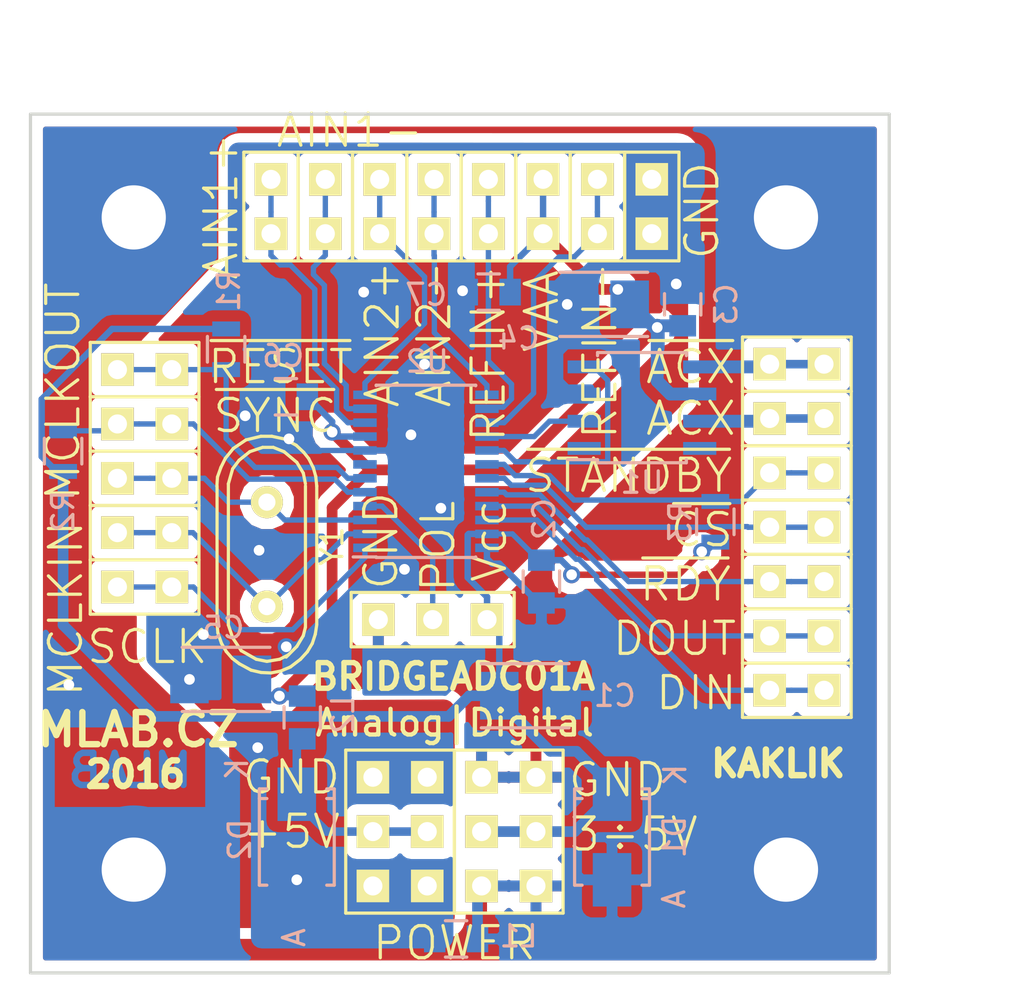
<source format=kicad_pcb>
(kicad_pcb (version 4) (host pcbnew 0.201601101447+6437~40~ubuntu15.10.1-stable)

  (general
    (links 92)
    (no_connects 0)
    (area 118.553 69.28 169.707715 115.5302)
    (thickness 1.6)
    (drawings 17)
    (tracks 352)
    (zones 0)
    (modules 44)
    (nets 27)
  )

  (page A4)
  (title_block
    (title NAME)
    (date "%d. %m. %Y")
    (rev REV)
    (company "Mlab www.mlab.cz")
    (comment 1 VERSION)
    (comment 2 "Short description\\nTwo lines are maximum")
    (comment 3 "nickname <email@example.com>")
  )

  (layers
    (0 F.Cu signal)
    (31 B.Cu signal)
    (32 B.Adhes user)
    (33 F.Adhes user)
    (34 B.Paste user)
    (35 F.Paste user)
    (36 B.SilkS user)
    (37 F.SilkS user)
    (38 B.Mask user)
    (39 F.Mask user)
    (40 Dwgs.User user)
    (41 Cmts.User user)
    (42 Eco1.User user)
    (43 Eco2.User user)
    (44 Edge.Cuts user)
    (45 Margin user)
    (46 B.CrtYd user)
    (47 F.CrtYd user)
    (48 B.Fab user)
    (49 F.Fab user)
  )

  (setup
    (last_trace_width 0.25)
    (user_trace_width 0.25)
    (user_trace_width 0.3)
    (user_trace_width 0.4)
    (user_trace_width 0.5)
    (user_trace_width 0.6)
    (trace_clearance 0.2)
    (zone_clearance 0.508)
    (zone_45_only yes)
    (trace_min 0.2)
    (segment_width 0.2)
    (edge_width 0.15)
    (via_size 0.8)
    (via_drill 0.5)
    (via_min_size 0.4)
    (via_min_drill 0.3)
    (uvia_size 0.3)
    (uvia_drill 0.1)
    (uvias_allowed no)
    (uvia_min_size 0.2)
    (uvia_min_drill 0.1)
    (pcb_text_width 0.3)
    (pcb_text_size 1.5 1.5)
    (mod_edge_width 0.15)
    (mod_text_size 1 1)
    (mod_text_width 0.15)
    (pad_size 1.524 1.524)
    (pad_drill 0.762)
    (pad_to_mask_clearance 0.2)
    (aux_axis_origin 0 0)
    (visible_elements 7FFFFF7F)
    (pcbplotparams
      (layerselection 0x010f0_ffffffff)
      (usegerberextensions false)
      (excludeedgelayer true)
      (linewidth 0.150000)
      (plotframeref false)
      (viasonmask false)
      (mode 1)
      (useauxorigin false)
      (hpglpennumber 1)
      (hpglpenspeed 20)
      (hpglpendiameter 15)
      (hpglpenoverlay 2)
      (psnegative false)
      (psa4output false)
      (plotreference true)
      (plotvalue true)
      (plotinvisibletext false)
      (padsonsilk false)
      (subtractmaskfromsilk true)
      (outputformat 1)
      (mirror false)
      (drillshape 0)
      (scaleselection 1)
      (outputdirectory ../CAM_PROFI/))
  )

  (net 0 "")
  (net 1 GND)
  (net 2 VCC)
  (net 3 VAA)
  (net 4 GNDA)
  (net 5 "Net-(J2-Pad1)")
  (net 6 "Net-(J3-Pad1)")
  (net 7 "Net-(J4-Pad1)")
  (net 8 "Net-(J5-Pad1)")
  (net 9 "Net-(J6-Pad1)")
  (net 10 "Net-(J7-Pad1)")
  (net 11 "Net-(J8-Pad1)")
  (net 12 "Net-(J9-Pad1)")
  (net 13 "Net-(J10-Pad2)")
  (net 14 "Net-(J11-Pad1)")
  (net 15 "Net-(J12-Pad1)")
  (net 16 "Net-(J13-Pad1)")
  (net 17 "Net-(J14-Pad1)")
  (net 18 "Net-(J15-Pad1)")
  (net 19 "Net-(J16-Pad1)")
  (net 20 "Net-(J17-Pad1)")
  (net 21 "Net-(J18-Pad1)")
  (net 22 "Net-(J20-Pad1)")
  (net 23 "Net-(J21-Pad1)")
  (net 24 "Net-(U1-Pad2)")
  (net 25 "Net-(U1-Pad4)")
  (net 26 "Net-(D2-Pad1)")

  (net_class Default "This is the default net class."
    (clearance 0.2)
    (trace_width 0.25)
    (via_dia 0.8)
    (via_drill 0.5)
    (uvia_dia 0.3)
    (uvia_drill 0.1)
    (add_net "Net-(D2-Pad1)")
    (add_net "Net-(J10-Pad2)")
    (add_net "Net-(J11-Pad1)")
    (add_net "Net-(J12-Pad1)")
    (add_net "Net-(J13-Pad1)")
    (add_net "Net-(J14-Pad1)")
    (add_net "Net-(J15-Pad1)")
    (add_net "Net-(J16-Pad1)")
    (add_net "Net-(J17-Pad1)")
    (add_net "Net-(J18-Pad1)")
    (add_net "Net-(J2-Pad1)")
    (add_net "Net-(J20-Pad1)")
    (add_net "Net-(J21-Pad1)")
    (add_net "Net-(J3-Pad1)")
    (add_net "Net-(J4-Pad1)")
    (add_net "Net-(J5-Pad1)")
    (add_net "Net-(J6-Pad1)")
    (add_net "Net-(J7-Pad1)")
    (add_net "Net-(J8-Pad1)")
    (add_net "Net-(J9-Pad1)")
    (add_net "Net-(U1-Pad2)")
    (add_net "Net-(U1-Pad4)")
  )

  (net_class Power ""
    (clearance 0.2)
    (trace_width 0.3)
    (via_dia 0.8)
    (via_drill 0.5)
    (uvia_dia 0.3)
    (uvia_drill 0.1)
    (add_net GND)
    (add_net GNDA)
    (add_net VAA)
    (add_net VCC)
  )

  (module Mlab_Pin_Headers:Straight_1x02 (layer F.Cu) (tedit 55F1324F) (tstamp 55F02807)
    (at 134.0335 78.932)
    (descr "pin header straight 1x02")
    (tags "pin header straight 1x02")
    (path /55EFFE4E)
    (fp_text reference J5 (at 0.127 -0.127 90) (layer F.SilkS) hide
      (effects (font (size 1.5 1.5) (thickness 0.15)))
    )
    (fp_text value AIN1- (at 1.143 -3.556 180) (layer F.SilkS)
      (effects (font (size 1.5 1.5) (thickness 0.15)))
    )
    (fp_text user 1 (at -1.651 -1.27) (layer F.SilkS) hide
      (effects (font (size 0.5 0.5) (thickness 0.05)))
    )
    (fp_line (start -1.27 -2.54) (end 1.27 -2.54) (layer F.SilkS) (width 0.15))
    (fp_line (start 1.27 -2.54) (end 1.27 2.54) (layer F.SilkS) (width 0.15))
    (fp_line (start 1.27 2.54) (end -1.27 2.54) (layer F.SilkS) (width 0.15))
    (fp_line (start -1.27 2.54) (end -1.27 -2.54) (layer F.SilkS) (width 0.15))
    (pad 2 thru_hole rect (at 0 1.27) (size 1.524 1.524) (drill 0.889) (layers *.Cu *.Mask F.SilkS)
      (net 8 "Net-(J5-Pad1)"))
    (pad 1 thru_hole rect (at 0 -1.27) (size 1.524 1.524) (drill 0.889) (layers *.Cu *.Mask F.SilkS)
      (net 8 "Net-(J5-Pad1)"))
    (model Pin_Headers/Pin_Header_Straight_1x02.wrl
      (at (xyz 0 0 0))
      (scale (xyz 1 1 1))
      (rotate (xyz 0 0 90))
    )
  )

  (module Capacitors_Tantalum_SMD:TantalC_SizeB_EIA-3528_Reflow (layer B.Cu) (tedit 555EF748) (tstamp 55F027BB)
    (at 143.622 101.792)
    (descr "Tantal Cap. , Size B, EIA-3528, Reflow")
    (tags "Tantal Capacitor Size-B EIA-3528 Reflow")
    (path /55623093)
    (attr smd)
    (fp_text reference C1 (at 3.937 0) (layer B.SilkS)
      (effects (font (size 1 1) (thickness 0.15)) (justify mirror))
    )
    (fp_text value 10uF (at 0 -2.7) (layer B.Fab)
      (effects (font (size 1 1) (thickness 0.15)) (justify mirror))
    )
    (fp_line (start 2.7 1.8) (end -2.7 1.8) (layer B.CrtYd) (width 0.05))
    (fp_line (start -2.7 1.8) (end -2.7 -1.8) (layer B.CrtYd) (width 0.05))
    (fp_line (start -2.7 -1.8) (end 2.7 -1.8) (layer B.CrtYd) (width 0.05))
    (fp_line (start 2.7 -1.8) (end 2.7 1.8) (layer B.CrtYd) (width 0.05))
    (fp_line (start 1.8 -1.5) (end -2.3 -1.5) (layer B.SilkS) (width 0.15))
    (fp_line (start 1.8 1.5) (end -2.3 1.5) (layer B.SilkS) (width 0.15))
    (pad 2 smd rect (at 1.46 0) (size 1.8 2.23) (layers B.Cu B.Paste B.Mask)
      (net 1 GND))
    (pad 1 smd rect (at -1.46 0) (size 1.8 2.23) (layers B.Cu B.Paste B.Mask)
      (net 2 VCC))
    (model Capacitors_Tantalum_SMD.3dshapes/TantalC_SizeB_EIA-3528_Reflow.wrl
      (at (xyz 0 0 0))
      (scale (xyz 1 1 1))
      (rotate (xyz 0 0 180))
    )
  )

  (module Capacitors_SMD:C_0805 (layer B.Cu) (tedit 5415D6EA) (tstamp 55F027C1)
    (at 144.13 96.458 270)
    (descr "Capacitor SMD 0805, reflow soldering, AVX (see smccp.pdf)")
    (tags "capacitor 0805")
    (path /5562302C)
    (attr smd)
    (fp_text reference C2 (at -2.921 -0.127 270) (layer B.SilkS)
      (effects (font (size 1 1) (thickness 0.15)) (justify mirror))
    )
    (fp_text value 100nF (at 0 -2.1 270) (layer B.Fab)
      (effects (font (size 1 1) (thickness 0.15)) (justify mirror))
    )
    (fp_line (start -1.8 1) (end 1.8 1) (layer B.CrtYd) (width 0.05))
    (fp_line (start -1.8 -1) (end 1.8 -1) (layer B.CrtYd) (width 0.05))
    (fp_line (start -1.8 1) (end -1.8 -1) (layer B.CrtYd) (width 0.05))
    (fp_line (start 1.8 1) (end 1.8 -1) (layer B.CrtYd) (width 0.05))
    (fp_line (start 0.5 0.85) (end -0.5 0.85) (layer B.SilkS) (width 0.15))
    (fp_line (start -0.5 -0.85) (end 0.5 -0.85) (layer B.SilkS) (width 0.15))
    (pad 1 smd rect (at -1 0 270) (size 1 1.25) (layers B.Cu B.Paste B.Mask)
      (net 2 VCC))
    (pad 2 smd rect (at 1 0 270) (size 1 1.25) (layers B.Cu B.Paste B.Mask)
      (net 1 GND))
    (model Capacitors_SMD.3dshapes/C_0805.wrl
      (at (xyz 0 0 0))
      (scale (xyz 1 1 1))
      (rotate (xyz 0 0 0))
    )
  )

  (module Capacitors_SMD:C_0805 (layer B.Cu) (tedit 5415D6EA) (tstamp 55F027C7)
    (at 150.734 83.504 90)
    (descr "Capacitor SMD 0805, reflow soldering, AVX (see smccp.pdf)")
    (tags "capacitor 0805")
    (path /55F06426)
    (attr smd)
    (fp_text reference C3 (at 0 2.032 90) (layer B.SilkS)
      (effects (font (size 1 1) (thickness 0.15)) (justify mirror))
    )
    (fp_text value 100nF (at 0 -2.1 90) (layer B.Fab)
      (effects (font (size 1 1) (thickness 0.15)) (justify mirror))
    )
    (fp_line (start -1.8 1) (end 1.8 1) (layer B.CrtYd) (width 0.05))
    (fp_line (start -1.8 -1) (end 1.8 -1) (layer B.CrtYd) (width 0.05))
    (fp_line (start -1.8 1) (end -1.8 -1) (layer B.CrtYd) (width 0.05))
    (fp_line (start 1.8 1) (end 1.8 -1) (layer B.CrtYd) (width 0.05))
    (fp_line (start 0.5 0.85) (end -0.5 0.85) (layer B.SilkS) (width 0.15))
    (fp_line (start -0.5 -0.85) (end 0.5 -0.85) (layer B.SilkS) (width 0.15))
    (pad 1 smd rect (at -1 0 90) (size 1 1.25) (layers B.Cu B.Paste B.Mask)
      (net 3 VAA))
    (pad 2 smd rect (at 1 0 90) (size 1 1.25) (layers B.Cu B.Paste B.Mask)
      (net 4 GNDA))
    (model Capacitors_SMD.3dshapes/C_0805.wrl
      (at (xyz 0 0 0))
      (scale (xyz 1 1 1))
      (rotate (xyz 0 0 0))
    )
  )

  (module Capacitors_SMD:C_0805 (layer B.Cu) (tedit 5415D6EA) (tstamp 55F027D9)
    (at 132.192 87.822 180)
    (descr "Capacitor SMD 0805, reflow soldering, AVX (see smccp.pdf)")
    (tags "capacitor 0805")
    (path /55EFF6AB)
    (attr smd)
    (fp_text reference C6 (at 0.127 1.905 180) (layer B.SilkS)
      (effects (font (size 1 1) (thickness 0.15)) (justify mirror))
    )
    (fp_text value 100nF (at 0 -2.1 180) (layer B.Fab)
      (effects (font (size 1 1) (thickness 0.15)) (justify mirror))
    )
    (fp_line (start -1.8 1) (end 1.8 1) (layer B.CrtYd) (width 0.05))
    (fp_line (start -1.8 -1) (end 1.8 -1) (layer B.CrtYd) (width 0.05))
    (fp_line (start -1.8 1) (end -1.8 -1) (layer B.CrtYd) (width 0.05))
    (fp_line (start 1.8 1) (end 1.8 -1) (layer B.CrtYd) (width 0.05))
    (fp_line (start 0.5 0.85) (end -0.5 0.85) (layer B.SilkS) (width 0.15))
    (fp_line (start -0.5 -0.85) (end 0.5 -0.85) (layer B.SilkS) (width 0.15))
    (pad 1 smd rect (at -1 0 180) (size 1 1.25) (layers B.Cu B.Paste B.Mask)
      (net 3 VAA))
    (pad 2 smd rect (at 1 0 180) (size 1 1.25) (layers B.Cu B.Paste B.Mask)
      (net 4 GNDA))
    (model Capacitors_SMD.3dshapes/C_0805.wrl
      (at (xyz 0 0 0))
      (scale (xyz 1 1 1))
      (rotate (xyz 0 0 0))
    )
  )

  (module Diodes_SMD:SMA_Standard (layer B.Cu) (tedit 552FF239) (tstamp 55F027DF)
    (at 147.432 108.396 270)
    (descr "Diode SMA")
    (tags "Diode SMA")
    (path /55622FB7)
    (attr smd)
    (fp_text reference D1 (at 0 -2.921 270) (layer B.SilkS)
      (effects (font (size 1 1) (thickness 0.15)) (justify mirror))
    )
    (fp_text value M4 (at 0.127 -3.048 270) (layer B.Fab)
      (effects (font (size 1 1) (thickness 0.15)) (justify mirror))
    )
    (fp_line (start -3.5 2) (end 3.5 2) (layer B.CrtYd) (width 0.05))
    (fp_line (start 3.5 2) (end 3.5 -2) (layer B.CrtYd) (width 0.05))
    (fp_line (start 3.5 -2) (end -3.5 -2) (layer B.CrtYd) (width 0.05))
    (fp_line (start -3.5 -2) (end -3.5 2) (layer B.CrtYd) (width 0.05))
    (fp_text user K (at -2.9 -2.95 270) (layer B.SilkS)
      (effects (font (size 1 1) (thickness 0.15)) (justify mirror))
    )
    (fp_text user A (at 2.9 -2.9 270) (layer B.SilkS)
      (effects (font (size 1 1) (thickness 0.15)) (justify mirror))
    )
    (fp_circle (center 0 0) (end 0.20066 0.0508) (layer B.Adhes) (width 0.381))
    (fp_line (start -1.79914 -1.75006) (end -1.79914 -1.39954) (layer B.SilkS) (width 0.15))
    (fp_line (start -1.79914 1.75006) (end -1.79914 1.39954) (layer B.SilkS) (width 0.15))
    (fp_line (start 2.25044 -1.75006) (end 2.25044 -1.39954) (layer B.SilkS) (width 0.15))
    (fp_line (start -2.25044 -1.75006) (end -2.25044 -1.39954) (layer B.SilkS) (width 0.15))
    (fp_line (start -2.25044 1.75006) (end -2.25044 1.39954) (layer B.SilkS) (width 0.15))
    (fp_line (start 2.25044 1.75006) (end 2.25044 1.39954) (layer B.SilkS) (width 0.15))
    (fp_line (start -2.25044 -1.75006) (end 2.25044 -1.75006) (layer B.SilkS) (width 0.15))
    (fp_line (start -2.25044 1.75006) (end 2.25044 1.75006) (layer B.SilkS) (width 0.15))
    (pad 1 smd rect (at -1.99898 0 270) (size 2.49936 1.80086) (layers B.Cu B.Paste B.Mask)
      (net 2 VCC))
    (pad 2 smd rect (at 1.99898 0 270) (size 2.49936 1.80086) (layers B.Cu B.Paste B.Mask)
      (net 1 GND))
    (model Diodes_SMD.3dshapes/SMA_Standard.wrl
      (at (xyz 0 0 0))
      (scale (xyz 0.3937 0.3937 0.3937))
      (rotate (xyz 0 0 180))
    )
  )

  (module Diodes_SMD:SMA_Standard (layer B.Cu) (tedit 552FF239) (tstamp 55F027E5)
    (at 132.7 108.396 270)
    (descr "Diode SMA")
    (tags "Diode SMA")
    (path /55EFF6A5)
    (attr smd)
    (fp_text reference D2 (at 0.127 2.667 270) (layer B.SilkS)
      (effects (font (size 1 1) (thickness 0.15)) (justify mirror))
    )
    (fp_text value M4 (at 0 -4.3 270) (layer B.Fab)
      (effects (font (size 1 1) (thickness 0.15)) (justify mirror))
    )
    (fp_line (start -3.5 2) (end 3.5 2) (layer B.CrtYd) (width 0.05))
    (fp_line (start 3.5 2) (end 3.5 -2) (layer B.CrtYd) (width 0.05))
    (fp_line (start 3.5 -2) (end -3.5 -2) (layer B.CrtYd) (width 0.05))
    (fp_line (start -3.5 -2) (end -3.5 2) (layer B.CrtYd) (width 0.05))
    (fp_text user K (at -3.175 2.794 270) (layer B.SilkS)
      (effects (font (size 1 1) (thickness 0.15)) (justify mirror))
    )
    (fp_text user A (at 4.699 0.127 270) (layer B.SilkS)
      (effects (font (size 1 1) (thickness 0.15)) (justify mirror))
    )
    (fp_circle (center 0 0) (end 0.20066 0.0508) (layer B.Adhes) (width 0.381))
    (fp_line (start -1.79914 -1.75006) (end -1.79914 -1.39954) (layer B.SilkS) (width 0.15))
    (fp_line (start -1.79914 1.75006) (end -1.79914 1.39954) (layer B.SilkS) (width 0.15))
    (fp_line (start 2.25044 -1.75006) (end 2.25044 -1.39954) (layer B.SilkS) (width 0.15))
    (fp_line (start -2.25044 -1.75006) (end -2.25044 -1.39954) (layer B.SilkS) (width 0.15))
    (fp_line (start -2.25044 1.75006) (end -2.25044 1.39954) (layer B.SilkS) (width 0.15))
    (fp_line (start 2.25044 1.75006) (end 2.25044 1.39954) (layer B.SilkS) (width 0.15))
    (fp_line (start -2.25044 -1.75006) (end 2.25044 -1.75006) (layer B.SilkS) (width 0.15))
    (fp_line (start -2.25044 1.75006) (end 2.25044 1.75006) (layer B.SilkS) (width 0.15))
    (pad 1 smd rect (at -1.99898 0 270) (size 2.49936 1.80086) (layers B.Cu B.Paste B.Mask)
      (net 26 "Net-(D2-Pad1)"))
    (pad 2 smd rect (at 1.99898 0 270) (size 2.49936 1.80086) (layers B.Cu B.Paste B.Mask)
      (net 4 GNDA))
    (model Diodes_SMD.3dshapes/SMA_Standard.wrl
      (at (xyz 0 0 0))
      (scale (xyz 0.3937 0.3937 0.3937))
      (rotate (xyz 0 0 180))
    )
  )

  (module Mlab_Pin_Headers:Straight_2x03 (layer F.Cu) (tedit 55F13097) (tstamp 55F027EF)
    (at 142.606 108.142 180)
    (descr "pin header straight 2x03")
    (tags "pin header straight 2x03")
    (path /549D65BC)
    (fp_text reference J1 (at 0.127 -5.08 180) (layer F.SilkS) hide
      (effects (font (size 1.5 1.5) (thickness 0.15)))
    )
    (fp_text value 3÷5V (at -5.842 -0.127 180) (layer F.SilkS)
      (effects (font (size 1.5 1.5) (thickness 0.15)))
    )
    (fp_text user 1 (at -2.921 -2.54 180) (layer F.SilkS) hide
      (effects (font (size 0.5 0.5) (thickness 0.05)))
    )
    (fp_line (start -2.54 -3.81) (end 2.54 -3.81) (layer F.SilkS) (width 0.15))
    (fp_line (start 2.54 -3.81) (end 2.54 3.81) (layer F.SilkS) (width 0.15))
    (fp_line (start 2.54 3.81) (end -2.54 3.81) (layer F.SilkS) (width 0.15))
    (fp_line (start -2.54 3.81) (end -2.54 -3.81) (layer F.SilkS) (width 0.15))
    (pad 1 thru_hole rect (at -1.27 -2.54 180) (size 1.524 1.524) (drill 0.889) (layers *.Cu *.Mask F.SilkS)
      (net 1 GND))
    (pad 2 thru_hole rect (at 1.27 -2.54 180) (size 1.524 1.524) (drill 0.889) (layers *.Cu *.Mask F.SilkS)
      (net 1 GND))
    (pad 3 thru_hole rect (at -1.27 0 180) (size 1.524 1.524) (drill 0.889) (layers *.Cu *.Mask F.SilkS)
      (net 2 VCC))
    (pad 4 thru_hole rect (at 1.27 0 180) (size 1.524 1.524) (drill 0.889) (layers *.Cu *.Mask F.SilkS)
      (net 2 VCC))
    (pad 5 thru_hole rect (at -1.27 2.54 180) (size 1.524 1.524) (drill 0.889) (layers *.Cu *.Mask F.SilkS)
      (net 1 GND))
    (pad 6 thru_hole rect (at 1.27 2.54 180) (size 1.524 1.524) (drill 0.889) (layers *.Cu *.Mask F.SilkS)
      (net 1 GND))
    (model Pin_Headers/Pin_Header_Straight_2x03.wrl
      (at (xyz 0 0 0))
      (scale (xyz 1 1 1))
      (rotate (xyz 0 0 90))
    )
  )

  (module Mlab_Pin_Headers:Straight_1x02 (layer F.Cu) (tedit 55F12EC8) (tstamp 55F027F5)
    (at 156.068 88.838 90)
    (descr "pin header straight 1x02")
    (tags "pin header straight 1x02")
    (path /55F00E96)
    (fp_text reference J2 (at 0 -3.81 90) (layer F.SilkS) hide
      (effects (font (size 1.5 1.5) (thickness 0.15)))
    )
    (fp_text value ACX (at 0 -4.953 180) (layer F.SilkS)
      (effects (font (size 1.5 1.5) (thickness 0.15)))
    )
    (fp_text user 1 (at -1.651 -1.27 90) (layer F.SilkS) hide
      (effects (font (size 0.5 0.5) (thickness 0.05)))
    )
    (fp_line (start -1.27 -2.54) (end 1.27 -2.54) (layer F.SilkS) (width 0.15))
    (fp_line (start 1.27 -2.54) (end 1.27 2.54) (layer F.SilkS) (width 0.15))
    (fp_line (start 1.27 2.54) (end -1.27 2.54) (layer F.SilkS) (width 0.15))
    (fp_line (start -1.27 2.54) (end -1.27 -2.54) (layer F.SilkS) (width 0.15))
    (pad 2 thru_hole rect (at 0 1.27 90) (size 1.524 1.524) (drill 0.889) (layers *.Cu *.Mask F.SilkS)
      (net 5 "Net-(J2-Pad1)"))
    (pad 1 thru_hole rect (at 0 -1.27 90) (size 1.524 1.524) (drill 0.889) (layers *.Cu *.Mask F.SilkS)
      (net 5 "Net-(J2-Pad1)"))
    (model Pin_Headers/Pin_Header_Straight_1x02.wrl
      (at (xyz 0 0 0))
      (scale (xyz 1 1 1))
      (rotate (xyz 0 0 90))
    )
  )

  (module Mlab_Pin_Headers:Straight_1x02 (layer F.Cu) (tedit 55F12ED3) (tstamp 55F027FB)
    (at 156.068 86.298 90)
    (descr "pin header straight 1x02")
    (tags "pin header straight 1x02")
    (path /55F01000)
    (fp_text reference J3 (at 0 -3.81 90) (layer F.SilkS) hide
      (effects (font (size 1.5 1.5) (thickness 0.15)))
    )
    (fp_text value ~ACX (at -0.127 -4.953 180) (layer F.SilkS)
      (effects (font (size 1.5 1.5) (thickness 0.15)))
    )
    (fp_text user 1 (at -1.651 -1.27 90) (layer F.SilkS) hide
      (effects (font (size 0.5 0.5) (thickness 0.05)))
    )
    (fp_line (start -1.27 -2.54) (end 1.27 -2.54) (layer F.SilkS) (width 0.15))
    (fp_line (start 1.27 -2.54) (end 1.27 2.54) (layer F.SilkS) (width 0.15))
    (fp_line (start 1.27 2.54) (end -1.27 2.54) (layer F.SilkS) (width 0.15))
    (fp_line (start -1.27 2.54) (end -1.27 -2.54) (layer F.SilkS) (width 0.15))
    (pad 2 thru_hole rect (at 0 1.27 90) (size 1.524 1.524) (drill 0.889) (layers *.Cu *.Mask F.SilkS)
      (net 6 "Net-(J3-Pad1)"))
    (pad 1 thru_hole rect (at 0 -1.27 90) (size 1.524 1.524) (drill 0.889) (layers *.Cu *.Mask F.SilkS)
      (net 6 "Net-(J3-Pad1)"))
    (model Pin_Headers/Pin_Header_Straight_1x02.wrl
      (at (xyz 0 0 0))
      (scale (xyz 1 1 1))
      (rotate (xyz 0 0 90))
    )
  )

  (module Mlab_Pin_Headers:Straight_1x02 (layer F.Cu) (tedit 55F1316D) (tstamp 55F02801)
    (at 131.4935 78.932)
    (descr "pin header straight 1x02")
    (tags "pin header straight 1x02")
    (path /55EFFD9F)
    (fp_text reference J4 (at 0.127 0.127 90) (layer F.SilkS) hide
      (effects (font (size 1.5 1.5) (thickness 0.15)))
    )
    (fp_text value AIN1+ (at -2.3345 -0.0015 90) (layer F.SilkS)
      (effects (font (size 1.5 1.5) (thickness 0.15)))
    )
    (fp_text user 1 (at -1.651 -1.27) (layer F.SilkS) hide
      (effects (font (size 0.5 0.5) (thickness 0.05)))
    )
    (fp_line (start -1.27 -2.54) (end 1.27 -2.54) (layer F.SilkS) (width 0.15))
    (fp_line (start 1.27 -2.54) (end 1.27 2.54) (layer F.SilkS) (width 0.15))
    (fp_line (start 1.27 2.54) (end -1.27 2.54) (layer F.SilkS) (width 0.15))
    (fp_line (start -1.27 2.54) (end -1.27 -2.54) (layer F.SilkS) (width 0.15))
    (pad 2 thru_hole rect (at 0 1.27) (size 1.524 1.524) (drill 0.889) (layers *.Cu *.Mask F.SilkS)
      (net 7 "Net-(J4-Pad1)"))
    (pad 1 thru_hole rect (at 0 -1.27) (size 1.524 1.524) (drill 0.889) (layers *.Cu *.Mask F.SilkS)
      (net 7 "Net-(J4-Pad1)"))
    (model Pin_Headers/Pin_Header_Straight_1x02.wrl
      (at (xyz 0 0 0))
      (scale (xyz 1 1 1))
      (rotate (xyz 0 0 90))
    )
  )

  (module Mlab_Pin_Headers:Straight_1x02 (layer F.Cu) (tedit 55F131E6) (tstamp 55F0280D)
    (at 136.5735 78.932)
    (descr "pin header straight 1x02")
    (tags "pin header straight 1x02")
    (path /55F00248)
    (fp_text reference J6 (at 0.127 0.127 90) (layer F.SilkS) hide
      (effects (font (size 1.5 1.5) (thickness 0.15)))
    )
    (fp_text value AIN2+ (at 0.127 5.969 90) (layer F.SilkS)
      (effects (font (size 1.5 1.5) (thickness 0.15)))
    )
    (fp_text user 1 (at -1.651 -1.27) (layer F.SilkS) hide
      (effects (font (size 0.5 0.5) (thickness 0.05)))
    )
    (fp_line (start -1.27 -2.54) (end 1.27 -2.54) (layer F.SilkS) (width 0.15))
    (fp_line (start 1.27 -2.54) (end 1.27 2.54) (layer F.SilkS) (width 0.15))
    (fp_line (start 1.27 2.54) (end -1.27 2.54) (layer F.SilkS) (width 0.15))
    (fp_line (start -1.27 2.54) (end -1.27 -2.54) (layer F.SilkS) (width 0.15))
    (pad 2 thru_hole rect (at 0 1.27) (size 1.524 1.524) (drill 0.889) (layers *.Cu *.Mask F.SilkS)
      (net 9 "Net-(J6-Pad1)"))
    (pad 1 thru_hole rect (at 0 -1.27) (size 1.524 1.524) (drill 0.889) (layers *.Cu *.Mask F.SilkS)
      (net 9 "Net-(J6-Pad1)"))
    (model Pin_Headers/Pin_Header_Straight_1x02.wrl
      (at (xyz 0 0 0))
      (scale (xyz 1 1 1))
      (rotate (xyz 0 0 90))
    )
  )

  (module Mlab_Pin_Headers:Straight_1x02 (layer F.Cu) (tedit 55F1320B) (tstamp 55F02813)
    (at 139.1135 78.932 180)
    (descr "pin header straight 1x02")
    (tags "pin header straight 1x02")
    (path /55F0024E)
    (fp_text reference J7 (at -0.127 -0.254 270) (layer F.SilkS) hide
      (effects (font (size 1.5 1.5) (thickness 0.15)))
    )
    (fp_text value AIN2- (at 0 -5.969 270) (layer F.SilkS)
      (effects (font (size 1.5 1.5) (thickness 0.15)))
    )
    (fp_text user 1 (at -1.651 -1.27 180) (layer F.SilkS) hide
      (effects (font (size 0.5 0.5) (thickness 0.05)))
    )
    (fp_line (start -1.27 -2.54) (end 1.27 -2.54) (layer F.SilkS) (width 0.15))
    (fp_line (start 1.27 -2.54) (end 1.27 2.54) (layer F.SilkS) (width 0.15))
    (fp_line (start 1.27 2.54) (end -1.27 2.54) (layer F.SilkS) (width 0.15))
    (fp_line (start -1.27 2.54) (end -1.27 -2.54) (layer F.SilkS) (width 0.15))
    (pad 2 thru_hole rect (at 0 1.27 180) (size 1.524 1.524) (drill 0.889) (layers *.Cu *.Mask F.SilkS)
      (net 10 "Net-(J7-Pad1)"))
    (pad 1 thru_hole rect (at 0 -1.27 180) (size 1.524 1.524) (drill 0.889) (layers *.Cu *.Mask F.SilkS)
      (net 10 "Net-(J7-Pad1)"))
    (model Pin_Headers/Pin_Header_Straight_1x02.wrl
      (at (xyz 0 0 0))
      (scale (xyz 1 1 1))
      (rotate (xyz 0 0 90))
    )
  )

  (module Mlab_Pin_Headers:Straight_1x02 (layer F.Cu) (tedit 55F13218) (tstamp 55F02819)
    (at 146.7485 78.9305 180)
    (descr "pin header straight 1x02")
    (tags "pin header straight 1x02")
    (path /55F014E8)
    (fp_text reference J8 (at -0.1905 -0.1905 270) (layer F.SilkS) hide
      (effects (font (size 1.5 1.5) (thickness 0.15)))
    )
    (fp_text value REFIN- (at -0.127 -6.731 270) (layer F.SilkS)
      (effects (font (size 1.5 1.5) (thickness 0.15)))
    )
    (fp_text user 1 (at -1.651 -1.27 180) (layer F.SilkS) hide
      (effects (font (size 0.5 0.5) (thickness 0.05)))
    )
    (fp_line (start -1.27 -2.54) (end 1.27 -2.54) (layer F.SilkS) (width 0.15))
    (fp_line (start 1.27 -2.54) (end 1.27 2.54) (layer F.SilkS) (width 0.15))
    (fp_line (start 1.27 2.54) (end -1.27 2.54) (layer F.SilkS) (width 0.15))
    (fp_line (start -1.27 2.54) (end -1.27 -2.54) (layer F.SilkS) (width 0.15))
    (pad 2 thru_hole rect (at 0 1.27 180) (size 1.524 1.524) (drill 0.889) (layers *.Cu *.Mask F.SilkS)
      (net 11 "Net-(J8-Pad1)"))
    (pad 1 thru_hole rect (at 0 -1.27 180) (size 1.524 1.524) (drill 0.889) (layers *.Cu *.Mask F.SilkS)
      (net 11 "Net-(J8-Pad1)"))
    (model Pin_Headers/Pin_Header_Straight_1x02.wrl
      (at (xyz 0 0 0))
      (scale (xyz 1 1 1))
      (rotate (xyz 0 0 90))
    )
  )

  (module Mlab_Pin_Headers:Straight_1x02 (layer F.Cu) (tedit 55F131FD) (tstamp 55F0281F)
    (at 141.6535 78.932 180)
    (descr "pin header straight 1x02")
    (tags "pin header straight 1x02")
    (path /55F014EE)
    (fp_text reference J9 (at -0.127 0.127 270) (layer F.SilkS) hide
      (effects (font (size 1.5 1.5) (thickness 0.15)))
    )
    (fp_text value REFIN+ (at 0 -6.858 270) (layer F.SilkS)
      (effects (font (size 1.5 1.5) (thickness 0.15)))
    )
    (fp_text user 1 (at -1.651 -1.27 180) (layer F.SilkS) hide
      (effects (font (size 0.5 0.5) (thickness 0.05)))
    )
    (fp_line (start -1.27 -2.54) (end 1.27 -2.54) (layer F.SilkS) (width 0.15))
    (fp_line (start 1.27 -2.54) (end 1.27 2.54) (layer F.SilkS) (width 0.15))
    (fp_line (start 1.27 2.54) (end -1.27 2.54) (layer F.SilkS) (width 0.15))
    (fp_line (start -1.27 2.54) (end -1.27 -2.54) (layer F.SilkS) (width 0.15))
    (pad 2 thru_hole rect (at 0 1.27 180) (size 1.524 1.524) (drill 0.889) (layers *.Cu *.Mask F.SilkS)
      (net 12 "Net-(J9-Pad1)"))
    (pad 1 thru_hole rect (at 0 -1.27 180) (size 1.524 1.524) (drill 0.889) (layers *.Cu *.Mask F.SilkS)
      (net 12 "Net-(J9-Pad1)"))
    (model Pin_Headers/Pin_Header_Straight_1x02.wrl
      (at (xyz 0 0 0))
      (scale (xyz 1 1 1))
      (rotate (xyz 0 0 90))
    )
  )

  (module Mlab_Pin_Headers:Straight_1x03 (layer F.Cu) (tedit 55F12E1E) (tstamp 55F02826)
    (at 139.05 98.236 270)
    (descr "pin header straight 1x03")
    (tags "pin header straight 1x03")
    (path /55F0199D)
    (fp_text reference J10 (at 0 -5.08 270) (layer F.SilkS) hide
      (effects (font (size 1.5 1.5) (thickness 0.15)))
    )
    (fp_text value POL (at -3.429 -0.254 270) (layer F.SilkS)
      (effects (font (size 1.5 1.5) (thickness 0.15)))
    )
    (fp_text user 1 (at -1.651 -2.54 270) (layer F.SilkS) hide
      (effects (font (size 0.5 0.5) (thickness 0.05)))
    )
    (fp_line (start -1.27 -3.81) (end 1.27 -3.81) (layer F.SilkS) (width 0.15))
    (fp_line (start 1.27 -3.81) (end 1.27 3.81) (layer F.SilkS) (width 0.15))
    (fp_line (start 1.27 3.81) (end -1.27 3.81) (layer F.SilkS) (width 0.15))
    (fp_line (start -1.27 3.81) (end -1.27 -3.81) (layer F.SilkS) (width 0.15))
    (pad 3 thru_hole rect (at 0 2.54 270) (size 1.524 1.524) (drill 0.889) (layers *.Cu *.Mask F.SilkS)
      (net 1 GND))
    (pad 2 thru_hole rect (at 0 0 270) (size 1.524 1.524) (drill 0.889) (layers *.Cu *.Mask F.SilkS)
      (net 13 "Net-(J10-Pad2)"))
    (pad 1 thru_hole rect (at 0 -2.54 270) (size 1.524 1.524) (drill 0.889) (layers *.Cu *.Mask F.SilkS)
      (net 2 VCC))
    (model Pin_Headers/Pin_Header_Straight_1x03.wrl
      (at (xyz 0 0 0))
      (scale (xyz 1 1 1))
      (rotate (xyz 0 0 90))
    )
  )

  (module Mlab_Pin_Headers:Straight_1x02 (layer F.Cu) (tedit 55F1314A) (tstamp 55F0282C)
    (at 125.588 86.552 90)
    (descr "pin header straight 1x02")
    (tags "pin header straight 1x02")
    (path /55F03DD9)
    (fp_text reference J11 (at 0 0.127 180) (layer F.SilkS) hide
      (effects (font (size 1.5 1.5) (thickness 0.15)))
    )
    (fp_text value ~RESET (at 0.127 6.35 180) (layer F.SilkS)
      (effects (font (size 1.5 1.5) (thickness 0.15)))
    )
    (fp_text user 1 (at -1.651 -1.27 90) (layer F.SilkS) hide
      (effects (font (size 0.5 0.5) (thickness 0.05)))
    )
    (fp_line (start -1.27 -2.54) (end 1.27 -2.54) (layer F.SilkS) (width 0.15))
    (fp_line (start 1.27 -2.54) (end 1.27 2.54) (layer F.SilkS) (width 0.15))
    (fp_line (start 1.27 2.54) (end -1.27 2.54) (layer F.SilkS) (width 0.15))
    (fp_line (start -1.27 2.54) (end -1.27 -2.54) (layer F.SilkS) (width 0.15))
    (pad 2 thru_hole rect (at 0 1.27 90) (size 1.524 1.524) (drill 0.889) (layers *.Cu *.Mask F.SilkS)
      (net 14 "Net-(J11-Pad1)"))
    (pad 1 thru_hole rect (at 0 -1.27 90) (size 1.524 1.524) (drill 0.889) (layers *.Cu *.Mask F.SilkS)
      (net 14 "Net-(J11-Pad1)"))
    (model Pin_Headers/Pin_Header_Straight_1x02.wrl
      (at (xyz 0 0 0))
      (scale (xyz 1 1 1))
      (rotate (xyz 0 0 90))
    )
  )

  (module Mlab_Pin_Headers:Straight_1x02 (layer F.Cu) (tedit 55F13147) (tstamp 55F02832)
    (at 125.588 89.092 90)
    (descr "pin header straight 1x02")
    (tags "pin header straight 1x02")
    (path /55F03E0A)
    (fp_text reference J12 (at 0.127 -0.127 180) (layer F.SilkS) hide
      (effects (font (size 1.5 1.5) (thickness 0.15)))
    )
    (fp_text value ~SYNC (at 0.381 6.096 180) (layer F.SilkS)
      (effects (font (size 1.5 1.5) (thickness 0.15)))
    )
    (fp_text user 1 (at -1.651 -1.27 90) (layer F.SilkS) hide
      (effects (font (size 0.5 0.5) (thickness 0.05)))
    )
    (fp_line (start -1.27 -2.54) (end 1.27 -2.54) (layer F.SilkS) (width 0.15))
    (fp_line (start 1.27 -2.54) (end 1.27 2.54) (layer F.SilkS) (width 0.15))
    (fp_line (start 1.27 2.54) (end -1.27 2.54) (layer F.SilkS) (width 0.15))
    (fp_line (start -1.27 2.54) (end -1.27 -2.54) (layer F.SilkS) (width 0.15))
    (pad 2 thru_hole rect (at 0 1.27 90) (size 1.524 1.524) (drill 0.889) (layers *.Cu *.Mask F.SilkS)
      (net 15 "Net-(J12-Pad1)"))
    (pad 1 thru_hole rect (at 0 -1.27 90) (size 1.524 1.524) (drill 0.889) (layers *.Cu *.Mask F.SilkS)
      (net 15 "Net-(J12-Pad1)"))
    (model Pin_Headers/Pin_Header_Straight_1x02.wrl
      (at (xyz 0 0 0))
      (scale (xyz 1 1 1))
      (rotate (xyz 0 0 90))
    )
  )

  (module Mlab_Pin_Headers:Straight_1x02 (layer F.Cu) (tedit 55F12EAA) (tstamp 55F02838)
    (at 156.068 96.458 90)
    (descr "pin header straight 1x02")
    (tags "pin header straight 1x02")
    (path /55F025A5)
    (fp_text reference J13 (at 0 -3.81 90) (layer F.SilkS) hide
      (effects (font (size 1.5 1.5) (thickness 0.15)))
    )
    (fp_text value ~RDY (at -0.127 -5.207 180) (layer F.SilkS)
      (effects (font (size 1.5 1.5) (thickness 0.15)))
    )
    (fp_text user 1 (at -1.651 -1.27 90) (layer F.SilkS) hide
      (effects (font (size 0.5 0.5) (thickness 0.05)))
    )
    (fp_line (start -1.27 -2.54) (end 1.27 -2.54) (layer F.SilkS) (width 0.15))
    (fp_line (start 1.27 -2.54) (end 1.27 2.54) (layer F.SilkS) (width 0.15))
    (fp_line (start 1.27 2.54) (end -1.27 2.54) (layer F.SilkS) (width 0.15))
    (fp_line (start -1.27 2.54) (end -1.27 -2.54) (layer F.SilkS) (width 0.15))
    (pad 2 thru_hole rect (at 0 1.27 90) (size 1.524 1.524) (drill 0.889) (layers *.Cu *.Mask F.SilkS)
      (net 16 "Net-(J13-Pad1)"))
    (pad 1 thru_hole rect (at 0 -1.27 90) (size 1.524 1.524) (drill 0.889) (layers *.Cu *.Mask F.SilkS)
      (net 16 "Net-(J13-Pad1)"))
    (model Pin_Headers/Pin_Header_Straight_1x02.wrl
      (at (xyz 0 0 0))
      (scale (xyz 1 1 1))
      (rotate (xyz 0 0 90))
    )
  )

  (module Mlab_Pin_Headers:Straight_1x02 (layer F.Cu) (tedit 55F12EB3) (tstamp 55F0283E)
    (at 156.068 93.918 90)
    (descr "pin header straight 1x02")
    (tags "pin header straight 1x02")
    (path /55F02674)
    (fp_text reference J14 (at 0 -3.81 90) (layer F.SilkS) hide
      (effects (font (size 1.5 1.5) (thickness 0.15)))
    )
    (fp_text value ~CS (at -0.127 -4.445 180) (layer F.SilkS)
      (effects (font (size 1.5 1.5) (thickness 0.15)))
    )
    (fp_text user 1 (at -1.651 -1.27 90) (layer F.SilkS) hide
      (effects (font (size 0.5 0.5) (thickness 0.05)))
    )
    (fp_line (start -1.27 -2.54) (end 1.27 -2.54) (layer F.SilkS) (width 0.15))
    (fp_line (start 1.27 -2.54) (end 1.27 2.54) (layer F.SilkS) (width 0.15))
    (fp_line (start 1.27 2.54) (end -1.27 2.54) (layer F.SilkS) (width 0.15))
    (fp_line (start -1.27 2.54) (end -1.27 -2.54) (layer F.SilkS) (width 0.15))
    (pad 2 thru_hole rect (at 0 1.27 90) (size 1.524 1.524) (drill 0.889) (layers *.Cu *.Mask F.SilkS)
      (net 17 "Net-(J14-Pad1)"))
    (pad 1 thru_hole rect (at 0 -1.27 90) (size 1.524 1.524) (drill 0.889) (layers *.Cu *.Mask F.SilkS)
      (net 17 "Net-(J14-Pad1)"))
    (model Pin_Headers/Pin_Header_Straight_1x02.wrl
      (at (xyz 0 0 0))
      (scale (xyz 1 1 1))
      (rotate (xyz 0 0 90))
    )
  )

  (module Mlab_Pin_Headers:Straight_1x02 (layer F.Cu) (tedit 55F13107) (tstamp 55F02844)
    (at 125.588 96.712 90)
    (descr "pin header straight 1x02")
    (tags "pin header straight 1x02")
    (path /55F026A3)
    (fp_text reference J15 (at -0.127 -0.127 180) (layer F.SilkS) hide
      (effects (font (size 1.5 1.5) (thickness 0.15)))
    )
    (fp_text value SCLK (at -2.794 0.127 180) (layer F.SilkS)
      (effects (font (size 1.5 1.5) (thickness 0.15)))
    )
    (fp_text user 1 (at -1.651 -1.27 90) (layer F.SilkS) hide
      (effects (font (size 0.5 0.5) (thickness 0.05)))
    )
    (fp_line (start -1.27 -2.54) (end 1.27 -2.54) (layer F.SilkS) (width 0.15))
    (fp_line (start 1.27 -2.54) (end 1.27 2.54) (layer F.SilkS) (width 0.15))
    (fp_line (start 1.27 2.54) (end -1.27 2.54) (layer F.SilkS) (width 0.15))
    (fp_line (start -1.27 2.54) (end -1.27 -2.54) (layer F.SilkS) (width 0.15))
    (pad 2 thru_hole rect (at 0 1.27 90) (size 1.524 1.524) (drill 0.889) (layers *.Cu *.Mask F.SilkS)
      (net 18 "Net-(J15-Pad1)"))
    (pad 1 thru_hole rect (at 0 -1.27 90) (size 1.524 1.524) (drill 0.889) (layers *.Cu *.Mask F.SilkS)
      (net 18 "Net-(J15-Pad1)"))
    (model Pin_Headers/Pin_Header_Straight_1x02.wrl
      (at (xyz 0 0 0))
      (scale (xyz 1 1 1))
      (rotate (xyz 0 0 90))
    )
  )

  (module Mlab_Pin_Headers:Straight_1x02 (layer F.Cu) (tedit 55F12EA0) (tstamp 55F0284A)
    (at 156.068 101.538 90)
    (descr "pin header straight 1x02")
    (tags "pin header straight 1x02")
    (path /55F02D7C)
    (fp_text reference J16 (at -0.127 0.127 180) (layer F.SilkS) hide
      (effects (font (size 1.5 1.5) (thickness 0.15)))
    )
    (fp_text value DIN (at -0.127 -4.699 180) (layer F.SilkS)
      (effects (font (size 1.5 1.5) (thickness 0.15)))
    )
    (fp_text user 1 (at -1.651 -1.27 90) (layer F.SilkS) hide
      (effects (font (size 0.5 0.5) (thickness 0.05)))
    )
    (fp_line (start -1.27 -2.54) (end 1.27 -2.54) (layer F.SilkS) (width 0.15))
    (fp_line (start 1.27 -2.54) (end 1.27 2.54) (layer F.SilkS) (width 0.15))
    (fp_line (start 1.27 2.54) (end -1.27 2.54) (layer F.SilkS) (width 0.15))
    (fp_line (start -1.27 2.54) (end -1.27 -2.54) (layer F.SilkS) (width 0.15))
    (pad 2 thru_hole rect (at 0 1.27 90) (size 1.524 1.524) (drill 0.889) (layers *.Cu *.Mask F.SilkS)
      (net 19 "Net-(J16-Pad1)"))
    (pad 1 thru_hole rect (at 0 -1.27 90) (size 1.524 1.524) (drill 0.889) (layers *.Cu *.Mask F.SilkS)
      (net 19 "Net-(J16-Pad1)"))
    (model Pin_Headers/Pin_Header_Straight_1x02.wrl
      (at (xyz 0 0 0))
      (scale (xyz 1 1 1))
      (rotate (xyz 0 0 90))
    )
  )

  (module Mlab_Pin_Headers:Straight_1x02 (layer F.Cu) (tedit 55F12E81) (tstamp 55F02850)
    (at 156.068 98.998 90)
    (descr "pin header straight 1x02")
    (tags "pin header straight 1x02")
    (path /55F02DA5)
    (fp_text reference J17 (at 0 -3.81 90) (layer F.SilkS) hide
      (effects (font (size 1.5 1.5) (thickness 0.15)))
    )
    (fp_text value DOUT (at -0.127 -5.715 180) (layer F.SilkS)
      (effects (font (size 1.5 1.5) (thickness 0.15)))
    )
    (fp_text user 1 (at -1.651 -1.27 90) (layer F.SilkS) hide
      (effects (font (size 0.5 0.5) (thickness 0.05)))
    )
    (fp_line (start -1.27 -2.54) (end 1.27 -2.54) (layer F.SilkS) (width 0.15))
    (fp_line (start 1.27 -2.54) (end 1.27 2.54) (layer F.SilkS) (width 0.15))
    (fp_line (start 1.27 2.54) (end -1.27 2.54) (layer F.SilkS) (width 0.15))
    (fp_line (start -1.27 2.54) (end -1.27 -2.54) (layer F.SilkS) (width 0.15))
    (pad 2 thru_hole rect (at 0 1.27 90) (size 1.524 1.524) (drill 0.889) (layers *.Cu *.Mask F.SilkS)
      (net 20 "Net-(J17-Pad1)"))
    (pad 1 thru_hole rect (at 0 -1.27 90) (size 1.524 1.524) (drill 0.889) (layers *.Cu *.Mask F.SilkS)
      (net 20 "Net-(J17-Pad1)"))
    (model Pin_Headers/Pin_Header_Straight_1x02.wrl
      (at (xyz 0 0 0))
      (scale (xyz 1 1 1))
      (rotate (xyz 0 0 90))
    )
  )

  (module Mlab_Pin_Headers:Straight_1x02 (layer F.Cu) (tedit 55F12EBE) (tstamp 55F02856)
    (at 156.068 91.378 90)
    (descr "pin header straight 1x02")
    (tags "pin header straight 1x02")
    (path /55F04A00)
    (fp_text reference J18 (at 0 -3.81 90) (layer F.SilkS) hide
      (effects (font (size 1.5 1.5) (thickness 0.15)))
    )
    (fp_text value ~STANDBY (at -0.127 -7.859 180) (layer F.SilkS)
      (effects (font (size 1.5 1.5) (thickness 0.15)))
    )
    (fp_text user 1 (at -1.651 -1.27 90) (layer F.SilkS) hide
      (effects (font (size 0.5 0.5) (thickness 0.05)))
    )
    (fp_line (start -1.27 -2.54) (end 1.27 -2.54) (layer F.SilkS) (width 0.15))
    (fp_line (start 1.27 -2.54) (end 1.27 2.54) (layer F.SilkS) (width 0.15))
    (fp_line (start 1.27 2.54) (end -1.27 2.54) (layer F.SilkS) (width 0.15))
    (fp_line (start -1.27 2.54) (end -1.27 -2.54) (layer F.SilkS) (width 0.15))
    (pad 2 thru_hole rect (at 0 1.27 90) (size 1.524 1.524) (drill 0.889) (layers *.Cu *.Mask F.SilkS)
      (net 21 "Net-(J18-Pad1)"))
    (pad 1 thru_hole rect (at 0 -1.27 90) (size 1.524 1.524) (drill 0.889) (layers *.Cu *.Mask F.SilkS)
      (net 21 "Net-(J18-Pad1)"))
    (model Pin_Headers/Pin_Header_Straight_1x02.wrl
      (at (xyz 0 0 0))
      (scale (xyz 1 1 1))
      (rotate (xyz 0 0 90))
    )
  )

  (module Mlab_Pin_Headers:Straight_2x03 (layer F.Cu) (tedit 55F02B3D) (tstamp 55F02860)
    (at 137.526 108.142)
    (descr "pin header straight 2x03")
    (tags "pin header straight 2x03")
    (path /55EFF692)
    (fp_text reference J19 (at -0.127 5.207) (layer F.SilkS) hide
      (effects (font (size 1.5 1.5) (thickness 0.15)))
    )
    (fp_text value +5V (at -5.08 0) (layer F.SilkS)
      (effects (font (size 1.5 1.5) (thickness 0.15)))
    )
    (fp_text user 1 (at -2.921 -2.54) (layer F.SilkS) hide
      (effects (font (size 0.5 0.5) (thickness 0.05)))
    )
    (fp_line (start -2.54 -3.81) (end 2.54 -3.81) (layer F.SilkS) (width 0.15))
    (fp_line (start 2.54 -3.81) (end 2.54 3.81) (layer F.SilkS) (width 0.15))
    (fp_line (start 2.54 3.81) (end -2.54 3.81) (layer F.SilkS) (width 0.15))
    (fp_line (start -2.54 3.81) (end -2.54 -3.81) (layer F.SilkS) (width 0.15))
    (pad 1 thru_hole rect (at -1.27 -2.54) (size 1.524 1.524) (drill 0.889) (layers *.Cu *.Mask F.SilkS)
      (net 4 GNDA))
    (pad 2 thru_hole rect (at 1.27 -2.54) (size 1.524 1.524) (drill 0.889) (layers *.Cu *.Mask F.SilkS)
      (net 4 GNDA))
    (pad 3 thru_hole rect (at -1.27 0) (size 1.524 1.524) (drill 0.889) (layers *.Cu *.Mask F.SilkS)
      (net 26 "Net-(D2-Pad1)"))
    (pad 4 thru_hole rect (at 1.27 0) (size 1.524 1.524) (drill 0.889) (layers *.Cu *.Mask F.SilkS)
      (net 26 "Net-(D2-Pad1)"))
    (pad 5 thru_hole rect (at -1.27 2.54) (size 1.524 1.524) (drill 0.889) (layers *.Cu *.Mask F.SilkS)
      (net 4 GNDA))
    (pad 6 thru_hole rect (at 1.27 2.54) (size 1.524 1.524) (drill 0.889) (layers *.Cu *.Mask F.SilkS)
      (net 4 GNDA))
    (model Pin_Headers/Pin_Header_Straight_2x03.wrl
      (at (xyz 0 0 0))
      (scale (xyz 1 1 1))
      (rotate (xyz 0 0 90))
    )
  )

  (module Mlab_Pin_Headers:Straight_1x02 (layer F.Cu) (tedit 55F1319B) (tstamp 55F02866)
    (at 125.588 94.172 90)
    (descr "pin header straight 1x02")
    (tags "pin header straight 1x02")
    (path /55F01956)
    (fp_text reference J20 (at -0.127 0 180) (layer F.SilkS) hide
      (effects (font (size 1.5 1.5) (thickness 0.15)))
    )
    (fp_text value MCLKIN (at -3.556 -3.683 270) (layer F.SilkS)
      (effects (font (size 1.5 1.5) (thickness 0.15)))
    )
    (fp_text user 1 (at -1.651 -1.27 90) (layer F.SilkS) hide
      (effects (font (size 0.5 0.5) (thickness 0.05)))
    )
    (fp_line (start -1.27 -2.54) (end 1.27 -2.54) (layer F.SilkS) (width 0.15))
    (fp_line (start 1.27 -2.54) (end 1.27 2.54) (layer F.SilkS) (width 0.15))
    (fp_line (start 1.27 2.54) (end -1.27 2.54) (layer F.SilkS) (width 0.15))
    (fp_line (start -1.27 2.54) (end -1.27 -2.54) (layer F.SilkS) (width 0.15))
    (pad 2 thru_hole rect (at 0 1.27 90) (size 1.524 1.524) (drill 0.889) (layers *.Cu *.Mask F.SilkS)
      (net 22 "Net-(J20-Pad1)"))
    (pad 1 thru_hole rect (at 0 -1.27 90) (size 1.524 1.524) (drill 0.889) (layers *.Cu *.Mask F.SilkS)
      (net 22 "Net-(J20-Pad1)"))
    (model Pin_Headers/Pin_Header_Straight_1x02.wrl
      (at (xyz 0 0 0))
      (scale (xyz 1 1 1))
      (rotate (xyz 0 0 90))
    )
  )

  (module Mlab_Pin_Headers:Straight_1x02 (layer F.Cu) (tedit 55F13198) (tstamp 55F0286C)
    (at 125.588 91.632 90)
    (descr "pin header straight 1x02")
    (tags "pin header straight 1x02")
    (path /55F01915)
    (fp_text reference J21 (at 0.127 0.127 180) (layer F.SilkS) hide
      (effects (font (size 1.5 1.5) (thickness 0.15)))
    )
    (fp_text value MCLKOUT (at 4.064 -3.81 270) (layer F.SilkS)
      (effects (font (size 1.5 1.5) (thickness 0.15)))
    )
    (fp_text user 1 (at -1.651 -1.27 90) (layer F.SilkS) hide
      (effects (font (size 0.5 0.5) (thickness 0.05)))
    )
    (fp_line (start -1.27 -2.54) (end 1.27 -2.54) (layer F.SilkS) (width 0.15))
    (fp_line (start 1.27 -2.54) (end 1.27 2.54) (layer F.SilkS) (width 0.15))
    (fp_line (start 1.27 2.54) (end -1.27 2.54) (layer F.SilkS) (width 0.15))
    (fp_line (start -1.27 2.54) (end -1.27 -2.54) (layer F.SilkS) (width 0.15))
    (pad 2 thru_hole rect (at 0 1.27 90) (size 1.524 1.524) (drill 0.889) (layers *.Cu *.Mask F.SilkS)
      (net 23 "Net-(J21-Pad1)"))
    (pad 1 thru_hole rect (at 0 -1.27 90) (size 1.524 1.524) (drill 0.889) (layers *.Cu *.Mask F.SilkS)
      (net 23 "Net-(J21-Pad1)"))
    (model Pin_Headers/Pin_Header_Straight_1x02.wrl
      (at (xyz 0 0 0))
      (scale (xyz 1 1 1))
      (rotate (xyz 0 0 90))
    )
  )

  (module Capacitors_SMD:C_0805 (layer B.Cu) (tedit 5415D6EA) (tstamp 55F02872)
    (at 140.1445 113.157)
    (descr "Capacitor SMD 0805, reflow soldering, AVX (see smccp.pdf)")
    (tags "capacitor 0805")
    (path /55F054A3)
    (attr smd)
    (fp_text reference L1 (at 2.921 -0.127) (layer B.SilkS)
      (effects (font (size 1 1) (thickness 0.15)) (justify mirror))
    )
    (fp_text value "Ferrite bead 0805" (at 0 -2.1) (layer B.Fab)
      (effects (font (size 1 1) (thickness 0.15)) (justify mirror))
    )
    (fp_line (start -1.8 1) (end 1.8 1) (layer B.CrtYd) (width 0.05))
    (fp_line (start -1.8 -1) (end 1.8 -1) (layer B.CrtYd) (width 0.05))
    (fp_line (start -1.8 1) (end -1.8 -1) (layer B.CrtYd) (width 0.05))
    (fp_line (start 1.8 1) (end 1.8 -1) (layer B.CrtYd) (width 0.05))
    (fp_line (start 0.5 0.85) (end -0.5 0.85) (layer B.SilkS) (width 0.15))
    (fp_line (start -0.5 -0.85) (end 0.5 -0.85) (layer B.SilkS) (width 0.15))
    (pad 1 smd rect (at -1 0) (size 1 1.25) (layers B.Cu B.Paste B.Mask)
      (net 4 GNDA))
    (pad 2 smd rect (at 1 0) (size 1 1.25) (layers B.Cu B.Paste B.Mask)
      (net 1 GND))
    (model Capacitors_SMD.3dshapes/C_0805.wrl
      (at (xyz 0 0 0))
      (scale (xyz 1 1 1))
      (rotate (xyz 0 0 0))
    )
  )

  (module Capacitors_SMD:C_0805 (layer B.Cu) (tedit 5415D6EA) (tstamp 55F02878)
    (at 132.954 102.808 270)
    (descr "Capacitor SMD 0805, reflow soldering, AVX (see smccp.pdf)")
    (tags "capacitor 0805")
    (path /55F08360)
    (attr smd)
    (fp_text reference L2 (at -0.127 -1.905 270) (layer B.SilkS)
      (effects (font (size 1 1) (thickness 0.15)) (justify mirror))
    )
    (fp_text value "Ferrite bead 0805" (at 0 -2.1 270) (layer B.Fab)
      (effects (font (size 1 1) (thickness 0.15)) (justify mirror))
    )
    (fp_line (start -1.8 1) (end 1.8 1) (layer B.CrtYd) (width 0.05))
    (fp_line (start -1.8 -1) (end 1.8 -1) (layer B.CrtYd) (width 0.05))
    (fp_line (start -1.8 1) (end -1.8 -1) (layer B.CrtYd) (width 0.05))
    (fp_line (start 1.8 1) (end 1.8 -1) (layer B.CrtYd) (width 0.05))
    (fp_line (start 0.5 0.85) (end -0.5 0.85) (layer B.SilkS) (width 0.15))
    (fp_line (start -0.5 -0.85) (end 0.5 -0.85) (layer B.SilkS) (width 0.15))
    (pad 1 smd rect (at -1 0 270) (size 1 1.25) (layers B.Cu B.Paste B.Mask)
      (net 3 VAA))
    (pad 2 smd rect (at 1 0 270) (size 1 1.25) (layers B.Cu B.Paste B.Mask)
      (net 26 "Net-(D2-Pad1)"))
    (model Capacitors_SMD.3dshapes/C_0805.wrl
      (at (xyz 0 0 0))
      (scale (xyz 1 1 1))
      (rotate (xyz 0 0 0))
    )
  )

  (module Mlab_Mechanical:MountingHole_3mm placed (layer F.Cu) (tedit 5535DB2C) (tstamp 55F0287D)
    (at 155.56 79.44)
    (descr "Mounting hole, Befestigungsbohrung, 3mm, No Annular, Kein Restring,")
    (tags "Mounting hole, Befestigungsbohrung, 3mm, No Annular, Kein Restring,")
    (path /549D7549)
    (fp_text reference M1 (at 0 -4.191) (layer F.SilkS) hide
      (effects (font (thickness 0.3048)))
    )
    (fp_text value HOLE (at 0 4.191) (layer F.SilkS) hide
      (effects (font (thickness 0.3048)))
    )
    (fp_circle (center 0 0) (end 2.99974 0) (layer Cmts.User) (width 0.381))
    (pad 1 thru_hole circle (at 0 0) (size 6 6) (drill 3) (layers *.Cu *.Adhes *.Mask)
      (net 1 GND) (clearance 1) (zone_connect 2))
  )

  (module Mlab_Mechanical:MountingHole_3mm placed (layer F.Cu) (tedit 5535DB2C) (tstamp 55F02882)
    (at 155.56 109.92)
    (descr "Mounting hole, Befestigungsbohrung, 3mm, No Annular, Kein Restring,")
    (tags "Mounting hole, Befestigungsbohrung, 3mm, No Annular, Kein Restring,")
    (path /549D7628)
    (fp_text reference M2 (at 0 -4.191) (layer F.SilkS) hide
      (effects (font (thickness 0.3048)))
    )
    (fp_text value HOLE (at 0 4.191) (layer F.SilkS) hide
      (effects (font (thickness 0.3048)))
    )
    (fp_circle (center 0 0) (end 2.99974 0) (layer Cmts.User) (width 0.381))
    (pad 1 thru_hole circle (at 0 0) (size 6 6) (drill 3) (layers *.Cu *.Adhes *.Mask)
      (net 1 GND) (clearance 1) (zone_connect 2))
  )

  (module Mlab_Mechanical:MountingHole_3mm locked placed (layer F.Cu) (tedit 5535DB2C) (tstamp 55F02887)
    (at 125.08 79.44)
    (descr "Mounting hole, Befestigungsbohrung, 3mm, No Annular, Kein Restring,")
    (tags "Mounting hole, Befestigungsbohrung, 3mm, No Annular, Kein Restring,")
    (path /549D7646)
    (fp_text reference M3 (at 0 -4.191) (layer F.SilkS) hide
      (effects (font (thickness 0.3048)))
    )
    (fp_text value HOLE (at 0 4.191) (layer F.SilkS) hide
      (effects (font (thickness 0.3048)))
    )
    (fp_circle (center 0 0) (end 2.99974 0) (layer Cmts.User) (width 0.381))
    (pad 1 thru_hole circle (at 0 0) (size 6 6) (drill 3) (layers *.Cu *.Adhes *.Mask)
      (net 1 GND) (clearance 1) (zone_connect 2))
  )

  (module Mlab_Mechanical:MountingHole_3mm placed (layer F.Cu) (tedit 5535DB2C) (tstamp 55F0288C)
    (at 125.08 109.92)
    (descr "Mounting hole, Befestigungsbohrung, 3mm, No Annular, Kein Restring,")
    (tags "Mounting hole, Befestigungsbohrung, 3mm, No Annular, Kein Restring,")
    (path /549D7665)
    (fp_text reference M4 (at 0 -4.191) (layer F.SilkS) hide
      (effects (font (thickness 0.3048)))
    )
    (fp_text value HOLE (at 0 4.191) (layer F.SilkS) hide
      (effects (font (thickness 0.3048)))
    )
    (fp_circle (center 0 0) (end 2.99974 0) (layer Cmts.User) (width 0.381))
    (pad 1 thru_hole circle (at 0 0) (size 6 6) (drill 3) (layers *.Cu *.Adhes *.Mask)
      (net 1 GND) (clearance 1) (zone_connect 2))
  )

  (module Resistors_SMD:R_0805 (layer B.Cu) (tedit 5415CDEB) (tstamp 55F02892)
    (at 129.398 85.602 270)
    (descr "Resistor SMD 0805, reflow soldering, Vishay (see dcrcw.pdf)")
    (tags "resistor 0805")
    (path /55F036CF)
    (attr smd)
    (fp_text reference R1 (at -2.733 -0.127 270) (layer B.SilkS)
      (effects (font (size 1 1) (thickness 0.15)) (justify mirror))
    )
    (fp_text value 10k (at -0.254 -2.032 270) (layer B.Fab)
      (effects (font (size 1 1) (thickness 0.15)) (justify mirror))
    )
    (fp_line (start -1.6 1) (end 1.6 1) (layer B.CrtYd) (width 0.05))
    (fp_line (start -1.6 -1) (end 1.6 -1) (layer B.CrtYd) (width 0.05))
    (fp_line (start -1.6 1) (end -1.6 -1) (layer B.CrtYd) (width 0.05))
    (fp_line (start 1.6 1) (end 1.6 -1) (layer B.CrtYd) (width 0.05))
    (fp_line (start 0.6 -0.875) (end -0.6 -0.875) (layer B.SilkS) (width 0.15))
    (fp_line (start -0.6 0.875) (end 0.6 0.875) (layer B.SilkS) (width 0.15))
    (pad 1 smd rect (at -0.95 0 270) (size 0.7 1.3) (layers B.Cu B.Paste B.Mask)
      (net 2 VCC))
    (pad 2 smd rect (at 0.95 0 270) (size 0.7 1.3) (layers B.Cu B.Paste B.Mask)
      (net 14 "Net-(J11-Pad1)"))
    (model Resistors_SMD.3dshapes/R_0805.wrl
      (at (xyz 0 0 0))
      (scale (xyz 1 1 1))
      (rotate (xyz 0 0 0))
    )
  )

  (module Resistors_SMD:R_0805 (layer B.Cu) (tedit 5415CDEB) (tstamp 55F02898)
    (at 121.778 90.362 90)
    (descr "Resistor SMD 0805, reflow soldering, Vishay (see dcrcw.pdf)")
    (tags "resistor 0805")
    (path /55F03806)
    (attr smd)
    (fp_text reference R2 (at -2.794 0 90) (layer B.SilkS)
      (effects (font (size 1 1) (thickness 0.15)) (justify mirror))
    )
    (fp_text value 10k (at 0 -2.1 90) (layer B.Fab)
      (effects (font (size 1 1) (thickness 0.15)) (justify mirror))
    )
    (fp_line (start -1.6 1) (end 1.6 1) (layer B.CrtYd) (width 0.05))
    (fp_line (start -1.6 -1) (end 1.6 -1) (layer B.CrtYd) (width 0.05))
    (fp_line (start -1.6 1) (end -1.6 -1) (layer B.CrtYd) (width 0.05))
    (fp_line (start 1.6 1) (end 1.6 -1) (layer B.CrtYd) (width 0.05))
    (fp_line (start 0.6 -0.875) (end -0.6 -0.875) (layer B.SilkS) (width 0.15))
    (fp_line (start -0.6 0.875) (end 0.6 0.875) (layer B.SilkS) (width 0.15))
    (pad 1 smd rect (at -0.95 0 90) (size 0.7 1.3) (layers B.Cu B.Paste B.Mask)
      (net 2 VCC))
    (pad 2 smd rect (at 0.95 0 90) (size 0.7 1.3) (layers B.Cu B.Paste B.Mask)
      (net 15 "Net-(J12-Pad1)"))
    (model Resistors_SMD.3dshapes/R_0805.wrl
      (at (xyz 0 0 0))
      (scale (xyz 1 1 1))
      (rotate (xyz 0 0 0))
    )
  )

  (module Resistors_SMD:R_0805 (layer B.Cu) (tedit 5415CDEB) (tstamp 55F0289E)
    (at 152.258 93.664 90)
    (descr "Resistor SMD 0805, reflow soldering, Vishay (see dcrcw.pdf)")
    (tags "resistor 0805")
    (path /55F044E3)
    (attr smd)
    (fp_text reference R3 (at 0 -1.636 90) (layer B.SilkS)
      (effects (font (size 1 1) (thickness 0.15)) (justify mirror))
    )
    (fp_text value 10k (at 0 -2.1 90) (layer B.Fab)
      (effects (font (size 1 1) (thickness 0.15)) (justify mirror))
    )
    (fp_line (start -1.6 1) (end 1.6 1) (layer B.CrtYd) (width 0.05))
    (fp_line (start -1.6 -1) (end 1.6 -1) (layer B.CrtYd) (width 0.05))
    (fp_line (start -1.6 1) (end -1.6 -1) (layer B.CrtYd) (width 0.05))
    (fp_line (start 1.6 1) (end 1.6 -1) (layer B.CrtYd) (width 0.05))
    (fp_line (start 0.6 -0.875) (end -0.6 -0.875) (layer B.SilkS) (width 0.15))
    (fp_line (start -0.6 0.875) (end 0.6 0.875) (layer B.SilkS) (width 0.15))
    (pad 1 smd rect (at -0.95 0 90) (size 0.7 1.3) (layers B.Cu B.Paste B.Mask)
      (net 2 VCC))
    (pad 2 smd rect (at 0.95 0 90) (size 0.7 1.3) (layers B.Cu B.Paste B.Mask)
      (net 21 "Net-(J18-Pad1)"))
    (model Resistors_SMD.3dshapes/R_0805.wrl
      (at (xyz 0 0 0))
      (scale (xyz 1 1 1))
      (rotate (xyz 0 0 0))
    )
  )

  (module Housings_SOIC:SOIC-8_3.9x4.9mm_Pitch1.27mm (layer B.Cu) (tedit 54130A77) (tstamp 55F028AA)
    (at 148.829 88.33)
    (descr "8-Lead Plastic Small Outline (SN) - Narrow, 3.90 mm Body [SOIC] (see Microchip Packaging Specification 00000049BS.pdf)")
    (tags "SOIC 1.27")
    (path /55F006D0)
    (attr smd)
    (fp_text reference U1 (at 0 3.5) (layer B.SilkS)
      (effects (font (size 1 1) (thickness 0.15)) (justify mirror))
    )
    (fp_text value MIC4426 (at 0 -3.5) (layer B.Fab)
      (effects (font (size 1 1) (thickness 0.15)) (justify mirror))
    )
    (fp_line (start -3.75 2.75) (end -3.75 -2.75) (layer B.CrtYd) (width 0.05))
    (fp_line (start 3.75 2.75) (end 3.75 -2.75) (layer B.CrtYd) (width 0.05))
    (fp_line (start -3.75 2.75) (end 3.75 2.75) (layer B.CrtYd) (width 0.05))
    (fp_line (start -3.75 -2.75) (end 3.75 -2.75) (layer B.CrtYd) (width 0.05))
    (fp_line (start -2.075 2.575) (end -2.075 2.43) (layer B.SilkS) (width 0.15))
    (fp_line (start 2.075 2.575) (end 2.075 2.43) (layer B.SilkS) (width 0.15))
    (fp_line (start 2.075 -2.575) (end 2.075 -2.43) (layer B.SilkS) (width 0.15))
    (fp_line (start -2.075 -2.575) (end -2.075 -2.43) (layer B.SilkS) (width 0.15))
    (fp_line (start -2.075 2.575) (end 2.075 2.575) (layer B.SilkS) (width 0.15))
    (fp_line (start -2.075 -2.575) (end 2.075 -2.575) (layer B.SilkS) (width 0.15))
    (fp_line (start -2.075 2.43) (end -3.475 2.43) (layer B.SilkS) (width 0.15))
    (pad 1 smd rect (at -2.7 1.905) (size 1.55 0.6) (layers B.Cu B.Paste B.Mask))
    (pad 2 smd rect (at -2.7 0.635) (size 1.55 0.6) (layers B.Cu B.Paste B.Mask)
      (net 24 "Net-(U1-Pad2)"))
    (pad 3 smd rect (at -2.7 -0.635) (size 1.55 0.6) (layers B.Cu B.Paste B.Mask)
      (net 4 GNDA))
    (pad 4 smd rect (at -2.7 -1.905) (size 1.55 0.6) (layers B.Cu B.Paste B.Mask)
      (net 25 "Net-(U1-Pad4)"))
    (pad 5 smd rect (at 2.7 -1.905) (size 1.55 0.6) (layers B.Cu B.Paste B.Mask)
      (net 6 "Net-(J3-Pad1)"))
    (pad 6 smd rect (at 2.7 -0.635) (size 1.55 0.6) (layers B.Cu B.Paste B.Mask)
      (net 3 VAA))
    (pad 7 smd rect (at 2.7 0.635) (size 1.55 0.6) (layers B.Cu B.Paste B.Mask)
      (net 5 "Net-(J2-Pad1)"))
    (pad 8 smd rect (at 2.7 1.905) (size 1.55 0.6) (layers B.Cu B.Paste B.Mask))
    (model Housings_SOIC.3dshapes/SOIC-8_3.9x4.9mm_Pitch1.27mm.wrl
      (at (xyz 0 0 0))
      (scale (xyz 1 1 1))
      (rotate (xyz 0 0 0))
    )
  )

  (module Housings_SSOP:TSSOP-24_4.4x7.8mm_Pitch0.65mm (layer B.Cu) (tedit 54130A77) (tstamp 55F028C6)
    (at 138.735001 91.306534)
    (descr "TSSOP24: plastic thin shrink small outline package; 24 leads; body width 4.4 mm; (see NXP SSOP-TSSOP-VSO-REFLOW.pdf and sot355-1_po.pdf)")
    (tags "SSOP 0.65")
    (path /55EEFC6E)
    (attr smd)
    (fp_text reference U2 (at 0.060999 -5.135534) (layer B.SilkS)
      (effects (font (size 1 1) (thickness 0.15)) (justify mirror))
    )
    (fp_text value AD7730 (at 0 -4.95) (layer B.Fab)
      (effects (font (size 1 1) (thickness 0.15)) (justify mirror))
    )
    (fp_line (start -3.65 4.2) (end -3.65 -4.2) (layer B.CrtYd) (width 0.05))
    (fp_line (start 3.65 4.2) (end 3.65 -4.2) (layer B.CrtYd) (width 0.05))
    (fp_line (start -3.65 4.2) (end 3.65 4.2) (layer B.CrtYd) (width 0.05))
    (fp_line (start -3.65 -4.2) (end 3.65 -4.2) (layer B.CrtYd) (width 0.05))
    (fp_line (start -2.325 4.025) (end -2.325 4) (layer B.SilkS) (width 0.15))
    (fp_line (start 2.325 4.025) (end 2.325 4) (layer B.SilkS) (width 0.15))
    (fp_line (start 2.325 -4.025) (end 2.325 -4) (layer B.SilkS) (width 0.15))
    (fp_line (start -2.325 -4.025) (end -2.325 -4) (layer B.SilkS) (width 0.15))
    (fp_line (start -2.325 4.025) (end 2.325 4.025) (layer B.SilkS) (width 0.15))
    (fp_line (start -2.325 -4.025) (end 2.325 -4.025) (layer B.SilkS) (width 0.15))
    (fp_line (start -2.325 4) (end -3.4 4) (layer B.SilkS) (width 0.15))
    (pad 1 smd rect (at -2.85 3.575) (size 1.1 0.4) (layers B.Cu B.Paste B.Mask)
      (net 18 "Net-(J15-Pad1)"))
    (pad 2 smd rect (at -2.85 2.925) (size 1.1 0.4) (layers B.Cu B.Paste B.Mask)
      (net 22 "Net-(J20-Pad1)"))
    (pad 3 smd rect (at -2.85 2.275) (size 1.1 0.4) (layers B.Cu B.Paste B.Mask)
      (net 23 "Net-(J21-Pad1)"))
    (pad 4 smd rect (at -2.85 1.625) (size 1.1 0.4) (layers B.Cu B.Paste B.Mask)
      (net 13 "Net-(J10-Pad2)"))
    (pad 5 smd rect (at -2.85 0.975) (size 1.1 0.4) (layers B.Cu B.Paste B.Mask)
      (net 15 "Net-(J12-Pad1)"))
    (pad 6 smd rect (at -2.85 0.325) (size 1.1 0.4) (layers B.Cu B.Paste B.Mask)
      (net 14 "Net-(J11-Pad1)"))
    (pad 7 smd rect (at -2.85 -0.325) (size 1.1 0.4) (layers B.Cu B.Paste B.Mask))
    (pad 8 smd rect (at -2.85 -0.975) (size 1.1 0.4) (layers B.Cu B.Paste B.Mask)
      (net 4 GNDA))
    (pad 9 smd rect (at -2.85 -1.625) (size 1.1 0.4) (layers B.Cu B.Paste B.Mask)
      (net 3 VAA))
    (pad 10 smd rect (at -2.85 -2.275) (size 1.1 0.4) (layers B.Cu B.Paste B.Mask)
      (net 7 "Net-(J4-Pad1)"))
    (pad 11 smd rect (at -2.85 -2.925) (size 1.1 0.4) (layers B.Cu B.Paste B.Mask)
      (net 8 "Net-(J5-Pad1)"))
    (pad 12 smd rect (at -2.85 -3.575) (size 1.1 0.4) (layers B.Cu B.Paste B.Mask)
      (net 9 "Net-(J6-Pad1)"))
    (pad 13 smd rect (at 2.85 -3.575) (size 1.1 0.4) (layers B.Cu B.Paste B.Mask)
      (net 10 "Net-(J7-Pad1)"))
    (pad 14 smd rect (at 2.85 -2.925) (size 1.1 0.4) (layers B.Cu B.Paste B.Mask)
      (net 12 "Net-(J9-Pad1)"))
    (pad 15 smd rect (at 2.85 -2.275) (size 1.1 0.4) (layers B.Cu B.Paste B.Mask)
      (net 11 "Net-(J8-Pad1)"))
    (pad 16 smd rect (at 2.85 -1.625) (size 1.1 0.4) (layers B.Cu B.Paste B.Mask)
      (net 24 "Net-(U1-Pad2)"))
    (pad 17 smd rect (at 2.85 -0.975) (size 1.1 0.4) (layers B.Cu B.Paste B.Mask)
      (net 25 "Net-(U1-Pad4)"))
    (pad 18 smd rect (at 2.85 -0.325) (size 1.1 0.4) (layers B.Cu B.Paste B.Mask)
      (net 21 "Net-(J18-Pad1)"))
    (pad 19 smd rect (at 2.85 0.325) (size 1.1 0.4) (layers B.Cu B.Paste B.Mask)
      (net 17 "Net-(J14-Pad1)"))
    (pad 20 smd rect (at 2.85 0.975) (size 1.1 0.4) (layers B.Cu B.Paste B.Mask)
      (net 16 "Net-(J13-Pad1)"))
    (pad 21 smd rect (at 2.85 1.625) (size 1.1 0.4) (layers B.Cu B.Paste B.Mask)
      (net 20 "Net-(J17-Pad1)"))
    (pad 22 smd rect (at 2.85 2.275) (size 1.1 0.4) (layers B.Cu B.Paste B.Mask)
      (net 19 "Net-(J16-Pad1)"))
    (pad 23 smd rect (at 2.85 2.925) (size 1.1 0.4) (layers B.Cu B.Paste B.Mask)
      (net 2 VCC))
    (pad 24 smd rect (at 2.85 3.575) (size 1.1 0.4) (layers B.Cu B.Paste B.Mask)
      (net 1 GND))
    (model Housings_SSOP.3dshapes/TSSOP-24_4.4x7.8mm_Pitch0.65mm.wrl
      (at (xyz 0 0 0))
      (scale (xyz 1 1 1))
      (rotate (xyz 0 0 0))
    )
  )

  (module Crystals:Crystal_HC49-U_Vertical (layer F.Cu) (tedit 0) (tstamp 55F028CC)
    (at 131.303 95.188 270)
    (descr "Crystal, Quarz, HC49/U, vertical, stehend,")
    (tags "Crystal, Quarz, HC49/U, vertical, stehend,")
    (path /55EFECBC)
    (fp_text reference Y1 (at -0.381 -3.048 270) (layer F.SilkS)
      (effects (font (size 1 1) (thickness 0.15)))
    )
    (fp_text value "4.9152 MHz" (at 0 3.81 270) (layer F.Fab)
      (effects (font (size 1 1) (thickness 0.15)))
    )
    (fp_line (start 4.699 -1.00076) (end 4.89966 -0.59944) (layer F.SilkS) (width 0.15))
    (fp_line (start 4.89966 -0.59944) (end 5.00126 0) (layer F.SilkS) (width 0.15))
    (fp_line (start 5.00126 0) (end 4.89966 0.50038) (layer F.SilkS) (width 0.15))
    (fp_line (start 4.89966 0.50038) (end 4.50088 1.19888) (layer F.SilkS) (width 0.15))
    (fp_line (start 4.50088 1.19888) (end 3.8989 1.6002) (layer F.SilkS) (width 0.15))
    (fp_line (start 3.8989 1.6002) (end 3.29946 1.80086) (layer F.SilkS) (width 0.15))
    (fp_line (start 3.29946 1.80086) (end -3.29946 1.80086) (layer F.SilkS) (width 0.15))
    (fp_line (start -3.29946 1.80086) (end -4.0005 1.6002) (layer F.SilkS) (width 0.15))
    (fp_line (start -4.0005 1.6002) (end -4.39928 1.30048) (layer F.SilkS) (width 0.15))
    (fp_line (start -4.39928 1.30048) (end -4.8006 0.8001) (layer F.SilkS) (width 0.15))
    (fp_line (start -4.8006 0.8001) (end -5.00126 0.20066) (layer F.SilkS) (width 0.15))
    (fp_line (start -5.00126 0.20066) (end -5.00126 -0.29972) (layer F.SilkS) (width 0.15))
    (fp_line (start -5.00126 -0.29972) (end -4.8006 -0.8001) (layer F.SilkS) (width 0.15))
    (fp_line (start -4.8006 -0.8001) (end -4.30022 -1.39954) (layer F.SilkS) (width 0.15))
    (fp_line (start -4.30022 -1.39954) (end -3.79984 -1.69926) (layer F.SilkS) (width 0.15))
    (fp_line (start -3.79984 -1.69926) (end -3.29946 -1.80086) (layer F.SilkS) (width 0.15))
    (fp_line (start -3.2004 -1.80086) (end 3.40106 -1.80086) (layer F.SilkS) (width 0.15))
    (fp_line (start 3.40106 -1.80086) (end 3.79984 -1.69926) (layer F.SilkS) (width 0.15))
    (fp_line (start 3.79984 -1.69926) (end 4.30022 -1.39954) (layer F.SilkS) (width 0.15))
    (fp_line (start 4.30022 -1.39954) (end 4.8006 -0.89916) (layer F.SilkS) (width 0.15))
    (fp_line (start -3.19024 -2.32918) (end -3.64998 -2.28092) (layer F.SilkS) (width 0.15))
    (fp_line (start -3.64998 -2.28092) (end -4.04876 -2.16916) (layer F.SilkS) (width 0.15))
    (fp_line (start -4.04876 -2.16916) (end -4.48056 -1.95072) (layer F.SilkS) (width 0.15))
    (fp_line (start -4.48056 -1.95072) (end -4.77012 -1.71958) (layer F.SilkS) (width 0.15))
    (fp_line (start -4.77012 -1.71958) (end -5.10032 -1.36906) (layer F.SilkS) (width 0.15))
    (fp_line (start -5.10032 -1.36906) (end -5.38988 -0.83058) (layer F.SilkS) (width 0.15))
    (fp_line (start -5.38988 -0.83058) (end -5.51942 -0.23114) (layer F.SilkS) (width 0.15))
    (fp_line (start -5.51942 -0.23114) (end -5.51942 0.2794) (layer F.SilkS) (width 0.15))
    (fp_line (start -5.51942 0.2794) (end -5.34924 0.98044) (layer F.SilkS) (width 0.15))
    (fp_line (start -5.34924 0.98044) (end -4.95046 1.56972) (layer F.SilkS) (width 0.15))
    (fp_line (start -4.95046 1.56972) (end -4.49072 1.94056) (layer F.SilkS) (width 0.15))
    (fp_line (start -4.49072 1.94056) (end -4.06908 2.14884) (layer F.SilkS) (width 0.15))
    (fp_line (start -4.06908 2.14884) (end -3.6195 2.30886) (layer F.SilkS) (width 0.15))
    (fp_line (start -3.6195 2.30886) (end -3.18008 2.33934) (layer F.SilkS) (width 0.15))
    (fp_line (start 4.16052 2.1209) (end 4.53898 1.89992) (layer F.SilkS) (width 0.15))
    (fp_line (start 4.53898 1.89992) (end 4.85902 1.62052) (layer F.SilkS) (width 0.15))
    (fp_line (start 4.85902 1.62052) (end 5.11048 1.29032) (layer F.SilkS) (width 0.15))
    (fp_line (start 5.11048 1.29032) (end 5.4102 0.73914) (layer F.SilkS) (width 0.15))
    (fp_line (start 5.4102 0.73914) (end 5.51942 0.26924) (layer F.SilkS) (width 0.15))
    (fp_line (start 5.51942 0.26924) (end 5.53974 -0.1905) (layer F.SilkS) (width 0.15))
    (fp_line (start 5.53974 -0.1905) (end 5.45084 -0.65024) (layer F.SilkS) (width 0.15))
    (fp_line (start 5.45084 -0.65024) (end 5.26034 -1.09982) (layer F.SilkS) (width 0.15))
    (fp_line (start 5.26034 -1.09982) (end 4.89966 -1.56972) (layer F.SilkS) (width 0.15))
    (fp_line (start 4.89966 -1.56972) (end 4.54914 -1.88976) (layer F.SilkS) (width 0.15))
    (fp_line (start 4.54914 -1.88976) (end 4.16052 -2.1209) (layer F.SilkS) (width 0.15))
    (fp_line (start 4.16052 -2.1209) (end 3.73126 -2.2606) (layer F.SilkS) (width 0.15))
    (fp_line (start 3.73126 -2.2606) (end 3.2893 -2.32918) (layer F.SilkS) (width 0.15))
    (fp_line (start -3.2004 2.32918) (end 3.2512 2.32918) (layer F.SilkS) (width 0.15))
    (fp_line (start 3.2512 2.32918) (end 3.6703 2.29108) (layer F.SilkS) (width 0.15))
    (fp_line (start 3.6703 2.29108) (end 4.16052 2.1209) (layer F.SilkS) (width 0.15))
    (fp_line (start -3.2004 -2.32918) (end 3.2512 -2.32918) (layer F.SilkS) (width 0.15))
    (pad 1 thru_hole circle (at -2.44094 0 270) (size 1.50114 1.50114) (drill 0.8001) (layers *.Cu *.Mask F.SilkS)
      (net 23 "Net-(J21-Pad1)"))
    (pad 2 thru_hole circle (at 2.44094 0 270) (size 1.50114 1.50114) (drill 0.8001) (layers *.Cu *.Mask F.SilkS)
      (net 22 "Net-(J20-Pad1)"))
  )

  (module Capacitors_Tantalum_SMD:TantalC_SizeB_EIA-3528_Reflow (layer B.Cu) (tedit 555EF748) (tstamp 55F03B32)
    (at 146.797 83.504 180)
    (descr "Tantal Cap. , Size B, EIA-3528, Reflow")
    (tags "Tantal Capacitor Size-B EIA-3528 Reflow")
    (path /55F06379)
    (attr smd)
    (fp_text reference C4 (at 3.7315 -1.586 180) (layer B.SilkS)
      (effects (font (size 1 1) (thickness 0.15)) (justify mirror))
    )
    (fp_text value 10uF (at 0 -2.7 180) (layer B.Fab)
      (effects (font (size 1 1) (thickness 0.15)) (justify mirror))
    )
    (fp_line (start 2.7 1.8) (end -2.7 1.8) (layer B.CrtYd) (width 0.05))
    (fp_line (start -2.7 1.8) (end -2.7 -1.8) (layer B.CrtYd) (width 0.05))
    (fp_line (start -2.7 -1.8) (end 2.7 -1.8) (layer B.CrtYd) (width 0.05))
    (fp_line (start 2.7 -1.8) (end 2.7 1.8) (layer B.CrtYd) (width 0.05))
    (fp_line (start 1.8 -1.5) (end -2.3 -1.5) (layer B.SilkS) (width 0.15))
    (fp_line (start 1.8 1.5) (end -2.3 1.5) (layer B.SilkS) (width 0.15))
    (pad 2 smd rect (at 1.46 0 180) (size 1.8 2.23) (layers B.Cu B.Paste B.Mask)
      (net 4 GNDA))
    (pad 1 smd rect (at -1.46 0 180) (size 1.8 2.23) (layers B.Cu B.Paste B.Mask)
      (net 3 VAA))
    (model Capacitors_Tantalum_SMD.3dshapes/TantalC_SizeB_EIA-3528_Reflow.wrl
      (at (xyz 0 0 0))
      (scale (xyz 1 1 1))
      (rotate (xyz 0 0 180))
    )
  )

  (module Capacitors_Tantalum_SMD:TantalC_SizeB_EIA-3528_Reflow (layer B.Cu) (tedit 555EF748) (tstamp 55F03B37)
    (at 129.144 101.03 180)
    (descr "Tantal Cap. , Size B, EIA-3528, Reflow")
    (tags "Tantal Capacitor Size-B EIA-3528 Reflow")
    (path /55EFF6B1)
    (attr smd)
    (fp_text reference C5 (at -0.127 2.413 180) (layer B.SilkS)
      (effects (font (size 1 1) (thickness 0.15)) (justify mirror))
    )
    (fp_text value 10uF (at 0 -2.7 180) (layer B.Fab)
      (effects (font (size 1 1) (thickness 0.15)) (justify mirror))
    )
    (fp_line (start 2.7 1.8) (end -2.7 1.8) (layer B.CrtYd) (width 0.05))
    (fp_line (start -2.7 1.8) (end -2.7 -1.8) (layer B.CrtYd) (width 0.05))
    (fp_line (start -2.7 -1.8) (end 2.7 -1.8) (layer B.CrtYd) (width 0.05))
    (fp_line (start 2.7 -1.8) (end 2.7 1.8) (layer B.CrtYd) (width 0.05))
    (fp_line (start 1.8 -1.5) (end -2.3 -1.5) (layer B.SilkS) (width 0.15))
    (fp_line (start 1.8 1.5) (end -2.3 1.5) (layer B.SilkS) (width 0.15))
    (pad 2 smd rect (at 1.46 0 180) (size 1.8 2.23) (layers B.Cu B.Paste B.Mask)
      (net 4 GNDA))
    (pad 1 smd rect (at -1.46 0 180) (size 1.8 2.23) (layers B.Cu B.Paste B.Mask)
      (net 3 VAA))
    (model Capacitors_Tantalum_SMD.3dshapes/TantalC_SizeB_EIA-3528_Reflow.wrl
      (at (xyz 0 0 0))
      (scale (xyz 1 1 1))
      (rotate (xyz 0 0 180))
    )
  )

  (module Capacitors_SMD:C_0805 (layer B.Cu) (tedit 5415D6EA) (tstamp 567A8838)
    (at 141.6685 82.931 180)
    (descr "Capacitor SMD 0805, reflow soldering, AVX (see smccp.pdf)")
    (tags "capacitor 0805")
    (path /5669C853)
    (attr smd)
    (fp_text reference C7 (at 2.921 -0.127 180) (layer B.SilkS)
      (effects (font (size 1 1) (thickness 0.15)) (justify mirror))
    )
    (fp_text value 100nF (at 0 -2.1 180) (layer B.Fab)
      (effects (font (size 1 1) (thickness 0.15)) (justify mirror))
    )
    (fp_line (start -1.8 1) (end 1.8 1) (layer B.CrtYd) (width 0.05))
    (fp_line (start -1.8 -1) (end 1.8 -1) (layer B.CrtYd) (width 0.05))
    (fp_line (start -1.8 1) (end -1.8 -1) (layer B.CrtYd) (width 0.05))
    (fp_line (start 1.8 1) (end 1.8 -1) (layer B.CrtYd) (width 0.05))
    (fp_line (start 0.5 0.85) (end -0.5 0.85) (layer B.SilkS) (width 0.15))
    (fp_line (start -0.5 -0.85) (end 0.5 -0.85) (layer B.SilkS) (width 0.15))
    (pad 1 smd rect (at -1 0 180) (size 1 1.25) (layers B.Cu B.Paste B.Mask)
      (net 3 VAA))
    (pad 2 smd rect (at 1 0 180) (size 1 1.25) (layers B.Cu B.Paste B.Mask)
      (net 4 GNDA))
    (model Capacitors_SMD.3dshapes/C_0805.wrl
      (at (xyz 0 0 0))
      (scale (xyz 1 1 1))
      (rotate (xyz 0 0 0))
    )
  )

  (module Mlab_Pin_Headers:Straight_1x02 (layer F.Cu) (tedit 567A8BCE) (tstamp 567A883E)
    (at 144.2085 78.9305)
    (descr "pin header straight 1x02")
    (tags "pin header straight 1x02")
    (path /5669B858)
    (fp_text reference J22 (at 0.127 0.0635 90) (layer F.SilkS) hide
      (effects (font (size 1.5 1.5) (thickness 0.15)))
    )
    (fp_text value VAA (at -0.0635 4.8895 90) (layer F.SilkS)
      (effects (font (size 1.5 1.5) (thickness 0.15)))
    )
    (fp_text user 1 (at -1.651 -1.27) (layer F.SilkS) hide
      (effects (font (size 0.5 0.5) (thickness 0.05)))
    )
    (fp_line (start -1.27 -2.54) (end 1.27 -2.54) (layer F.SilkS) (width 0.15))
    (fp_line (start 1.27 -2.54) (end 1.27 2.54) (layer F.SilkS) (width 0.15))
    (fp_line (start 1.27 2.54) (end -1.27 2.54) (layer F.SilkS) (width 0.15))
    (fp_line (start -1.27 2.54) (end -1.27 -2.54) (layer F.SilkS) (width 0.15))
    (pad 2 thru_hole rect (at 0 1.27) (size 1.524 1.524) (drill 0.889) (layers *.Cu *.Mask F.SilkS)
      (net 3 VAA))
    (pad 1 thru_hole rect (at 0 -1.27) (size 1.524 1.524) (drill 0.889) (layers *.Cu *.Mask F.SilkS)
      (net 3 VAA))
    (model Pin_Headers/Pin_Header_Straight_1x02.wrl
      (at (xyz 0 0 0))
      (scale (xyz 1 1 1))
      (rotate (xyz 0 0 90))
    )
  )

  (module Mlab_Pin_Headers:Straight_1x02 (layer F.Cu) (tedit 567A8BE4) (tstamp 567A8844)
    (at 149.2885 78.9305)
    (descr "pin header straight 1x02")
    (tags "pin header straight 1x02")
    (path /5669BECF)
    (fp_text reference J23 (at 0.127 0.0635 90) (layer F.SilkS) hide
      (effects (font (size 1.5 1.5) (thickness 0.15)))
    )
    (fp_text value GND (at 2.3495 0.1905 90) (layer F.SilkS)
      (effects (font (size 1.5 1.5) (thickness 0.15)))
    )
    (fp_text user 1 (at -1.651 -1.27) (layer F.SilkS) hide
      (effects (font (size 0.5 0.5) (thickness 0.05)))
    )
    (fp_line (start -1.27 -2.54) (end 1.27 -2.54) (layer F.SilkS) (width 0.15))
    (fp_line (start 1.27 -2.54) (end 1.27 2.54) (layer F.SilkS) (width 0.15))
    (fp_line (start 1.27 2.54) (end -1.27 2.54) (layer F.SilkS) (width 0.15))
    (fp_line (start -1.27 2.54) (end -1.27 -2.54) (layer F.SilkS) (width 0.15))
    (pad 2 thru_hole rect (at 0 1.27) (size 1.524 1.524) (drill 0.889) (layers *.Cu *.Mask F.SilkS)
      (net 4 GNDA))
    (pad 1 thru_hole rect (at 0 -1.27) (size 1.524 1.524) (drill 0.889) (layers *.Cu *.Mask F.SilkS)
      (net 4 GNDA))
    (model Pin_Headers/Pin_Header_Straight_1x02.wrl
      (at (xyz 0 0 0))
      (scale (xyz 1 1 1))
      (rotate (xyz 0 0 90))
    )
  )

  (gr_text MLAB (at 124.9045 105.283) (layer B.Cu)
    (effects (font (size 1.5 1.5) (thickness 0.3)) (justify mirror))
  )
  (gr_text 2016 (at 125.1585 105.4735) (layer F.SilkS)
    (effects (font (size 1.2 1.2) (thickness 0.3)))
  )
  (gr_text BRIDGEADC01A (at 140.0175 100.9015) (layer F.SilkS)
    (effects (font (size 1.2 1.2) (thickness 0.25)))
  )
  (gr_text KAKLIK (at 155.194 104.9655) (layer F.SilkS)
    (effects (font (size 1.2 1.2) (thickness 0.3)))
  )
  (gr_text MLAB.CZ (at 125.2855 103.378) (layer F.SilkS)
    (effects (font (size 1.5 1.5) (thickness 0.3)))
  )
  (dimension 40.132 (width 0.3) (layer Dwgs.User)
    (gr_text "1,5800 in" (at 164.022 94.68 90) (layer Dwgs.User)
      (effects (font (size 1.5 1.5) (thickness 0.3)))
    )
    (feature1 (pts (xy 160.386 74.614) (xy 165.372 74.614)))
    (feature2 (pts (xy 160.386 114.746) (xy 165.372 114.746)))
    (crossbar (pts (xy 162.672 114.746) (xy 162.672 74.614)))
    (arrow1a (pts (xy 162.672 74.614) (xy 163.258421 75.740504)))
    (arrow1b (pts (xy 162.672 74.614) (xy 162.085579 75.740504)))
    (arrow2a (pts (xy 162.672 114.746) (xy 163.258421 113.619496)))
    (arrow2b (pts (xy 162.672 114.746) (xy 162.085579 113.619496)))
  )
  (dimension 40.132201 (width 0.3) (layer Dwgs.User)
    (gr_text "1,5800 in" (at 140.328689 71.931727 359.8186848) (layer Dwgs.User)
      (effects (font (size 1.5 1.5) (thickness 0.3)))
    )
    (feature1 (pts (xy 160.386 74.741) (xy 160.398961 70.645234)))
    (feature2 (pts (xy 120.254 74.614) (xy 120.266961 70.518234)))
    (crossbar (pts (xy 120.258417 73.21822) (xy 160.390417 73.34522)))
    (arrow1a (pts (xy 160.390417 73.34522) (xy 159.262063 73.928073)))
    (arrow1b (pts (xy 160.390417 73.34522) (xy 159.265775 72.755237)))
    (arrow2a (pts (xy 120.258417 73.21822) (xy 121.383059 73.808203)))
    (arrow2b (pts (xy 120.258417 73.21822) (xy 121.386771 72.635367)))
  )
  (gr_text POWER (at 140.066 113.349) (layer F.SilkS)
    (effects (font (size 1.5 1.5) (thickness 0.15)))
  )
  (gr_text Vcc (at 141.717 94.553 90) (layer F.SilkS) (tstamp 55F13329)
    (effects (font (size 1.5 1.5) (thickness 0.15)))
  )
  (gr_text GND (at 136.637 94.553 90) (layer F.SilkS) (tstamp 55F13328)
    (effects (font (size 1.5 1.5) (thickness 0.15)))
  )
  (gr_text GND (at 147.686 105.729) (layer F.SilkS) (tstamp 55F12FDF)
    (effects (font (size 1.5 1.5) (thickness 0.15)))
  )
  (gr_text GND (at 132.446 105.602) (layer F.SilkS)
    (effects (font (size 1.5 1.5) (thickness 0.15)))
  )
  (gr_text Analog|Digital (at 140.081 103.0605) (layer F.SilkS)
    (effects (font (size 1.2 1.2) (thickness 0.2)))
  )
  (gr_line (start 120.254 74.614) (end 120.254 114.746) (layer Edge.Cuts) (width 0.15))
  (gr_line (start 160.386 74.614) (end 120.254 74.614) (layer Edge.Cuts) (width 0.15))
  (gr_line (start 160.386 114.746) (end 160.386 74.614) (layer Edge.Cuts) (width 0.15))
  (gr_line (start 120.254 114.746) (end 160.386 114.746) (layer Edge.Cuts) (width 0.15))

  (segment (start 121.0945 109.474) (end 121.0945 102.235) (width 0.3) (layer F.Cu) (net 1))
  (segment (start 121.0945 102.235) (end 122.047 101.2825) (width 0.3) (layer F.Cu) (net 1))
  (via (at 122.047 101.2825) (size 0.8) (drill 0.5) (layers F.Cu B.Cu) (net 1))
  (segment (start 121.5405 109.92) (end 121.0945 109.474) (width 0.3) (layer F.Cu) (net 1))
  (segment (start 125.08 109.92) (end 121.5405 109.92) (width 0.3) (layer F.Cu) (net 1))
  (segment (start 141.585001 94.881534) (end 141.585001 95.381534) (width 0.3) (layer B.Cu) (net 1))
  (segment (start 142.166228 95.619228) (end 141.822695 95.619228) (width 0.3) (layer B.Cu) (net 1))
  (segment (start 144.005 97.458) (end 142.166228 95.619228) (width 0.3) (layer B.Cu) (net 1))
  (segment (start 144.13 97.458) (end 144.005 97.458) (width 0.3) (layer B.Cu) (net 1))
  (segment (start 141.585001 95.381534) (end 141.822695 95.619228) (width 0.3) (layer B.Cu) (net 1))
  (segment (start 141.1445 110.8735) (end 141.336 110.682) (width 0.5) (layer B.Cu) (net 1))
  (segment (start 141.1445 113.157) (end 141.1445 110.8735) (width 0.5) (layer B.Cu) (net 1))
  (segment (start 141.59 98.236) (end 141.59 97.224) (width 0.25) (layer B.Cu) (net 2))
  (segment (start 142.162 98.808) (end 141.59 98.236) (width 0.3) (layer B.Cu) (net 2))
  (segment (start 142.162 101.792) (end 142.162 98.808) (width 0.3) (layer B.Cu) (net 2))
  (segment (start 142.385001 94.231534) (end 141.585001 94.231534) (width 0.25) (layer B.Cu) (net 2))
  (segment (start 144.005 95.458) (end 142.778534 94.231534) (width 0.25) (layer B.Cu) (net 2))
  (segment (start 144.13 95.458) (end 144.005 95.458) (width 0.25) (layer B.Cu) (net 2))
  (segment (start 142.778534 94.231534) (end 142.385001 94.231534) (width 0.25) (layer B.Cu) (net 2))
  (segment (start 121.478 91.312) (end 121.778 91.312) (width 0.3) (layer B.Cu) (net 2))
  (segment (start 120.777999 90.611999) (end 121.478 91.312) (width 0.3) (layer B.Cu) (net 2))
  (segment (start 120.777999 87.937999) (end 120.777999 90.611999) (width 0.3) (layer B.Cu) (net 2))
  (segment (start 124.063998 84.652) (end 120.777999 87.937999) (width 0.3) (layer B.Cu) (net 2))
  (segment (start 129.398 84.652) (end 124.063998 84.652) (width 0.3) (layer B.Cu) (net 2))
  (segment (start 141.59 97.174) (end 141.59 98.236) (width 0.3) (layer B.Cu) (net 2))
  (segment (start 140.685 96.269) (end 141.59 97.174) (width 0.3) (layer B.Cu) (net 2))
  (segment (start 140.685 94.281535) (end 140.685 96.269) (width 0.3) (layer B.Cu) (net 2))
  (segment (start 140.735001 94.231534) (end 140.685 94.281535) (width 0.3) (layer B.Cu) (net 2))
  (segment (start 141.585001 94.231534) (end 140.735001 94.231534) (width 0.3) (layer B.Cu) (net 2))
  (segment (start 141.336 108.142) (end 143.876 108.142) (width 0.5) (layer B.Cu) (net 2))
  (segment (start 145.68702 108.142) (end 147.432 106.39702) (width 0.5) (layer B.Cu) (net 2))
  (segment (start 143.876 108.142) (end 145.68702 108.142) (width 0.5) (layer B.Cu) (net 2))
  (segment (start 142.162 102.007) (end 142.162 101.792) (width 0.5) (layer B.Cu) (net 2))
  (segment (start 144.544999 104.389999) (end 142.162 102.007) (width 0.5) (layer B.Cu) (net 2))
  (segment (start 145.774229 104.389999) (end 144.544999 104.389999) (width 0.5) (layer B.Cu) (net 2))
  (segment (start 147.432 106.04777) (end 145.774229 104.389999) (width 0.5) (layer B.Cu) (net 2))
  (segment (start 147.432 106.39702) (end 147.432 106.04777) (width 0.5) (layer B.Cu) (net 2))
  (segment (start 121.778 98.49) (end 121.778 92.162) (width 0.5) (layer B.Cu) (net 2))
  (segment (start 126.046001 102.758001) (end 121.778 98.49) (width 0.5) (layer B.Cu) (net 2))
  (segment (start 121.778 92.162) (end 121.778 91.312) (width 0.5) (layer B.Cu) (net 2))
  (segment (start 139.795999 102.758001) (end 126.046001 102.758001) (width 0.5) (layer B.Cu) (net 2))
  (segment (start 140.762 101.792) (end 139.795999 102.758001) (width 0.5) (layer B.Cu) (net 2))
  (segment (start 142.162 101.792) (end 140.762 101.792) (width 0.5) (layer B.Cu) (net 2))
  (via (at 151.623 95.061) (size 0.8) (drill 0.5) (layers F.Cu B.Cu) (net 2))
  (segment (start 151.811 95.061) (end 152.258 94.614) (width 0.3) (layer B.Cu) (net 2))
  (segment (start 151.623 95.061) (end 151.811 95.061) (width 0.3) (layer B.Cu) (net 2))
  (via (at 145.542 96.139) (size 0.8) (drill 0.5) (layers F.Cu B.Cu) (net 2))
  (segment (start 144.13 95.458) (end 145.055 95.458) (width 0.3) (layer B.Cu) (net 2))
  (segment (start 146.107685 96.139) (end 145.542 96.139) (width 0.3) (layer F.Cu) (net 2))
  (segment (start 151.623 95.061) (end 150.545 96.139) (width 0.3) (layer F.Cu) (net 2))
  (segment (start 145.542 95.945) (end 145.542 96.139) (width 0.3) (layer B.Cu) (net 2))
  (segment (start 150.545 96.139) (end 146.107685 96.139) (width 0.3) (layer F.Cu) (net 2))
  (segment (start 145.055 95.458) (end 145.542 95.945) (width 0.3) (layer B.Cu) (net 2))
  (segment (start 133.192 87.947) (end 133.192 87.822) (width 0.25) (layer B.Cu) (net 3))
  (segment (start 135.885001 89.681534) (end 134.926534 89.681534) (width 0.25) (layer B.Cu) (net 3))
  (segment (start 131.382 101.808) (end 130.604 101.03) (width 0.4) (layer B.Cu) (net 3))
  (via (at 131.886691 101.808) (size 0.8) (drill 0.5) (layers F.Cu B.Cu) (net 3))
  (segment (start 132.954 101.808) (end 131.886691 101.808) (width 0.4) (layer B.Cu) (net 3))
  (segment (start 131.886691 101.808) (end 131.382 101.808) (width 0.4) (layer B.Cu) (net 3))
  (via (at 134.351 89.472972) (size 0.8) (drill 0.5) (layers F.Cu B.Cu) (net 3))
  (segment (start 134.351 88.981) (end 133.192 87.822) (width 0.3) (layer B.Cu) (net 3))
  (segment (start 134.351 89.472972) (end 134.351 88.981) (width 0.3) (layer B.Cu) (net 3))
  (segment (start 134.559562 89.681534) (end 135.885001 89.681534) (width 0.3) (layer B.Cu) (net 3))
  (segment (start 134.351 89.472972) (end 134.559562 89.681534) (width 0.3) (layer B.Cu) (net 3))
  (segment (start 134.351 96.031894) (end 134.351 93.005032) (width 0.3) (layer F.Cu) (net 3))
  (segment (start 134.351 96.60236) (end 134.351 93.005032) (width 0.4) (layer F.Cu) (net 3))
  (segment (start 134.351 99.343691) (end 134.351 96.60236) (width 0.4) (layer F.Cu) (net 3))
  (segment (start 134.351 96.60236) (end 134.351 96.031894) (width 0.4) (layer F.Cu) (net 3))
  (segment (start 150.609 84.504) (end 150.734 84.504) (width 0.6) (layer B.Cu) (net 3))
  (segment (start 132.503571 101.19112) (end 134.351 99.343691) (width 0.5) (layer F.Cu) (net 3))
  (segment (start 131.886691 101.808) (end 132.503571 101.19112) (width 0.5) (layer F.Cu) (net 3))
  (segment (start 134.351 93.005032) (end 136.11703 91.239002) (width 0.5) (layer F.Cu) (net 3))
  (segment (start 134.351 99.343691) (end 134.351 93.005032) (width 0.5) (layer F.Cu) (net 3))
  (segment (start 136.11703 91.239002) (end 134.351 89.472972) (width 0.5) (layer F.Cu) (net 3))
  (segment (start 142.6685 81.7405) (end 144.2085 80.2005) (width 0.3) (layer B.Cu) (net 3))
  (segment (start 142.6685 82.931) (end 142.6685 81.7405) (width 0.3) (layer B.Cu) (net 3))
  (segment (start 144.2085 80.2005) (end 144.2085 77.6605) (width 0.3) (layer B.Cu) (net 3))
  (segment (start 136.11703 91.239002) (end 142.8855 91.239002) (width 0.5) (layer F.Cu) (net 3))
  (segment (start 149.542502 85.147685) (end 149.542502 84.582) (width 0.6) (layer B.Cu) (net 3))
  (via (at 149.542502 84.582) (size 0.8) (drill 0.5) (layers F.Cu B.Cu) (net 3))
  (segment (start 150.154 87.695) (end 149.542502 87.083502) (width 0.6) (layer B.Cu) (net 3))
  (segment (start 151.529 87.695) (end 150.154 87.695) (width 0.6) (layer B.Cu) (net 3))
  (segment (start 149.542502 87.083502) (end 149.542502 85.147685) (width 0.6) (layer B.Cu) (net 3))
  (segment (start 142.8855 91.239002) (end 149.142503 84.981999) (width 0.5) (layer F.Cu) (net 3))
  (segment (start 149.142503 84.981999) (end 149.542502 84.582) (width 0.5) (layer F.Cu) (net 3))
  (segment (start 148.672499 83.838999) (end 148.354999 83.521499) (width 0.6) (layer B.Cu) (net 3))
  (segment (start 146.812 82.804) (end 147.135315 82.804) (width 0.5) (layer F.Cu) (net 3))
  (segment (start 144.2085 80.2005) (end 146.812 82.804) (width 0.5) (layer F.Cu) (net 3))
  (segment (start 148.257 83.719) (end 148.354999 83.621001) (width 0.6) (layer B.Cu) (net 3))
  (segment (start 149.591 84.7575) (end 148.672499 83.838999) (width 0.6) (layer B.Cu) (net 3))
  (segment (start 148.354999 83.621001) (end 148.354999 83.521499) (width 0.6) (layer B.Cu) (net 3))
  (segment (start 150.734 84.504) (end 149.3375 84.504) (width 0.6) (layer B.Cu) (net 3))
  (segment (start 147.135315 82.804) (end 147.701 82.804) (width 0.5) (layer F.Cu) (net 3))
  (segment (start 149.591 85.536) (end 149.591 84.7575) (width 0.6) (layer B.Cu) (net 3))
  (segment (start 149.3375 84.504) (end 148.672499 83.838999) (width 0.6) (layer B.Cu) (net 3))
  (segment (start 148.354999 83.457999) (end 148.100999 83.203999) (width 0.6) (layer B.Cu) (net 3))
  (via (at 147.701 82.804) (size 0.8) (drill 0.5) (layers F.Cu B.Cu) (net 3))
  (segment (start 148.354999 83.521499) (end 148.354999 83.457999) (width 0.6) (layer B.Cu) (net 3))
  (segment (start 148.100999 83.203999) (end 147.701 82.804) (width 0.6) (layer B.Cu) (net 3))
  (via (at 138.033998 89.6) (size 0.8) (drill 0.5) (layers F.Cu B.Cu) (net 4))
  (segment (start 137.633999 89.999999) (end 138.033998 89.6) (width 0.3) (layer B.Cu) (net 4))
  (segment (start 135.885001 90.331534) (end 137.302464 90.331534) (width 0.3) (layer B.Cu) (net 4))
  (segment (start 137.302464 90.331534) (end 137.633999 89.999999) (width 0.3) (layer B.Cu) (net 4))
  (segment (start 144.13 83.774) (end 143.859998 83.774) (width 0.3) (layer F.Cu) (net 4))
  (segment (start 143.859998 83.774) (end 138.433997 89.200001) (width 0.3) (layer F.Cu) (net 4))
  (segment (start 138.433997 89.200001) (end 138.033998 89.6) (width 0.3) (layer F.Cu) (net 4))
  (segment (start 145.423998 87.695) (end 146.129 87.695) (width 0.6) (layer B.Cu) (net 4))
  (segment (start 144.853999 87.125001) (end 145.423998 87.695) (width 0.6) (layer B.Cu) (net 4))
  (segment (start 144.853999 85.702001) (end 144.853999 87.125001) (width 0.6) (layer B.Cu) (net 4))
  (segment (start 145.337 85.219) (end 144.853999 85.702001) (width 0.6) (layer B.Cu) (net 4))
  (segment (start 145.337 83.504) (end 145.337 85.219) (width 0.6) (layer B.Cu) (net 4))
  (via (at 145.337 83.504) (size 0.8) (drill 0.5) (layers F.Cu B.Cu) (net 4))
  (via (at 138.669 86.298) (size 0.8) (drill 0.5) (layers F.Cu B.Cu) (net 4))
  (segment (start 138.033998 86.933002) (end 138.669 86.298) (width 0.3) (layer B.Cu) (net 4))
  (segment (start 138.033998 89.6) (end 138.033998 86.933002) (width 0.3) (layer B.Cu) (net 4))
  (segment (start 138.669 86.863685) (end 138.669 86.679) (width 0.3) (layer F.Cu) (net 4))
  (segment (start 138.669 86.298) (end 138.669 86.863685) (width 0.3) (layer F.Cu) (net 4))
  (via (at 139.431 93.029) (size 0.8) (drill 0.5) (layers F.Cu B.Cu) (net 4))
  (segment (start 138.033998 89.6) (end 138.033998 91.631998) (width 0.3) (layer B.Cu) (net 4))
  (segment (start 138.033998 91.631998) (end 139.031001 92.629001) (width 0.3) (layer B.Cu) (net 4))
  (segment (start 139.031001 92.629001) (end 139.431 93.029) (width 0.3) (layer B.Cu) (net 4))
  (segment (start 144.13 83.774) (end 143.225 82.869) (width 0.3) (layer F.Cu) (net 4))
  (via (at 140.447 82.869) (size 0.8) (drill 0.5) (layers F.Cu B.Cu) (net 4))
  (segment (start 143.225 82.869) (end 141.012685 82.869) (width 0.3) (layer F.Cu) (net 4))
  (segment (start 141.012685 82.869) (end 140.447 82.869) (width 0.3) (layer F.Cu) (net 4))
  (via (at 150.4315 82.55) (size 0.8) (drill 0.5) (layers F.Cu B.Cu) (net 4))
  (segment (start 150.734 82.504) (end 150.4775 82.504) (width 0.6) (layer B.Cu) (net 4))
  (segment (start 150.4775 82.504) (end 150.4315 82.55) (width 0.6) (layer B.Cu) (net 4))
  (segment (start 136.256 110.682) (end 135.194 110.682) (width 0.3) (layer F.Cu) (net 4))
  (via (at 130.287 88.711) (size 0.8) (drill 0.5) (layers F.Cu B.Cu) (net 4))
  (segment (start 130.287 88.711) (end 131.176 88.711) (width 0.6) (layer B.Cu) (net 4))
  (segment (start 131.176 87.838) (end 131.192 87.822) (width 0.6) (layer B.Cu) (net 4))
  (segment (start 131.176 88.711) (end 131.176 87.838) (width 0.6) (layer B.Cu) (net 4))
  (via (at 132.7 110.39498) (size 0.8) (drill 0.5) (layers F.Cu B.Cu) (net 4))
  (via (at 127.684 101.03) (size 0.8) (drill 0.5) (layers F.Cu B.Cu) (net 4))
  (segment (start 132.7 108.6453) (end 132.7 110.39498) (width 0.5) (layer F.Cu) (net 4))
  (segment (start 132.7 107.896) (end 132.7 108.6453) (width 0.5) (layer F.Cu) (net 4))
  (segment (start 134.994 105.602) (end 132.7 107.896) (width 0.5) (layer F.Cu) (net 4))
  (segment (start 136.256 105.602) (end 134.994 105.602) (width 0.5) (layer F.Cu) (net 4))
  (segment (start 135.96898 110.39498) (end 136.256 110.682) (width 0.5) (layer F.Cu) (net 4))
  (segment (start 132.7 110.39498) (end 135.96898 110.39498) (width 0.5) (layer F.Cu) (net 4))
  (via (at 128.3335 98.933) (size 0.8) (drill 0.5) (layers F.Cu B.Cu) (net 4))
  (segment (start 127.684 101.03) (end 127.684 99.415) (width 0.5) (layer B.Cu) (net 4))
  (segment (start 127.684 99.415) (end 128.166 98.933) (width 0.5) (layer B.Cu) (net 4))
  (segment (start 128.166 98.933) (end 128.3335 98.933) (width 0.5) (layer B.Cu) (net 4))
  (segment (start 138.796 112.8085) (end 139.1445 113.157) (width 0.5) (layer B.Cu) (net 4))
  (segment (start 138.796 110.682) (end 138.796 112.8085) (width 0.5) (layer B.Cu) (net 4))
  (segment (start 131.176 89.838) (end 131.192 89.854) (width 0.6) (layer B.Cu) (net 4))
  (segment (start 131.176 88.711) (end 131.176 89.838) (width 0.6) (layer B.Cu) (net 4))
  (segment (start 130.8735 108.21923) (end 130.8735 104.2195) (width 0.5) (layer B.Cu) (net 4))
  (via (at 130.8735 104.2195) (size 0.8) (drill 0.5) (layers F.Cu B.Cu) (net 4))
  (segment (start 132.7 110.04573) (end 130.8735 108.21923) (width 0.5) (layer B.Cu) (net 4))
  (segment (start 132.7 110.39498) (end 132.7 110.04573) (width 0.5) (layer B.Cu) (net 4))
  (segment (start 130.8735 104.2195) (end 127.684 101.03) (width 0.5) (layer F.Cu) (net 4))
  (via (at 130.937 94.996) (size 0.8) (drill 0.5) (layers F.Cu B.Cu) (net 4))
  (segment (start 128.3335 97.5995) (end 130.937 94.996) (width 0.5) (layer F.Cu) (net 4))
  (segment (start 128.3335 98.933) (end 128.3335 97.5995) (width 0.5) (layer F.Cu) (net 4))
  (segment (start 130.937 94.996) (end 130.937 95.377) (width 0.5) (layer B.Cu) (net 4))
  (segment (start 128.3335 98.933) (end 129.921 98.933) (width 0.5) (layer F.Cu) (net 4))
  (via (at 132.207 99.5045) (size 0.8) (drill 0.5) (layers F.Cu B.Cu) (net 4))
  (segment (start 130.4925 99.5045) (end 132.207 99.5045) (width 0.5) (layer F.Cu) (net 4))
  (segment (start 129.921 98.933) (end 130.4925 99.5045) (width 0.5) (layer F.Cu) (net 4))
  (via (at 132.334 89.789) (size 0.8) (drill 0.5) (layers F.Cu B.Cu) (net 4))
  (segment (start 135.885001 90.331534) (end 132.876534 90.331534) (width 0.25) (layer B.Cu) (net 4))
  (segment (start 132.876534 90.331534) (end 132.733999 90.188999) (width 0.25) (layer B.Cu) (net 4))
  (segment (start 132.733999 90.188999) (end 132.334 89.789) (width 0.25) (layer B.Cu) (net 4))
  (via (at 135.8265 82.931) (size 0.8) (drill 0.5) (layers F.Cu B.Cu) (net 4))
  (segment (start 140.447 82.869) (end 135.8885 82.869) (width 0.3) (layer F.Cu) (net 4))
  (segment (start 135.8885 82.869) (end 135.8265 82.931) (width 0.3) (layer F.Cu) (net 4))
  (segment (start 144.13 83.774) (end 144.610001 84.254001) (width 0.3) (layer F.Cu) (net 4))
  (segment (start 144.610001 84.254001) (end 148.665499 84.254001) (width 0.3) (layer F.Cu) (net 4))
  (segment (start 148.665499 84.254001) (end 149.1455 83.774) (width 0.3) (layer F.Cu) (net 4))
  (segment (start 149.1455 83.774) (end 149.638 83.774) (width 0.3) (layer F.Cu) (net 4))
  (segment (start 149.594998 81.713498) (end 150.031501 82.150001) (width 0.6) (layer B.Cu) (net 4))
  (segment (start 150.031501 82.150001) (end 150.4315 82.55) (width 0.6) (layer B.Cu) (net 4))
  (segment (start 146.912502 81.713498) (end 149.594998 81.713498) (width 0.6) (layer B.Cu) (net 4))
  (segment (start 145.337 83.289) (end 146.912502 81.713498) (width 0.6) (layer B.Cu) (net 4))
  (segment (start 145.337 83.504) (end 145.337 83.289) (width 0.6) (layer B.Cu) (net 4))
  (via (at 137.7315 95.885) (size 0.8) (drill 0.5) (layers F.Cu B.Cu) (net 4))
  (segment (start 132.772685 99.5045) (end 136.392185 95.885) (width 0.5) (layer B.Cu) (net 4))
  (segment (start 132.207 99.5045) (end 132.772685 99.5045) (width 0.5) (layer B.Cu) (net 4))
  (segment (start 137.7315 95.319315) (end 137.7315 95.885) (width 0.3) (layer F.Cu) (net 4))
  (segment (start 136.392185 95.885) (end 137.165815 95.885) (width 0.5) (layer B.Cu) (net 4))
  (segment (start 139.431 93.029) (end 137.7315 94.7285) (width 0.3) (layer F.Cu) (net 4))
  (segment (start 137.165815 95.885) (end 137.7315 95.885) (width 0.5) (layer B.Cu) (net 4))
  (segment (start 137.7315 94.7285) (end 137.7315 95.319315) (width 0.3) (layer F.Cu) (net 4))
  (segment (start 154.798 88.838) (end 157.338 88.838) (width 0.4) (layer B.Cu) (net 5))
  (segment (start 154.671 88.965) (end 154.798 88.838) (width 0.6) (layer B.Cu) (net 5))
  (segment (start 151.529 88.965) (end 154.671 88.965) (width 0.6) (layer B.Cu) (net 5))
  (segment (start 154.798 86.298) (end 157.338 86.298) (width 0.4) (layer B.Cu) (net 6))
  (segment (start 154.671 86.425) (end 154.798 86.298) (width 0.6) (layer B.Cu) (net 6))
  (segment (start 151.529 86.425) (end 154.671 86.425) (width 0.6) (layer B.Cu) (net 6))
  (segment (start 131.4935 79.19) (end 131.4935 77.662) (width 0.25) (layer B.Cu) (net 7))
  (segment (start 131.4935 80.202) (end 131.4935 79.19) (width 0.25) (layer B.Cu) (net 7))
  (segment (start 135.085001 89.031534) (end 135.885001 89.031534) (width 0.25) (layer B.Cu) (net 7))
  (segment (start 134.559991 87.479989) (end 134.559991 88.506524) (width 0.25) (layer B.Cu) (net 7))
  (segment (start 134.559991 88.506524) (end 135.085001 89.031534) (width 0.25) (layer B.Cu) (net 7))
  (segment (start 133.5405 86.460498) (end 134.559991 87.479989) (width 0.25) (layer B.Cu) (net 7))
  (segment (start 133.5405 82.804) (end 133.5405 86.460498) (width 0.25) (layer B.Cu) (net 7))
  (segment (start 132.3975 81.661) (end 133.5405 82.804) (width 0.25) (layer B.Cu) (net 7))
  (segment (start 131.9405 81.661) (end 132.3975 81.661) (width 0.25) (layer B.Cu) (net 7))
  (segment (start 131.4935 81.214) (end 131.9405 81.661) (width 0.25) (layer B.Cu) (net 7))
  (segment (start 131.4935 80.202) (end 131.4935 81.214) (width 0.25) (layer B.Cu) (net 7))
  (segment (start 135.085001 88.381534) (end 135.885001 88.381534) (width 0.25) (layer B.Cu) (net 8))
  (segment (start 135.01 88.306533) (end 135.085001 88.381534) (width 0.25) (layer B.Cu) (net 8))
  (segment (start 135.01 87.293588) (end 135.01 88.306533) (width 0.25) (layer B.Cu) (net 8))
  (segment (start 133.99051 86.274098) (end 135.01 87.293588) (width 0.25) (layer B.Cu) (net 8))
  (segment (start 133.99051 82.6176) (end 133.99051 86.274098) (width 0.25) (layer B.Cu) (net 8))
  (segment (start 133.477 82.10409) (end 133.99051 82.6176) (width 0.25) (layer B.Cu) (net 8))
  (segment (start 133.477 81.7705) (end 133.477 82.10409) (width 0.25) (layer B.Cu) (net 8))
  (segment (start 134.0335 81.214) (end 133.477 81.7705) (width 0.25) (layer B.Cu) (net 8))
  (segment (start 134.0335 80.202) (end 134.0335 81.214) (width 0.25) (layer B.Cu) (net 8))
  (segment (start 134.0335 79.19) (end 134.0335 77.662) (width 0.25) (layer B.Cu) (net 8))
  (segment (start 134.0335 80.202) (end 134.0335 79.19) (width 0.25) (layer B.Cu) (net 8))
  (segment (start 136.8275 80.456) (end 136.5735 80.202) (width 0.25) (layer B.Cu) (net 9))
  (segment (start 136.5735 80.202) (end 136.5735 80.249) (width 0.25) (layer B.Cu) (net 9))
  (segment (start 135.885001 87.176999) (end 135.885001 87.731534) (width 0.25) (layer B.Cu) (net 9))
  (segment (start 138.669 84.393) (end 135.885001 87.176999) (width 0.25) (layer B.Cu) (net 9))
  (segment (start 136.6535 80.202) (end 138.669 82.2175) (width 0.25) (layer B.Cu) (net 9))
  (segment (start 138.669 82.2175) (end 138.669 84.393) (width 0.25) (layer B.Cu) (net 9))
  (segment (start 136.5735 80.202) (end 136.6535 80.202) (width 0.25) (layer B.Cu) (net 9))
  (segment (start 136.5735 80.202) (end 136.5735 77.662) (width 0.25) (layer B.Cu) (net 9))
  (segment (start 141.585001 87.281534) (end 141.585001 87.731534) (width 0.25) (layer B.Cu) (net 10))
  (segment (start 139.1285 84.825033) (end 141.585001 87.281534) (width 0.25) (layer B.Cu) (net 10))
  (segment (start 139.1285 81.229) (end 139.1285 84.825033) (width 0.25) (layer B.Cu) (net 10))
  (segment (start 139.1135 81.214) (end 139.1285 81.229) (width 0.25) (layer B.Cu) (net 10))
  (segment (start 139.1135 80.202) (end 139.1135 81.214) (width 0.25) (layer B.Cu) (net 10))
  (segment (start 139.1135 79.19) (end 139.1135 77.662) (width 0.25) (layer B.Cu) (net 10))
  (segment (start 139.1135 80.202) (end 139.1135 79.19) (width 0.25) (layer B.Cu) (net 10))
  (segment (start 145.661499 81.287501) (end 146.7485 80.2005) (width 0.25) (layer B.Cu) (net 11))
  (segment (start 143.764 82.476998) (end 144.953497 81.287501) (width 0.25) (layer B.Cu) (net 11))
  (segment (start 143.764 87.652535) (end 143.764 82.476998) (width 0.25) (layer B.Cu) (net 11))
  (segment (start 142.385001 89.031534) (end 143.764 87.652535) (width 0.25) (layer B.Cu) (net 11))
  (segment (start 144.953497 81.287501) (end 145.661499 81.287501) (width 0.25) (layer B.Cu) (net 11))
  (segment (start 141.585001 89.031534) (end 142.385001 89.031534) (width 0.25) (layer B.Cu) (net 11))
  (segment (start 146.7485 79.1885) (end 146.7485 77.6605) (width 0.25) (layer B.Cu) (net 11))
  (segment (start 146.7485 80.2005) (end 146.7485 79.1885) (width 0.25) (layer B.Cu) (net 11))
  (segment (start 141.160011 88.381534) (end 141.160011 88.306544) (width 0.25) (layer B.Cu) (net 12))
  (segment (start 141.585001 88.381534) (end 141.160011 88.381534) (width 0.25) (layer B.Cu) (net 12))
  (segment (start 142.344993 88.306544) (end 142.733 87.918537) (width 0.25) (layer B.Cu) (net 12))
  (segment (start 141.160011 88.306544) (end 142.344993 88.306544) (width 0.25) (layer B.Cu) (net 12))
  (segment (start 141.6535 78.674) (end 141.6535 80.202) (width 0.25) (layer B.Cu) (net 12))
  (segment (start 141.6535 77.662) (end 141.6535 78.674) (width 0.25) (layer B.Cu) (net 12))
  (segment (start 141.6535 80.202) (end 141.6535 86.1545) (width 0.25) (layer B.Cu) (net 12))
  (segment (start 142.733 87.234) (end 142.733 87.918537) (width 0.25) (layer B.Cu) (net 12))
  (segment (start 141.6535 86.1545) (end 142.733 87.234) (width 0.25) (layer B.Cu) (net 12))
  (segment (start 139.05 97.224) (end 139.05 98.236) (width 0.25) (layer B.Cu) (net 13))
  (segment (start 139.05 95.296533) (end 139.05 97.224) (width 0.25) (layer B.Cu) (net 13))
  (segment (start 136.685001 92.931534) (end 139.05 95.296533) (width 0.25) (layer B.Cu) (net 13))
  (segment (start 135.885001 92.931534) (end 136.685001 92.931534) (width 0.25) (layer B.Cu) (net 13))
  (segment (start 128.498 86.552) (end 126.858 86.552) (width 0.25) (layer B.Cu) (net 14))
  (segment (start 129.398 86.552) (end 128.498 86.552) (width 0.25) (layer B.Cu) (net 14))
  (segment (start 126.858 86.552) (end 124.318 86.552) (width 0.25) (layer B.Cu) (net 14))
  (segment (start 129.398 87.152) (end 129.398 86.552) (width 0.25) (layer B.Cu) (net 14))
  (segment (start 129.398 89.770002) (end 129.398 87.152) (width 0.25) (layer B.Cu) (net 14))
  (segment (start 134.577467 91.124) (end 130.751998 91.124) (width 0.25) (layer B.Cu) (net 14))
  (segment (start 135.085001 91.631534) (end 134.577467 91.124) (width 0.25) (layer B.Cu) (net 14))
  (segment (start 130.751998 91.124) (end 129.398 89.770002) (width 0.25) (layer B.Cu) (net 14))
  (segment (start 135.885001 91.631534) (end 135.085001 91.631534) (width 0.25) (layer B.Cu) (net 14))
  (segment (start 135.085001 92.281534) (end 135.885001 92.281534) (width 0.25) (layer B.Cu) (net 15))
  (segment (start 130.449489 91.671489) (end 134.474956 91.671489) (width 0.25) (layer B.Cu) (net 15))
  (segment (start 127.87 89.092) (end 130.449489 91.671489) (width 0.25) (layer B.Cu) (net 15))
  (segment (start 134.474956 91.671489) (end 135.085001 92.281534) (width 0.25) (layer B.Cu) (net 15))
  (segment (start 126.858 89.092) (end 127.87 89.092) (width 0.25) (layer B.Cu) (net 15))
  (segment (start 123.998 89.412) (end 124.318 89.092) (width 0.25) (layer B.Cu) (net 15))
  (segment (start 121.778 89.412) (end 123.998 89.412) (width 0.25) (layer B.Cu) (net 15))
  (segment (start 125.33 89.092) (end 126.858 89.092) (width 0.25) (layer B.Cu) (net 15))
  (segment (start 124.318 89.092) (end 125.33 89.092) (width 0.25) (layer B.Cu) (net 15))
  (segment (start 155.81 96.458) (end 157.338 96.458) (width 0.25) (layer B.Cu) (net 16))
  (segment (start 154.798 96.458) (end 155.81 96.458) (width 0.25) (layer B.Cu) (net 16))
  (segment (start 142.385001 92.281534) (end 142.508489 92.405022) (width 0.25) (layer B.Cu) (net 16))
  (segment (start 148.206824 96.458) (end 153.786 96.458) (width 0.25) (layer B.Cu) (net 16))
  (segment (start 144.059846 92.405022) (end 146.168801 94.513977) (width 0.25) (layer B.Cu) (net 16))
  (segment (start 146.262801 94.513977) (end 148.206824 96.458) (width 0.25) (layer B.Cu) (net 16))
  (segment (start 142.508489 92.405022) (end 144.059846 92.405022) (width 0.25) (layer B.Cu) (net 16))
  (segment (start 141.585001 92.281534) (end 142.385001 92.281534) (width 0.25) (layer B.Cu) (net 16))
  (segment (start 146.168801 94.513977) (end 146.262801 94.513977) (width 0.25) (layer B.Cu) (net 16))
  (segment (start 153.786 96.458) (end 154.798 96.458) (width 0.25) (layer B.Cu) (net 16))
  (segment (start 157.338 93.918) (end 154.798 93.918) (width 0.25) (layer B.Cu) (net 17))
  (segment (start 153.756999 93.888999) (end 153.786 93.918) (width 0.25) (layer B.Cu) (net 17))
  (segment (start 153.786 93.918) (end 154.798 93.918) (width 0.25) (layer B.Cu) (net 17))
  (segment (start 142.39859 91.631534) (end 142.722067 91.955011) (width 0.25) (layer B.Cu) (net 17))
  (segment (start 141.585001 91.631534) (end 142.39859 91.631534) (width 0.25) (layer B.Cu) (net 17))
  (segment (start 142.722067 91.955011) (end 144.269007 91.955011) (width 0.25) (layer B.Cu) (net 17))
  (segment (start 146.231996 93.918) (end 151.880998 93.918) (width 0.25) (layer B.Cu) (net 17))
  (segment (start 144.269007 91.955011) (end 146.231996 93.918) (width 0.25) (layer B.Cu) (net 17))
  (segment (start 151.880998 93.918) (end 151.909999 93.888999) (width 0.25) (layer B.Cu) (net 17))
  (segment (start 151.909999 93.888999) (end 153.756999 93.888999) (width 0.25) (layer B.Cu) (net 17))
  (segment (start 135.885001 95.331534) (end 135.885001 94.881534) (width 0.25) (layer B.Cu) (net 18))
  (segment (start 129.862511 98.704511) (end 132.512024 98.704511) (width 0.25) (layer B.Cu) (net 18))
  (segment (start 132.512024 98.704511) (end 135.885001 95.331534) (width 0.25) (layer B.Cu) (net 18))
  (segment (start 127.87 96.712) (end 129.862511 98.704511) (width 0.25) (layer B.Cu) (net 18))
  (segment (start 126.858 96.712) (end 127.87 96.712) (width 0.25) (layer B.Cu) (net 18))
  (segment (start 126.858 96.712) (end 124.318 96.712) (width 0.25) (layer B.Cu) (net 18))
  (segment (start 155.81 101.538) (end 157.338 101.538) (width 0.25) (layer B.Cu) (net 19))
  (segment (start 154.798 101.538) (end 155.81 101.538) (width 0.25) (layer B.Cu) (net 19))
  (segment (start 143.919123 93.581534) (end 145.751588 95.413999) (width 0.25) (layer B.Cu) (net 19))
  (segment (start 151.875589 101.538) (end 153.786 101.538) (width 0.25) (layer B.Cu) (net 19))
  (segment (start 146.711501 96.235499) (end 146.711501 96.373912) (width 0.25) (layer B.Cu) (net 19))
  (segment (start 146.711501 96.373912) (end 151.875589 101.538) (width 0.25) (layer B.Cu) (net 19))
  (segment (start 145.890001 95.413999) (end 146.711501 96.235499) (width 0.25) (layer B.Cu) (net 19))
  (segment (start 153.786 101.538) (end 154.798 101.538) (width 0.25) (layer B.Cu) (net 19))
  (segment (start 141.585001 93.581534) (end 143.919123 93.581534) (width 0.25) (layer B.Cu) (net 19))
  (segment (start 145.751588 95.413999) (end 145.890001 95.413999) (width 0.25) (layer B.Cu) (net 19))
  (segment (start 157.338 98.998) (end 154.798 98.998) (width 0.25) (layer B.Cu) (net 20))
  (segment (start 145.937988 94.963988) (end 143.905534 92.931534) (width 0.25) (layer B.Cu) (net 20))
  (segment (start 154.798 98.998) (end 150.110413 98.998) (width 0.25) (layer B.Cu) (net 20))
  (segment (start 143.905534 92.931534) (end 142.385001 92.931534) (width 0.25) (layer B.Cu) (net 20))
  (segment (start 150.110413 98.998) (end 146.076401 94.963988) (width 0.25) (layer B.Cu) (net 20))
  (segment (start 146.076401 94.963988) (end 145.937988 94.963988) (width 0.25) (layer B.Cu) (net 20))
  (segment (start 142.385001 92.931534) (end 141.585001 92.931534) (width 0.25) (layer B.Cu) (net 20))
  (segment (start 155.81 91.378) (end 157.338 91.378) (width 0.25) (layer B.Cu) (net 21))
  (segment (start 154.798 91.378) (end 155.81 91.378) (width 0.25) (layer B.Cu) (net 21))
  (segment (start 142.385001 90.981534) (end 141.585001 90.981534) (width 0.25) (layer B.Cu) (net 21))
  (segment (start 142.908467 91.505) (end 142.385001 90.981534) (width 0.25) (layer B.Cu) (net 21))
  (segment (start 144.511 91.505) (end 142.908467 91.505) (width 0.25) (layer B.Cu) (net 21))
  (segment (start 145.654 92.648) (end 144.511 91.505) (width 0.25) (layer B.Cu) (net 21))
  (segment (start 152.512 92.648) (end 145.654 92.648) (width 0.25) (layer B.Cu) (net 21))
  (segment (start 154.798 91.378) (end 154.798 91.3915) (width 0.25) (layer B.Cu) (net 21))
  (segment (start 153.4755 92.714) (end 152.258 92.714) (width 0.25) (layer B.Cu) (net 21))
  (segment (start 154.798 91.3915) (end 153.4755 92.714) (width 0.25) (layer B.Cu) (net 21))
  (segment (start 135.885001 94.231534) (end 135.085001 94.231534) (width 0.25) (layer B.Cu) (net 22))
  (segment (start 135.085001 94.231534) (end 133.874535 95.442) (width 0.25) (layer B.Cu) (net 22))
  (segment (start 133.48994 95.442) (end 131.303 97.62894) (width 0.25) (layer B.Cu) (net 22))
  (segment (start 133.874535 95.442) (end 133.48994 95.442) (width 0.25) (layer B.Cu) (net 22))
  (segment (start 127.84606 94.172) (end 126.858 94.172) (width 0.25) (layer B.Cu) (net 22))
  (segment (start 131.303 97.62894) (end 127.84606 94.172) (width 0.25) (layer B.Cu) (net 22))
  (segment (start 125.33 94.172) (end 126.858 94.172) (width 0.25) (layer B.Cu) (net 22))
  (segment (start 124.318 94.172) (end 125.33 94.172) (width 0.25) (layer B.Cu) (net 22))
  (segment (start 132.137474 93.581534) (end 131.303 92.74706) (width 0.25) (layer B.Cu) (net 23))
  (segment (start 135.885001 93.581534) (end 132.137474 93.581534) (width 0.25) (layer B.Cu) (net 23))
  (segment (start 131.303 92.74706) (end 129.49706 92.74706) (width 0.25) (layer B.Cu) (net 23))
  (segment (start 128.382 91.632) (end 126.858 91.632) (width 0.25) (layer B.Cu) (net 23))
  (segment (start 129.49706 92.74706) (end 128.382 91.632) (width 0.25) (layer B.Cu) (net 23))
  (segment (start 125.846 91.632) (end 124.318 91.632) (width 0.25) (layer B.Cu) (net 23))
  (segment (start 126.858 91.632) (end 125.846 91.632) (width 0.25) (layer B.Cu) (net 23))
  (segment (start 143.794466 89.681534) (end 141.585001 89.681534) (width 0.25) (layer B.Cu) (net 24))
  (segment (start 144.511 88.965) (end 146.129 88.965) (width 0.25) (layer B.Cu) (net 24))
  (segment (start 143.794466 89.681534) (end 144.511 88.965) (width 0.25) (layer B.Cu) (net 24))
  (segment (start 142.385001 90.331534) (end 142.913468 90.860001) (width 0.25) (layer B.Cu) (net 25))
  (segment (start 141.585001 90.331534) (end 142.385001 90.331534) (width 0.25) (layer B.Cu) (net 25))
  (segment (start 146.604 86.425) (end 146.129 86.425) (width 0.25) (layer B.Cu) (net 25))
  (segment (start 147.229001 87.050001) (end 146.604 86.425) (width 0.25) (layer B.Cu) (net 25))
  (segment (start 147.229001 90.795001) (end 147.229001 87.050001) (width 0.25) (layer B.Cu) (net 25))
  (segment (start 147.164001 90.860001) (end 147.229001 90.795001) (width 0.25) (layer B.Cu) (net 25))
  (segment (start 142.913468 90.860001) (end 147.164001 90.860001) (width 0.25) (layer B.Cu) (net 25))
  (segment (start 138.796 108.142) (end 136.256 108.142) (width 0.4) (layer B.Cu) (net 26))
  (segment (start 132.7 106.74627) (end 132.7 106.39702) (width 0.4) (layer B.Cu) (net 26))
  (segment (start 134.09573 108.142) (end 132.7 106.74627) (width 0.4) (layer B.Cu) (net 26))
  (segment (start 136.256 108.142) (end 134.09573 108.142) (width 0.4) (layer B.Cu) (net 26))
  (segment (start 132.7 104.062) (end 132.954 103.808) (width 0.4) (layer B.Cu) (net 26))
  (segment (start 132.7 106.39702) (end 132.7 104.062) (width 0.4) (layer B.Cu) (net 26))

  (zone (net 1) (net_name GND) (layer B.Cu) (tstamp 0) (hatch edge 0.508)
    (connect_pads (clearance 0.508))
    (min_thickness 0.254)
    (fill yes (arc_segments 16) (thermal_gap 0.508) (thermal_bridge_width 0.508))
    (polygon
      (pts
        (xy 120 69.28) (xy 165.72 69.28) (xy 165.72 115) (xy 120 115)
      )
    )
    (filled_polygon
      (pts
        (xy 121.125841 99.076326) (xy 121.15221 99.11579) (xy 125.184421 103.148) (xy 121.262357 103.148) (xy 121.262357 107.118)
        (xy 128.546643 107.118) (xy 128.546643 103.894773) (xy 129.921 105.233433) (xy 129.921 113.1015) (xy 129.933201 113.225381)
        (xy 129.971261 113.416723) (xy 130.066078 113.645632) (xy 130.174465 113.807843) (xy 130.349657 113.983035) (xy 130.428924 114.036)
        (xy 120.964 114.036) (xy 120.964 98.834112)
      )
    )
    (filled_polygon
      (pts
        (xy 159.676 114.036) (xy 142.226609 114.036) (xy 142.2795 113.90831) (xy 142.2795 113.44275) (xy 142.12075 113.284)
        (xy 141.2715 113.284) (xy 141.2715 113.304) (xy 141.0175 113.304) (xy 141.0175 113.284) (xy 140.9975 113.284)
        (xy 140.9975 113.03) (xy 141.0175 113.03) (xy 141.0175 113.01) (xy 141.2715 113.01) (xy 141.2715 113.03)
        (xy 142.12075 113.03) (xy 142.2795 112.87125) (xy 142.2795 112.40569) (xy 142.182827 112.172301) (xy 142.089525 112.079)
        (xy 142.224309 112.079) (xy 142.457698 111.982327) (xy 142.606 111.834026) (xy 142.754302 111.982327) (xy 142.987691 112.079)
        (xy 143.59025 112.079) (xy 143.749 111.92025) (xy 143.749 110.809) (xy 144.003 110.809) (xy 144.003 111.92025)
        (xy 144.16175 112.079) (xy 144.764309 112.079) (xy 144.997698 111.982327) (xy 145.176327 111.803699) (xy 145.273 111.57031)
        (xy 145.273 110.96775) (xy 145.11425 110.809) (xy 144.003 110.809) (xy 143.749 110.809) (xy 142.63775 110.809)
        (xy 142.606 110.84075) (xy 142.57425 110.809) (xy 141.463 110.809) (xy 141.463 110.829) (xy 141.209 110.829)
        (xy 141.209 110.809) (xy 141.189 110.809) (xy 141.189 110.68073) (xy 145.89657 110.68073) (xy 145.89657 111.770969)
        (xy 145.993243 112.004358) (xy 146.171871 112.182987) (xy 146.40526 112.27966) (xy 147.14625 112.27966) (xy 147.305 112.12091)
        (xy 147.305 110.52198) (xy 147.559 110.52198) (xy 147.559 112.12091) (xy 147.71775 112.27966) (xy 148.45874 112.27966)
        (xy 148.692129 112.182987) (xy 148.870757 112.004358) (xy 148.96743 111.770969) (xy 148.96743 110.68073) (xy 148.80868 110.52198)
        (xy 147.559 110.52198) (xy 147.305 110.52198) (xy 146.05532 110.52198) (xy 145.89657 110.68073) (xy 141.189 110.68073)
        (xy 141.189 110.555) (xy 141.209 110.555) (xy 141.209 110.535) (xy 141.463 110.535) (xy 141.463 110.555)
        (xy 142.57425 110.555) (xy 142.606 110.52325) (xy 142.63775 110.555) (xy 143.749 110.555) (xy 143.749 110.535)
        (xy 144.003 110.535) (xy 144.003 110.555) (xy 145.11425 110.555) (xy 145.273 110.39625) (xy 145.273 109.79369)
        (xy 145.176327 109.560301) (xy 145.025354 109.409329) (xy 145.089441 109.36809) (xy 145.234431 109.15589) (xy 145.260532 109.027)
        (xy 145.687015 109.027) (xy 145.68702 109.027001) (xy 145.91177 108.982294) (xy 145.89657 109.018991) (xy 145.89657 110.10923)
        (xy 146.05532 110.26798) (xy 147.305 110.26798) (xy 147.305 108.66905) (xy 147.559 108.66905) (xy 147.559 110.26798)
        (xy 148.80868 110.26798) (xy 148.96743 110.10923) (xy 148.96743 109.018991) (xy 148.870757 108.785602) (xy 148.692129 108.606973)
        (xy 148.45874 108.5103) (xy 147.71775 108.5103) (xy 147.559 108.66905) (xy 147.305 108.66905) (xy 147.14625 108.5103)
        (xy 146.5703 108.5103) (xy 146.78646 108.29414) (xy 148.33243 108.29414) (xy 148.567747 108.249862) (xy 148.783871 108.11079)
        (xy 148.928861 107.89859) (xy 148.97987 107.6467) (xy 148.97987 105.14734) (xy 148.935592 104.912023) (xy 148.79652 104.695899)
        (xy 148.58432 104.550909) (xy 148.33243 104.4999) (xy 147.13571 104.4999) (xy 146.400019 103.764209) (xy 146.367468 103.742459)
        (xy 146.112904 103.572366) (xy 146.056713 103.561189) (xy 145.960246 103.542) (xy 146.108309 103.542) (xy 146.341698 103.445327)
        (xy 146.520327 103.266699) (xy 146.617 103.03331) (xy 146.617 102.07775) (xy 146.45825 101.919) (xy 145.209 101.919)
        (xy 145.209 101.939) (xy 144.955 101.939) (xy 144.955 101.919) (xy 144.935 101.919) (xy 144.935 101.665)
        (xy 144.955 101.665) (xy 144.955 100.20075) (xy 145.209 100.20075) (xy 145.209 101.665) (xy 146.45825 101.665)
        (xy 146.617 101.50625) (xy 146.617 100.55069) (xy 146.520327 100.317301) (xy 146.341698 100.138673) (xy 146.108309 100.042)
        (xy 145.36775 100.042) (xy 145.209 100.20075) (xy 144.955 100.20075) (xy 144.79625 100.042) (xy 144.055691 100.042)
        (xy 143.822302 100.138673) (xy 143.643673 100.317301) (xy 143.620744 100.372656) (xy 143.52609 100.225559) (xy 143.31389 100.080569)
        (xy 143.062 100.02956) (xy 142.947 100.02956) (xy 142.947 99.251984) (xy 142.948431 99.24989) (xy 142.99944 98.998)
        (xy 142.99944 98.350465) (xy 143.145301 98.496327) (xy 143.37869 98.593) (xy 143.84425 98.593) (xy 144.003 98.43425)
        (xy 144.003 97.585) (xy 144.257 97.585) (xy 144.257 98.43425) (xy 144.41575 98.593) (xy 144.88131 98.593)
        (xy 145.114699 98.496327) (xy 145.293327 98.317698) (xy 145.39 98.084309) (xy 145.39 97.74375) (xy 145.23125 97.585)
        (xy 144.257 97.585) (xy 144.003 97.585) (xy 143.983 97.585) (xy 143.983 97.331) (xy 144.003 97.331)
        (xy 144.003 97.311) (xy 144.257 97.311) (xy 144.257 97.331) (xy 145.23125 97.331) (xy 145.388384 97.173866)
        (xy 145.746971 97.174179) (xy 146.127515 97.016942) (xy 146.203688 96.940901) (xy 151.338188 102.075401) (xy 151.584749 102.240148)
        (xy 151.875589 102.298) (xy 153.38856 102.298) (xy 153.38856 102.3) (xy 153.432838 102.535317) (xy 153.57191 102.751441)
        (xy 153.78411 102.896431) (xy 154.036 102.94744) (xy 155.56 102.94744) (xy 155.795317 102.903162) (xy 156.011441 102.76409)
        (xy 156.067374 102.68223) (xy 156.11191 102.751441) (xy 156.32411 102.896431) (xy 156.576 102.94744) (xy 158.1 102.94744)
        (xy 158.335317 102.903162) (xy 158.551441 102.76409) (xy 158.696431 102.55189) (xy 158.74744 102.3) (xy 158.74744 100.776)
        (xy 158.703162 100.540683) (xy 158.56409 100.324559) (xy 158.48223 100.268626) (xy 158.551441 100.22409) (xy 158.696431 100.01189)
        (xy 158.74744 99.76) (xy 158.74744 98.236) (xy 158.703162 98.000683) (xy 158.56409 97.784559) (xy 158.48223 97.728626)
        (xy 158.551441 97.68409) (xy 158.696431 97.47189) (xy 158.74744 97.22) (xy 158.74744 95.696) (xy 158.703162 95.460683)
        (xy 158.56409 95.244559) (xy 158.48223 95.188626) (xy 158.551441 95.14409) (xy 158.696431 94.93189) (xy 158.74744 94.68)
        (xy 158.74744 93.156) (xy 158.703162 92.920683) (xy 158.56409 92.704559) (xy 158.48223 92.648626) (xy 158.551441 92.60409)
        (xy 158.696431 92.39189) (xy 158.74744 92.14) (xy 158.74744 90.616) (xy 158.703162 90.380683) (xy 158.56409 90.164559)
        (xy 158.48223 90.108626) (xy 158.551441 90.06409) (xy 158.696431 89.85189) (xy 158.74744 89.6) (xy 158.74744 88.076)
        (xy 158.703162 87.840683) (xy 158.56409 87.624559) (xy 158.48223 87.568626) (xy 158.551441 87.52409) (xy 158.696431 87.31189)
        (xy 158.74744 87.06) (xy 158.74744 85.536) (xy 158.703162 85.300683) (xy 158.56409 85.084559) (xy 158.35189 84.939569)
        (xy 158.1 84.88856) (xy 156.576 84.88856) (xy 156.340683 84.932838) (xy 156.124559 85.07191) (xy 156.068626 85.15377)
        (xy 156.02409 85.084559) (xy 155.81189 84.939569) (xy 155.56 84.88856) (xy 154.036 84.88856) (xy 153.800683 84.932838)
        (xy 153.584559 85.07191) (xy 153.439569 85.28411) (xy 153.397875 85.49) (xy 152.4 85.49) (xy 152.4 76.453149)
        (xy 152.387809 76.329317) (xy 152.34978 76.138052) (xy 152.255042 75.909228) (xy 152.146741 75.747057) (xy 151.971677 75.571877)
        (xy 151.809578 75.463468) (xy 151.580814 75.368577) (xy 151.389574 75.330422) (xy 151.324782 75.324) (xy 159.676 75.324)
      )
    )
    (filled_polygon
      (pts
        (xy 140.79791 103.358441) (xy 141.01011 103.503431) (xy 141.262 103.55444) (xy 142.45786 103.55444) (xy 143.108421 104.205)
        (xy 142.987691 104.205) (xy 142.754302 104.301673) (xy 142.606 104.449974) (xy 142.457698 104.301673) (xy 142.224309 104.205)
        (xy 141.62175 104.205) (xy 141.463 104.36375) (xy 141.463 105.475) (xy 142.57425 105.475) (xy 142.606 105.44325)
        (xy 142.63775 105.475) (xy 143.749 105.475) (xy 143.749 105.455) (xy 144.003 105.455) (xy 144.003 105.475)
        (xy 145.11425 105.475) (xy 145.273 105.31625) (xy 145.273 105.274999) (xy 145.407649 105.274999) (xy 145.88413 105.75148)
        (xy 145.88413 106.69331) (xy 145.32044 107.257) (xy 145.262296 107.257) (xy 145.241162 107.144683) (xy 145.10209 106.928559)
        (xy 145.024489 106.875536) (xy 145.176327 106.723699) (xy 145.273 106.49031) (xy 145.273 105.88775) (xy 145.11425 105.729)
        (xy 144.003 105.729) (xy 144.003 105.749) (xy 143.749 105.749) (xy 143.749 105.729) (xy 142.63775 105.729)
        (xy 142.606 105.76075) (xy 142.57425 105.729) (xy 141.463 105.729) (xy 141.463 105.749) (xy 141.209 105.749)
        (xy 141.209 105.729) (xy 141.189 105.729) (xy 141.189 105.475) (xy 141.209 105.475) (xy 141.209 104.36375)
        (xy 141.05025 104.205) (xy 140.6525 104.205) (xy 140.6525 103.15308) (xy 140.66057 103.145009)
      )
    )
    (filled_polygon
      (pts
        (xy 136.637 98.109) (xy 136.657 98.109) (xy 136.657 98.363) (xy 136.637 98.363) (xy 136.637 99.47425)
        (xy 136.79575 99.633) (xy 137.39831 99.633) (xy 137.631699 99.536327) (xy 137.782671 99.385354) (xy 137.82391 99.449441)
        (xy 138.03611 99.594431) (xy 138.288 99.64544) (xy 139.812 99.64544) (xy 140.047317 99.601162) (xy 140.263441 99.46209)
        (xy 140.319374 99.38023) (xy 140.36391 99.449441) (xy 140.57611 99.594431) (xy 140.828 99.64544) (xy 141.377 99.64544)
        (xy 141.377 100.02956) (xy 141.262 100.02956) (xy 141.026683 100.073838) (xy 140.810559 100.21291) (xy 140.665569 100.42511)
        (xy 140.61456 100.677) (xy 140.61456 100.936327) (xy 140.479516 100.96319) (xy 140.423325 100.974367) (xy 140.13621 101.16621)
        (xy 140.136208 101.166213) (xy 139.628034 101.674386) (xy 139.5175 101.6635) (xy 135.89 101.6635) (xy 135.89 99.633)
        (xy 136.22425 99.633) (xy 136.383 99.47425) (xy 136.383 98.363) (xy 136.363 98.363) (xy 136.363 98.109)
        (xy 136.383 98.109) (xy 136.383 98.089) (xy 136.637 98.089)
      )
    )
    (filled_polygon
      (pts
        (xy 129.722424 75.336225) (xy 129.533332 75.397568) (xy 129.393834 75.468582) (xy 129.232973 75.58539) (xy 129.122269 75.696058)
        (xy 129.005408 75.856883) (xy 128.934349 75.996358) (xy 128.872944 76.185433) (xy 128.848494 76.340044) (xy 128.8407 76.439445)
        (xy 128.842347 81.303918) (xy 128.841192 81.310023) (xy 128.83788 81.315289) (xy 126.467026 83.867) (xy 124.063998 83.867)
        (xy 123.763591 83.926755) (xy 123.508919 84.096921) (xy 120.964 86.64184) (xy 120.964 75.324) (xy 129.799889 75.324)
      )
    )
  )
  (zone (net 1) (net_name GND) (layer F.Cu) (tstamp 0) (hatch edge 0.508)
    (connect_pads (clearance 0.508))
    (min_thickness 0.254)
    (fill yes (arc_segments 16) (thermal_gap 0.508) (thermal_bridge_width 0.508))
    (polygon
      (pts
        (xy 160.64 74.614) (xy 160.64 115.254) (xy 119.746 115.254) (xy 120.127 74.487)
      )
    )
    (filled_polygon
      (pts
        (xy 159.676 114.036) (xy 120.964 114.036) (xy 120.964 85.79) (xy 122.90856 85.79) (xy 122.90856 87.314)
        (xy 122.952838 87.549317) (xy 123.09191 87.765441) (xy 123.17377 87.821374) (xy 123.104559 87.86591) (xy 122.959569 88.07811)
        (xy 122.90856 88.33) (xy 122.90856 89.854) (xy 122.952838 90.089317) (xy 123.09191 90.305441) (xy 123.17377 90.361374)
        (xy 123.104559 90.40591) (xy 122.959569 90.61811) (xy 122.90856 90.87) (xy 122.90856 92.394) (xy 122.952838 92.629317)
        (xy 123.09191 92.845441) (xy 123.17377 92.901374) (xy 123.104559 92.94591) (xy 122.959569 93.15811) (xy 122.90856 93.41)
        (xy 122.90856 94.934) (xy 122.952838 95.169317) (xy 123.09191 95.385441) (xy 123.17377 95.441374) (xy 123.104559 95.48591)
        (xy 122.959569 95.69811) (xy 122.90856 95.95) (xy 122.90856 97.474) (xy 122.952838 97.709317) (xy 123.09191 97.925441)
        (xy 123.30411 98.070431) (xy 123.556 98.12144) (xy 125.08 98.12144) (xy 125.095 98.118618) (xy 125.095 99.827481)
        (xy 125.100687 99.912276) (xy 125.118519 100.044618) (xy 125.163408 100.208165) (xy 125.215633 100.331066) (xy 125.302206 100.476893)
        (xy 125.385098 100.581589) (xy 125.442195 100.644542) (xy 128.905 103.983357) (xy 128.905 112.149) (xy 128.917201 112.272881)
        (xy 128.955261 112.464223) (xy 129.050078 112.693132) (xy 129.158465 112.855343) (xy 129.333657 113.030535) (xy 129.495868 113.138922)
        (xy 129.724777 113.233739) (xy 129.916119 113.271799) (xy 130.04 113.284) (xy 139.581 113.284) (xy 139.704881 113.271799)
        (xy 139.896223 113.233739) (xy 140.125132 113.138922) (xy 140.287343 113.030535) (xy 140.462535 112.855343) (xy 140.570922 112.693132)
        (xy 140.665739 112.464223) (xy 140.703799 112.272881) (xy 140.716 112.149) (xy 140.716 112.079) (xy 141.05025 112.079)
        (xy 141.209 111.92025) (xy 141.209 110.809) (xy 141.463 110.809) (xy 141.463 111.92025) (xy 141.62175 112.079)
        (xy 142.224309 112.079) (xy 142.457698 111.982327) (xy 142.606 111.834026) (xy 142.754302 111.982327) (xy 142.987691 112.079)
        (xy 143.59025 112.079) (xy 143.749 111.92025) (xy 143.749 110.809) (xy 144.003 110.809) (xy 144.003 111.92025)
        (xy 144.16175 112.079) (xy 144.764309 112.079) (xy 144.997698 111.982327) (xy 145.176327 111.803699) (xy 145.273 111.57031)
        (xy 145.273 110.96775) (xy 145.11425 110.809) (xy 144.003 110.809) (xy 143.749 110.809) (xy 142.63775 110.809)
        (xy 142.606 110.84075) (xy 142.57425 110.809) (xy 141.463 110.809) (xy 141.209 110.809) (xy 141.189 110.809)
        (xy 141.189 110.555) (xy 141.209 110.555) (xy 141.209 110.535) (xy 141.463 110.535) (xy 141.463 110.555)
        (xy 142.57425 110.555) (xy 142.606 110.52325) (xy 142.63775 110.555) (xy 143.749 110.555) (xy 143.749 110.535)
        (xy 144.003 110.535) (xy 144.003 110.555) (xy 145.11425 110.555) (xy 145.273 110.39625) (xy 145.273 109.79369)
        (xy 145.176327 109.560301) (xy 145.025354 109.409329) (xy 145.089441 109.36809) (xy 145.234431 109.15589) (xy 145.28544 108.904)
        (xy 145.28544 107.38) (xy 145.241162 107.144683) (xy 145.10209 106.928559) (xy 145.024489 106.875536) (xy 145.176327 106.723699)
        (xy 145.273 106.49031) (xy 145.273 105.88775) (xy 145.11425 105.729) (xy 144.003 105.729) (xy 144.003 105.749)
        (xy 143.749 105.749) (xy 143.749 105.729) (xy 142.63775 105.729) (xy 142.606 105.76075) (xy 142.57425 105.729)
        (xy 141.463 105.729) (xy 141.463 105.749) (xy 141.209 105.749) (xy 141.209 105.729) (xy 141.189 105.729)
        (xy 141.189 105.475) (xy 141.209 105.475) (xy 141.209 104.36375) (xy 141.463 104.36375) (xy 141.463 105.475)
        (xy 142.57425 105.475) (xy 142.606 105.44325) (xy 142.63775 105.475) (xy 143.749 105.475) (xy 143.749 104.36375)
        (xy 144.003 104.36375) (xy 144.003 105.475) (xy 145.11425 105.475) (xy 145.273 105.31625) (xy 145.273 104.71369)
        (xy 145.176327 104.480301) (xy 144.997698 104.301673) (xy 144.764309 104.205) (xy 144.16175 104.205) (xy 144.003 104.36375)
        (xy 143.749 104.36375) (xy 143.59025 104.205) (xy 142.987691 104.205) (xy 142.754302 104.301673) (xy 142.606 104.449974)
        (xy 142.457698 104.301673) (xy 142.224309 104.205) (xy 141.62175 104.205) (xy 141.463 104.36375) (xy 141.209 104.36375)
        (xy 141.05025 104.205) (xy 140.716 104.205) (xy 140.716 102.46779) (xy 140.708132 102.368138) (xy 140.683504 102.213148)
        (xy 140.621723 102.023657) (xy 140.550264 101.883936) (xy 140.432787 101.722931) (xy 140.321537 101.612243) (xy 140.159941 101.495584)
        (xy 140.01986 101.424833) (xy 139.830061 101.364012) (xy 139.674948 101.340168) (xy 139.575255 101.332804) (xy 135.1915 101.354992)
        (xy 135.1915 99.567408) (xy 135.229309 99.377334) (xy 135.388301 99.536327) (xy 135.62169 99.633) (xy 136.22425 99.633)
        (xy 136.383 99.47425) (xy 136.383 98.363) (xy 136.363 98.363) (xy 136.363 98.109) (xy 136.383 98.109)
        (xy 136.383 98.089) (xy 136.637 98.089) (xy 136.637 98.109) (xy 136.657 98.109) (xy 136.657 98.363)
        (xy 136.637 98.363) (xy 136.637 99.47425) (xy 136.79575 99.633) (xy 137.39831 99.633) (xy 137.631699 99.536327)
        (xy 137.782671 99.385354) (xy 137.82391 99.449441) (xy 138.03611 99.594431) (xy 138.288 99.64544) (xy 139.812 99.64544)
        (xy 140.047317 99.601162) (xy 140.263441 99.46209) (xy 140.319374 99.38023) (xy 140.36391 99.449441) (xy 140.57611 99.594431)
        (xy 140.828 99.64544) (xy 142.352 99.64544) (xy 142.587317 99.601162) (xy 142.803441 99.46209) (xy 142.948431 99.24989)
        (xy 142.99944 98.998) (xy 142.99944 97.474) (xy 142.955162 97.238683) (xy 142.81609 97.022559) (xy 142.784692 97.001106)
        (xy 143.443055 96.343971) (xy 144.506821 96.343971) (xy 144.664058 96.724515) (xy 144.954954 97.015919) (xy 145.335223 97.17382)
        (xy 145.746971 97.174179) (xy 146.127515 97.016942) (xy 146.220619 96.924) (xy 150.545 96.924) (xy 150.845407 96.864245)
        (xy 151.100079 96.694079) (xy 151.698092 96.096066) (xy 151.827971 96.096179) (xy 152.208515 95.938942) (xy 152.499919 95.648046)
        (xy 152.65782 95.267777) (xy 152.658179 94.856029) (xy 152.500942 94.475485) (xy 152.210046 94.184081) (xy 151.829777 94.02618)
        (xy 151.418029 94.025821) (xy 151.037485 94.183058) (xy 150.746081 94.473954) (xy 150.58818 94.854223) (xy 150.588065 94.985777)
        (xy 150.219842 95.354) (xy 146.220805 95.354) (xy 146.129046 95.262081) (xy 145.748777 95.10418) (xy 145.337029 95.103821)
        (xy 144.956485 95.261058) (xy 144.665081 95.551954) (xy 144.50718 95.932223) (xy 144.506821 96.343971) (xy 143.443055 96.343971)
        (xy 151.289816 88.511857) (xy 151.344701 88.44938) (xy 151.424335 88.345766) (xy 151.507407 88.20209) (xy 151.557473 88.08138)
        (xy 151.600478 87.921082) (xy 151.617555 87.791523) (xy 151.623 87.708542) (xy 151.623 85.536) (xy 153.38856 85.536)
        (xy 153.38856 87.06) (xy 153.432838 87.295317) (xy 153.57191 87.511441) (xy 153.65377 87.567374) (xy 153.584559 87.61191)
        (xy 153.439569 87.82411) (xy 153.38856 88.076) (xy 153.38856 89.6) (xy 153.432838 89.835317) (xy 153.57191 90.051441)
        (xy 153.65377 90.107374) (xy 153.584559 90.15191) (xy 153.439569 90.36411) (xy 153.38856 90.616) (xy 153.38856 92.14)
        (xy 153.432838 92.375317) (xy 153.57191 92.591441) (xy 153.65377 92.647374) (xy 153.584559 92.69191) (xy 153.439569 92.90411)
        (xy 153.38856 93.156) (xy 153.38856 94.68) (xy 153.432838 94.915317) (xy 153.57191 95.131441) (xy 153.65377 95.187374)
        (xy 153.584559 95.23191) (xy 153.439569 95.44411) (xy 153.38856 95.696) (xy 153.38856 97.22) (xy 153.432838 97.455317)
        (xy 153.57191 97.671441) (xy 153.65377 97.727374) (xy 153.584559 97.77191) (xy 153.439569 97.98411) (xy 153.38856 98.236)
        (xy 153.38856 99.76) (xy 153.432838 99.995317) (xy 153.57191 100.211441) (xy 153.65377 100.267374) (xy 153.584559 100.31191)
        (xy 153.439569 100.52411) (xy 153.38856 100.776) (xy 153.38856 102.3) (xy 153.432838 102.535317) (xy 153.57191 102.751441)
        (xy 153.78411 102.896431) (xy 154.036 102.94744) (xy 155.56 102.94744) (xy 155.795317 102.903162) (xy 156.011441 102.76409)
        (xy 156.067374 102.68223) (xy 156.11191 102.751441) (xy 156.32411 102.896431) (xy 156.576 102.94744) (xy 158.1 102.94744)
        (xy 158.335317 102.903162) (xy 158.551441 102.76409) (xy 158.696431 102.55189) (xy 158.74744 102.3) (xy 158.74744 100.776)
        (xy 158.703162 100.540683) (xy 158.56409 100.324559) (xy 158.48223 100.268626) (xy 158.551441 100.22409) (xy 158.696431 100.01189)
        (xy 158.74744 99.76) (xy 158.74744 98.236) (xy 158.703162 98.000683) (xy 158.56409 97.784559) (xy 158.48223 97.728626)
        (xy 158.551441 97.68409) (xy 158.696431 97.47189) (xy 158.74744 97.22) (xy 158.74744 95.696) (xy 158.703162 95.460683)
        (xy 158.56409 95.244559) (xy 158.48223 95.188626) (xy 158.551441 95.14409) (xy 158.696431 94.93189) (xy 158.74744 94.68)
        (xy 158.74744 93.156) (xy 158.703162 92.920683) (xy 158.56409 92.704559) (xy 158.48223 92.648626) (xy 158.551441 92.60409)
        (xy 158.696431 92.39189) (xy 158.74744 92.14) (xy 158.74744 90.616) (xy 158.703162 90.380683) (xy 158.56409 90.164559)
        (xy 158.48223 90.108626) (xy 158.551441 90.06409) (xy 158.696431 89.85189) (xy 158.74744 89.6) (xy 158.74744 88.076)
        (xy 158.703162 87.840683) (xy 158.56409 87.624559) (xy 158.48223 87.568626) (xy 158.551441 87.52409) (xy 158.696431 87.31189)
        (xy 158.74744 87.06) (xy 158.74744 85.536) (xy 158.703162 85.300683) (xy 158.56409 85.084559) (xy 158.35189 84.939569)
        (xy 158.1 84.88856) (xy 156.576 84.88856) (xy 156.340683 84.932838) (xy 156.124559 85.07191) (xy 156.068626 85.15377)
        (xy 156.02409 85.084559) (xy 155.81189 84.939569) (xy 155.56 84.88856) (xy 154.036 84.88856) (xy 153.800683 84.932838)
        (xy 153.584559 85.07191) (xy 153.439569 85.28411) (xy 153.38856 85.536) (xy 151.623 85.536) (xy 151.623 76.510964)
        (xy 151.6108 76.387086) (xy 151.572743 76.195753) (xy 151.477936 75.966858) (xy 151.369559 75.804651) (xy 151.194377 75.629456)
        (xy 151.032177 75.521067) (xy 150.803289 75.426245) (xy 150.611959 75.388174) (xy 150.488081 75.375964) (xy 130.040081 75.374509)
        (xy 129.94074 75.382321) (xy 129.786223 75.406784) (xy 129.597263 75.468168) (xy 129.457869 75.539184) (xy 129.29713 75.655957)
        (xy 129.186505 75.766573) (xy 129.069717 75.927308) (xy 128.998691 76.066697) (xy 128.937293 76.255653) (xy 128.912819 76.410169)
        (xy 128.905 76.509509) (xy 128.905 81.358795) (xy 128.903824 81.364911) (xy 128.900463 81.370156) (xy 125.407195 85.046622)
        (xy 125.332885 85.141413) (xy 125.303188 85.187757) (xy 125.08 85.14256) (xy 123.556 85.14256) (xy 123.320683 85.186838)
        (xy 123.104559 85.32591) (xy 122.959569 85.53811) (xy 122.90856 85.79) (xy 120.964 85.79) (xy 120.964 75.324)
        (xy 159.676 75.324)
      )
    )
  )
  (zone (net 4) (net_name GNDA) (layer F.Cu) (tstamp 0) (hatch edge 0.508)
    (priority 1)
    (connect_pads (clearance 0.508))
    (min_thickness 0.254)
    (fill yes (arc_segments 16) (thermal_gap 0.508) (thermal_bridge_width 0.508) (smoothing fillet) (radius 0.5))
    (polygon
      (pts
        (xy 129.54 76.009473) (xy 150.988 76.011) (xy 150.988 87.915922) (xy 141.9225 96.9645) (xy 134.5565 96.9645)
        (xy 134.5565 101.993214) (xy 140.081 101.965253) (xy 140.081 112.649) (xy 129.54 112.649) (xy 129.54 103.713526)
        (xy 125.73 100.039947) (xy 125.73 85.628763) (xy 129.54 81.618954)
      )
    )
    (filled_polygon
      (pts
        (xy 150.475519 76.137963) (xy 150.629806 76.168663) (xy 150.75 76.248982) (xy 150.830311 76.369183) (xy 150.861 76.523473)
        (xy 150.861 87.700208) (xy 150.8472 87.804908) (xy 150.80996 87.894692) (xy 150.745605 87.978427) (xy 141.988013 96.719672)
        (xy 141.8573 96.806879) (xy 141.758237 96.82656) (xy 140.828 96.82656) (xy 140.769859 96.8375) (xy 139.866023 96.8375)
        (xy 139.812 96.82656) (xy 138.288 96.82656) (xy 138.229859 96.8375) (xy 137.326023 96.8375) (xy 137.272 96.82656)
        (xy 135.748 96.82656) (xy 135.689859 96.8375) (xy 135.236 96.8375) (xy 135.236 93.371612) (xy 136.483609 92.124002)
        (xy 142.885495 92.124002) (xy 142.8855 92.124003) (xy 143.167984 92.067812) (xy 143.224175 92.056635) (xy 143.51129 91.864792)
        (xy 143.511291 91.864791) (xy 149.766949 85.609132) (xy 150.128017 85.459942) (xy 150.419421 85.169046) (xy 150.577322 84.788777)
        (xy 150.577681 84.377029) (xy 150.420444 83.996485) (xy 150.129548 83.705081) (xy 149.749279 83.54718) (xy 149.337531 83.546821)
        (xy 148.956987 83.704058) (xy 148.665583 83.994954) (xy 148.51477 84.358153) (xy 142.51892 90.354002) (xy 136.483609 90.354002)
        (xy 135.378131 89.248523) (xy 135.228942 88.887457) (xy 134.938046 88.596053) (xy 134.557777 88.438152) (xy 134.146029 88.437793)
        (xy 133.765485 88.59503) (xy 133.474081 88.885926) (xy 133.31618 89.266195) (xy 133.315821 89.677943) (xy 133.473058 90.058487)
        (xy 133.763954 90.349891) (xy 134.127152 90.500703) (xy 134.865451 91.239002) (xy 133.72521 92.379242) (xy 133.533367 92.666357)
        (xy 133.533367 92.666358) (xy 133.465999 93.005032) (xy 133.466 93.005037) (xy 133.466 98.977112) (xy 131.877781 100.56533)
        (xy 131.877779 100.565333) (xy 131.662243 100.780869) (xy 131.301176 100.930058) (xy 131.009772 101.220954) (xy 130.851871 101.601223)
        (xy 130.851512 102.012971) (xy 131.008749 102.393515) (xy 131.299645 102.684919) (xy 131.679914 102.84282) (xy 132.091662 102.843179)
        (xy 132.472206 102.685942) (xy 132.76361 102.395046) (xy 132.914423 102.031848) (xy 133.129358 101.816912) (xy 133.129361 101.81691)
        (xy 134.4295 100.51677) (xy 134.4295 101.490677) (xy 134.431074 101.510607) (xy 134.455702 101.665597) (xy 134.468058 101.703496)
        (xy 134.539517 101.843217) (xy 134.563012 101.875418) (xy 134.674262 101.986106) (xy 134.706581 102.009437) (xy 134.846662 102.080188)
        (xy 134.884622 102.092353) (xy 135.039735 102.116197) (xy 135.059674 102.117669) (xy 139.569079 102.094845) (xy 139.694342 102.1141)
        (xy 139.798393 102.166654) (xy 139.881032 102.248876) (xy 139.934113 102.352663) (xy 139.954 102.477814) (xy 139.954 104.337975)
        (xy 139.917698 104.301673) (xy 139.684309 104.205) (xy 139.08175 104.205) (xy 138.923 104.36375) (xy 138.923 105.475)
        (xy 138.943 105.475) (xy 138.943 105.729) (xy 138.923 105.729) (xy 138.923 105.749) (xy 138.669 105.749)
        (xy 138.669 105.729) (xy 137.55775 105.729) (xy 137.526 105.76075) (xy 137.49425 105.729) (xy 136.383 105.729)
        (xy 136.383 105.749) (xy 136.129 105.749) (xy 136.129 105.729) (xy 135.01775 105.729) (xy 134.859 105.88775)
        (xy 134.859 106.49031) (xy 134.955673 106.723699) (xy 135.106646 106.874671) (xy 135.042559 106.91591) (xy 134.897569 107.12811)
        (xy 134.84656 107.38) (xy 134.84656 108.904) (xy 134.890838 109.139317) (xy 135.02991 109.355441) (xy 135.107511 109.408464)
        (xy 134.955673 109.560301) (xy 134.859 109.79369) (xy 134.859 110.39625) (xy 135.01775 110.555) (xy 136.129 110.555)
        (xy 136.129 110.535) (xy 136.383 110.535) (xy 136.383 110.555) (xy 137.49425 110.555) (xy 137.526 110.52325)
        (xy 137.55775 110.555) (xy 138.669 110.555) (xy 138.669 110.535) (xy 138.923 110.535) (xy 138.923 110.555)
        (xy 138.943 110.555) (xy 138.943 110.809) (xy 138.923 110.809) (xy 138.923 111.92025) (xy 139.08175 112.079)
        (xy 139.684309 112.079) (xy 139.917698 111.982327) (xy 139.954 111.946025) (xy 139.954 112.136491) (xy 139.923308 112.29079)
        (xy 139.842991 112.410991) (xy 139.72279 112.491308) (xy 139.568491 112.522) (xy 130.052509 112.522) (xy 129.89821 112.491308)
        (xy 129.778009 112.410991) (xy 129.697692 112.29079) (xy 129.667 112.136491) (xy 129.667 110.96775) (xy 134.859 110.96775)
        (xy 134.859 111.57031) (xy 134.955673 111.803699) (xy 135.134302 111.982327) (xy 135.367691 112.079) (xy 135.97025 112.079)
        (xy 136.129 111.92025) (xy 136.129 110.809) (xy 136.383 110.809) (xy 136.383 111.92025) (xy 136.54175 112.079)
        (xy 137.144309 112.079) (xy 137.377698 111.982327) (xy 137.526 111.834026) (xy 137.674302 111.982327) (xy 137.907691 112.079)
        (xy 138.51025 112.079) (xy 138.669 111.92025) (xy 138.669 110.809) (xy 137.55775 110.809) (xy 137.526 110.84075)
        (xy 137.49425 110.809) (xy 136.383 110.809) (xy 136.129 110.809) (xy 135.01775 110.809) (xy 134.859 110.96775)
        (xy 129.667 110.96775) (xy 129.667 104.71369) (xy 134.859 104.71369) (xy 134.859 105.31625) (xy 135.01775 105.475)
        (xy 136.129 105.475) (xy 136.129 104.36375) (xy 136.383 104.36375) (xy 136.383 105.475) (xy 137.49425 105.475)
        (xy 137.526 105.44325) (xy 137.55775 105.475) (xy 138.669 105.475) (xy 138.669 104.36375) (xy 138.51025 104.205)
        (xy 137.907691 104.205) (xy 137.674302 104.301673) (xy 137.526 104.449974) (xy 137.377698 104.301673) (xy 137.144309 104.205)
        (xy 136.54175 104.205) (xy 136.383 104.36375) (xy 136.129 104.36375) (xy 135.97025 104.205) (xy 135.367691 104.205)
        (xy 135.134302 104.301673) (xy 134.955673 104.480301) (xy 134.859 104.71369) (xy 129.667 104.71369) (xy 129.667 103.925992)
        (xy 129.665863 103.909033) (xy 129.648031 103.776691) (xy 129.639053 103.743982) (xy 129.586828 103.621081) (xy 129.569513 103.591915)
        (xy 129.486621 103.487219) (xy 129.475202 103.474629) (xy 125.977232 100.101909) (xy 125.91025 100.017307) (xy 125.87141 99.925906)
        (xy 125.857 99.81896) (xy 125.857 98.073041) (xy 126.096 98.12144) (xy 127.62 98.12144) (xy 127.855317 98.077162)
        (xy 128.071441 97.93809) (xy 128.095186 97.903338) (xy 129.91719 97.903338) (xy 130.127686 98.412777) (xy 130.517113 98.802884)
        (xy 131.026184 99.014269) (xy 131.577398 99.01475) (xy 132.086837 98.804254) (xy 132.476944 98.414827) (xy 132.688329 97.905756)
        (xy 132.68881 97.354542) (xy 132.478314 96.845103) (xy 132.088887 96.454996) (xy 131.579816 96.243611) (xy 131.028602 96.24313)
        (xy 130.519163 96.453626) (xy 130.129056 96.843053) (xy 129.917671 97.352124) (xy 129.91719 97.903338) (xy 128.095186 97.903338)
        (xy 128.216431 97.72589) (xy 128.26744 97.474) (xy 128.26744 95.95) (xy 128.223162 95.714683) (xy 128.08409 95.498559)
        (xy 128.00223 95.442626) (xy 128.071441 95.39809) (xy 128.216431 95.18589) (xy 128.26744 94.934) (xy 128.26744 93.41)
        (xy 128.223162 93.174683) (xy 128.124565 93.021458) (xy 129.91719 93.021458) (xy 130.127686 93.530897) (xy 130.517113 93.921004)
        (xy 131.026184 94.132389) (xy 131.577398 94.13287) (xy 132.086837 93.922374) (xy 132.476944 93.532947) (xy 132.688329 93.023876)
        (xy 132.68881 92.472662) (xy 132.478314 91.963223) (xy 132.088887 91.573116) (xy 131.579816 91.361731) (xy 131.028602 91.36125)
        (xy 130.519163 91.571746) (xy 130.129056 91.961173) (xy 129.917671 92.470244) (xy 129.91719 93.021458) (xy 128.124565 93.021458)
        (xy 128.08409 92.958559) (xy 128.00223 92.902626) (xy 128.071441 92.85809) (xy 128.216431 92.64589) (xy 128.26744 92.394)
        (xy 128.26744 90.87) (xy 128.223162 90.634683) (xy 128.08409 90.418559) (xy 128.00223 90.362626) (xy 128.071441 90.31809)
        (xy 128.216431 90.10589) (xy 128.26744 89.854) (xy 128.26744 88.33) (xy 128.223162 88.094683) (xy 128.08409 87.878559)
        (xy 128.00223 87.822626) (xy 128.071441 87.77809) (xy 128.216431 87.56589) (xy 128.26744 87.314) (xy 128.26744 85.79)
        (xy 128.223162 85.554683) (xy 128.08409 85.338559) (xy 127.87189 85.193569) (xy 127.62 85.14256) (xy 126.367162 85.14256)
        (xy 129.494536 81.851177) (xy 129.509398 81.832219) (xy 129.611275 81.673237) (xy 129.629061 81.628697) (xy 129.664715 81.443272)
        (xy 129.667 81.419291) (xy 129.667 76.9) (xy 130.08406 76.9) (xy 130.08406 78.424) (xy 130.128338 78.659317)
        (xy 130.26741 78.875441) (xy 130.34927 78.931374) (xy 130.280059 78.97591) (xy 130.135069 79.18811) (xy 130.08406 79.44)
        (xy 130.08406 80.964) (xy 130.128338 81.199317) (xy 130.26741 81.415441) (xy 130.47961 81.560431) (xy 130.7315 81.61144)
        (xy 132.2555 81.61144) (xy 132.490817 81.567162) (xy 132.706941 81.42809) (xy 132.762874 81.34623) (xy 132.80741 81.415441)
        (xy 133.01961 81.560431) (xy 133.2715 81.61144) (xy 134.7955 81.61144) (xy 135.030817 81.567162) (xy 135.246941 81.42809)
        (xy 135.302874 81.34623) (xy 135.34741 81.415441) (xy 135.55961 81.560431) (xy 135.8115 81.61144) (xy 137.3355 81.61144)
        (xy 137.570817 81.567162) (xy 137.786941 81.42809) (xy 137.842874 81.34623) (xy 137.88741 81.415441) (xy 138.09961 81.560431)
        (xy 138.3515 81.61144) (xy 139.8755 81.61144) (xy 140.110817 81.567162) (xy 140.326941 81.42809) (xy 140.382874 81.34623)
        (xy 140.42741 81.415441) (xy 140.63961 81.560431) (xy 140.8915 81.61144) (xy 142.4155 81.61144) (xy 142.650817 81.567162)
        (xy 142.866941 81.42809) (xy 142.931096 81.334196) (xy 142.98241 81.413941) (xy 143.19461 81.558931) (xy 143.4465 81.60994)
        (xy 144.36636 81.60994) (xy 146.186208 83.429787) (xy 146.18621 83.42979) (xy 146.473325 83.621633) (xy 146.529516 83.63281)
        (xy 146.812 83.689001) (xy 146.812005 83.689) (xy 147.133415 83.689) (xy 147.494223 83.83882) (xy 147.905971 83.839179)
        (xy 148.286515 83.681942) (xy 148.577919 83.391046) (xy 148.73582 83.010777) (xy 148.736179 82.599029) (xy 148.578942 82.218485)
        (xy 148.288046 81.927081) (xy 147.907777 81.76918) (xy 147.496029 81.768821) (xy 147.165126 81.905547) (xy 146.869519 81.60994)
        (xy 147.5105 81.60994) (xy 147.745817 81.565662) (xy 147.961941 81.42659) (xy 148.014963 81.348989) (xy 148.166802 81.500827)
        (xy 148.400191 81.5975) (xy 149.00275 81.5975) (xy 149.1615 81.43875) (xy 149.1615 80.3275) (xy 149.4155 80.3275)
        (xy 149.4155 81.43875) (xy 149.57425 81.5975) (xy 150.176809 81.5975) (xy 150.410198 81.500827) (xy 150.588827 81.322199)
        (xy 150.6855 81.08881) (xy 150.6855 80.48625) (xy 150.52675 80.3275) (xy 149.4155 80.3275) (xy 149.1615 80.3275)
        (xy 149.1415 80.3275) (xy 149.1415 80.0735) (xy 149.1615 80.0735) (xy 149.1615 78.96225) (xy 149.12975 78.9305)
        (xy 149.1615 78.89875) (xy 149.1615 77.7875) (xy 149.4155 77.7875) (xy 149.4155 78.89875) (xy 149.44725 78.9305)
        (xy 149.4155 78.96225) (xy 149.4155 80.0735) (xy 150.52675 80.0735) (xy 150.6855 79.91475) (xy 150.6855 79.31219)
        (xy 150.588827 79.078801) (xy 150.440525 78.9305) (xy 150.588827 78.782199) (xy 150.6855 78.54881) (xy 150.6855 77.94625)
        (xy 150.52675 77.7875) (xy 149.4155 77.7875) (xy 149.1615 77.7875) (xy 149.1415 77.7875) (xy 149.1415 77.5335)
        (xy 149.1615 77.5335) (xy 149.1615 76.42225) (xy 149.4155 76.42225) (xy 149.4155 77.5335) (xy 150.52675 77.5335)
        (xy 150.6855 77.37475) (xy 150.6855 76.77219) (xy 150.588827 76.538801) (xy 150.410198 76.360173) (xy 150.176809 76.2635)
        (xy 149.57425 76.2635) (xy 149.4155 76.42225) (xy 149.1615 76.42225) (xy 149.00275 76.2635) (xy 148.400191 76.2635)
        (xy 148.166802 76.360173) (xy 148.015829 76.511146) (xy 147.97459 76.447059) (xy 147.76239 76.302069) (xy 147.5105 76.25106)
        (xy 145.9865 76.25106) (xy 145.751183 76.295338) (xy 145.535059 76.43441) (xy 145.479126 76.51627) (xy 145.43459 76.447059)
        (xy 145.22239 76.302069) (xy 144.9705 76.25106) (xy 143.4465 76.25106) (xy 143.211183 76.295338) (xy 142.995059 76.43441)
        (xy 142.930904 76.528304) (xy 142.87959 76.448559) (xy 142.66739 76.303569) (xy 142.4155 76.25256) (xy 140.8915 76.25256)
        (xy 140.656183 76.296838) (xy 140.440059 76.43591) (xy 140.384126 76.51777) (xy 140.33959 76.448559) (xy 140.12739 76.303569)
        (xy 139.8755 76.25256) (xy 138.3515 76.25256) (xy 138.116183 76.296838) (xy 137.900059 76.43591) (xy 137.844126 76.51777)
        (xy 137.79959 76.448559) (xy 137.58739 76.303569) (xy 137.3355 76.25256) (xy 135.8115 76.25256) (xy 135.576183 76.296838)
        (xy 135.360059 76.43591) (xy 135.304126 76.51777) (xy 135.25959 76.448559) (xy 135.04739 76.303569) (xy 134.7955 76.25256)
        (xy 133.2715 76.25256) (xy 133.036183 76.296838) (xy 132.820059 76.43591) (xy 132.764126 76.51777) (xy 132.71959 76.448559)
        (xy 132.50739 76.303569) (xy 132.2555 76.25256) (xy 130.7315 76.25256) (xy 130.496183 76.296838) (xy 130.280059 76.43591)
        (xy 130.135069 76.64811) (xy 130.08406 76.9) (xy 129.667 76.9) (xy 129.667 76.519503) (xy 129.686763 76.394731)
        (xy 129.739524 76.291186) (xy 129.821699 76.209018) (xy 129.925246 76.156264) (xy 130.050024 76.13651)
      )
    )
  )
  (zone (net 4) (net_name GNDA) (layer B.Cu) (tstamp 0) (hatch edge 0.508)
    (priority 1)
    (connect_pads yes (clearance 0.508))
    (min_thickness 0.254)
    (fill yes (arc_segments 16) (thermal_gap 0.508) (thermal_bridge_width 0.508) (smoothing fillet) (radius 0.5))
    (polygon
      (pts
        (xy 125.6665 100.203) (xy 125.6665 85.6615) (xy 129.477434 81.559855) (xy 129.47553 75.93873) (xy 151.765 75.95348)
        (xy 151.765 87.503) (xy 141.605 97.2185) (xy 135.255 97.2185) (xy 135.255 102.2985) (xy 140.0175 102.2985)
        (xy 140.0175 113.6015) (xy 130.556 113.6015) (xy 130.556 104.9655)
      )
    )
    (filled_polygon
      (pts
        (xy 131.68156 104.308) (xy 131.720469 104.514784) (xy 131.564253 104.544178) (xy 131.348129 104.68325) (xy 131.203139 104.89545)
        (xy 131.15213 105.14734) (xy 131.15213 107.6467) (xy 131.196408 107.882017) (xy 131.33548 108.098141) (xy 131.54768 108.243131)
        (xy 131.79957 108.29414) (xy 133.067002 108.29414) (xy 133.505296 108.732434) (xy 133.776189 108.913439) (xy 134.09573 108.977)
        (xy 134.860296 108.977) (xy 134.890838 109.139317) (xy 135.02991 109.355441) (xy 135.24211 109.500431) (xy 135.494 109.55144)
        (xy 137.018 109.55144) (xy 137.253317 109.507162) (xy 137.469441 109.36809) (xy 137.525374 109.28623) (xy 137.56991 109.355441)
        (xy 137.78211 109.500431) (xy 138.034 109.55144) (xy 139.558 109.55144) (xy 139.793317 109.507162) (xy 139.8905 109.444626)
        (xy 139.8905 113.088991) (xy 139.859808 113.24329) (xy 139.779491 113.363491) (xy 139.65929 113.443808) (xy 139.504991 113.4745)
        (xy 131.068509 113.4745) (xy 130.91421 113.443808) (xy 130.794009 113.363491) (xy 130.713692 113.24329) (xy 130.683 113.088991)
        (xy 130.683 105.176471) (xy 130.681877 105.159618) (xy 130.664268 105.028092) (xy 130.655401 104.995573) (xy 130.603813 104.873311)
        (xy 130.586705 104.84427) (xy 130.504773 104.739884) (xy 130.493484 104.727321) (xy 129.380249 103.643001) (xy 131.68156 103.643001)
      )
    )
    (filled_polygon
      (pts
        (xy 139.8905 106.838647) (xy 139.80989 106.783569) (xy 139.558 106.73256) (xy 138.034 106.73256) (xy 137.798683 106.776838)
        (xy 137.582559 106.91591) (xy 137.526626 106.99777) (xy 137.48209 106.928559) (xy 137.26989 106.783569) (xy 137.018 106.73256)
        (xy 135.494 106.73256) (xy 135.258683 106.776838) (xy 135.042559 106.91591) (xy 134.897569 107.12811) (xy 134.861343 107.307)
        (xy 134.441598 107.307) (xy 134.24787 107.113272) (xy 134.24787 105.14734) (xy 134.203592 104.912023) (xy 134.07324 104.709451)
        (xy 134.175431 104.55989) (xy 134.22644 104.308) (xy 134.22644 103.643001) (xy 139.795994 103.643001) (xy 139.795999 103.643002)
        (xy 139.8905 103.624204)
      )
    )
    (filled_polygon
      (pts
        (xy 138.29 95.611335) (xy 138.29 96.82656) (xy 138.288 96.82656) (xy 138.052683 96.870838) (xy 137.836559 97.00991)
        (xy 137.78081 97.0915) (xy 137.780452 97.0915) (xy 137.73609 97.022559) (xy 137.52389 96.877569) (xy 137.272 96.82656)
        (xy 135.748 96.82656) (xy 135.512683 96.870838) (xy 135.296559 97.00991) (xy 135.151569 97.22211) (xy 135.10056 97.474)
        (xy 135.10056 98.998) (xy 135.128 99.143831) (xy 135.128 101.7985) (xy 135.13044 101.823276) (xy 135.140331 101.873001)
        (xy 134.22644 101.873001) (xy 134.22644 101.308) (xy 134.182162 101.072683) (xy 134.04309 100.856559) (xy 133.83089 100.711569)
        (xy 133.579 100.66056) (xy 132.329 100.66056) (xy 132.15144 100.69397) (xy 132.15144 99.915) (xy 132.107162 99.679683)
        (xy 131.968703 99.464511) (xy 132.512024 99.464511) (xy 132.802863 99.406659) (xy 133.049425 99.241912) (xy 136.422402 95.868935)
        (xy 136.527557 95.711558) (xy 136.670318 95.684696) (xy 136.886442 95.545624) (xy 137.031432 95.333424) (xy 137.082441 95.081534)
        (xy 137.082441 94.681534) (xy 137.058057 94.551945) (xy 137.082441 94.431534) (xy 137.082441 94.403776)
      )
    )
    (filled_polygon
      (pts
        (xy 129.32511 99.241912) (xy 129.448856 99.324596) (xy 129.252559 99.45091) (xy 129.107569 99.66311) (xy 129.05656 99.915)
        (xy 129.05656 101.873001) (xy 127.563049 101.873001) (xy 125.912307 100.265135) (xy 125.846097 100.180779) (xy 125.80773 100.089851)
        (xy 125.7935 99.983564) (xy 125.7935 98.035851) (xy 125.84411 98.070431) (xy 126.096 98.12144) (xy 127.62 98.12144)
        (xy 127.855317 98.077162) (xy 128.040925 97.957727)
      )
    )
    (filled_polygon
      (pts
        (xy 140.466878 87.238213) (xy 140.43857 87.279644) (xy 140.387561 87.531534) (xy 140.387561 87.931534) (xy 140.411945 88.061123)
        (xy 140.387561 88.181534) (xy 140.387561 88.581534) (xy 140.411945 88.711123) (xy 140.387561 88.831534) (xy 140.387561 89.231534)
        (xy 140.411945 89.361123) (xy 140.387561 89.481534) (xy 140.387561 89.881534) (xy 140.411945 90.011123) (xy 140.387561 90.131534)
        (xy 140.387561 90.531534) (xy 140.411945 90.661123) (xy 140.387561 90.781534) (xy 140.387561 91.181534) (xy 140.411945 91.311123)
        (xy 140.387561 91.431534) (xy 140.387561 91.831534) (xy 140.411945 91.961123) (xy 140.387561 92.081534) (xy 140.387561 92.481534)
        (xy 140.411945 92.611123) (xy 140.387561 92.731534) (xy 140.387561 93.131534) (xy 140.411945 93.261123) (xy 140.387561 93.381534)
        (xy 140.387561 93.537715) (xy 140.179922 93.676455) (xy 140.129921 93.726456) (xy 139.959755 93.981128) (xy 139.924913 94.156289)
        (xy 139.9 94.281535) (xy 139.9 96.269) (xy 139.959755 96.569407) (xy 140.129921 96.824079) (xy 140.351876 97.046034)
        (xy 140.32081 97.0915) (xy 140.320452 97.0915) (xy 140.27609 97.022559) (xy 140.06389 96.877569) (xy 139.812 96.82656)
        (xy 139.81 96.82656) (xy 139.81 95.296533) (xy 139.752148 95.005694) (xy 139.587401 94.759132) (xy 137.222402 92.394133)
        (xy 137.082441 92.300614) (xy 137.082441 92.081534) (xy 137.058057 91.951945) (xy 137.082441 91.831534) (xy 137.082441 91.431534)
        (xy 137.058057 91.301945) (xy 137.082441 91.181534) (xy 137.082441 90.781534) (xy 137.038163 90.546217) (xy 136.899091 90.330093)
        (xy 136.897702 90.329144) (xy 137.031432 90.133424) (xy 137.082441 89.881534) (xy 137.082441 89.481534) (xy 137.058057 89.351945)
        (xy 137.082441 89.231534) (xy 137.082441 88.831534) (xy 137.058057 88.701945) (xy 137.082441 88.581534) (xy 137.082441 88.181534)
        (xy 137.058057 88.051945) (xy 137.082441 87.931534) (xy 137.082441 87.531534) (xy 137.038163 87.296217) (xy 136.960804 87.175998)
        (xy 138.682734 85.454069)
      )
    )
    (filled_polygon
      (pts
        (xy 128.959659 93.284461) (xy 129.206221 93.449208) (xy 129.49706 93.50706) (xy 130.117837 93.50706) (xy 130.127686 93.530897)
        (xy 130.517113 93.921004) (xy 131.026184 94.132389) (xy 131.577398 94.13287) (xy 131.604295 94.121756) (xy 131.846634 94.283682)
        (xy 131.894888 94.29328) (xy 132.137474 94.341534) (xy 133.900199 94.341534) (xy 133.559733 94.682) (xy 133.48994 94.682)
        (xy 133.1991 94.739852) (xy 132.952539 94.904599) (xy 131.603636 96.253502) (xy 131.579816 96.243611) (xy 131.028602 96.24313)
        (xy 131.002696 96.253834) (xy 128.383461 93.634599) (xy 128.26744 93.557076) (xy 128.26744 93.41) (xy 128.223162 93.174683)
        (xy 128.08409 92.958559) (xy 128.00223 92.902626) (xy 128.071441 92.85809) (xy 128.216431 92.64589) (xy 128.234056 92.558858)
      )
    )
    (filled_polygon
      (pts
        (xy 151.252745 76.080141) (xy 151.40696 76.110909) (xy 151.527079 76.191242) (xy 151.607333 76.311415) (xy 151.638 76.465653)
        (xy 151.638 78.123522) (xy 151.433718 78.615487) (xy 151.432285 80.25731) (xy 151.638 80.755179) (xy 151.638 83.426092)
        (xy 151.61089 83.407569) (xy 151.359 83.35656) (xy 150.109 83.35656) (xy 149.873683 83.400838) (xy 149.80444 83.445395)
        (xy 149.80444 82.389) (xy 149.760162 82.153683) (xy 149.62109 81.937559) (xy 149.40889 81.792569) (xy 149.157 81.74156)
        (xy 147.357 81.74156) (xy 147.121683 81.785838) (xy 146.905559 81.92491) (xy 146.760569 82.13711) (xy 146.70956 82.389)
        (xy 146.70956 82.492752) (xy 146.66618 82.597223) (xy 146.665821 83.008971) (xy 146.70956 83.114828) (xy 146.70956 84.619)
        (xy 146.753838 84.854317) (xy 146.89291 85.070441) (xy 147.10511 85.215431) (xy 147.357 85.26644) (xy 148.607502 85.26644)
        (xy 148.607502 87.083502) (xy 148.678675 87.441311) (xy 148.881357 87.744647) (xy 149.492855 88.356145) (xy 149.796191 88.558827)
        (xy 150.11521 88.622284) (xy 150.10656 88.665) (xy 150.10656 88.913163) (xy 147.953856 90.971687) (xy 147.989001 90.795001)
        (xy 147.989001 87.050001) (xy 147.931149 86.759162) (xy 147.766402 86.5126) (xy 147.55144 86.297638) (xy 147.55144 86.125)
        (xy 147.507162 85.889683) (xy 147.36809 85.673559) (xy 147.15589 85.528569) (xy 146.904 85.47756) (xy 145.354 85.47756)
        (xy 145.118683 85.521838) (xy 144.902559 85.66091) (xy 144.757569 85.87311) (xy 144.70656 86.125) (xy 144.70656 86.725)
        (xy 144.750838 86.960317) (xy 144.88991 87.176441) (xy 145.10211 87.321431) (xy 145.354 87.37244) (xy 146.469001 87.37244)
        (xy 146.469001 88.01756) (xy 145.354 88.01756) (xy 145.118683 88.061838) (xy 144.902559 88.20091) (xy 144.899764 88.205)
        (xy 144.511 88.205) (xy 144.230552 88.260785) (xy 144.301401 88.189936) (xy 144.466148 87.943374) (xy 144.524 87.652535)
        (xy 144.524 82.7918) (xy 145.268299 82.047501) (xy 145.661499 82.047501) (xy 145.952338 81.989649) (xy 146.1989 81.824902)
        (xy 146.413862 81.60994) (xy 147.5105 81.60994) (xy 147.745817 81.565662) (xy 147.961941 81.42659) (xy 148.106931 81.21439)
        (xy 148.15794 80.9625) (xy 148.15794 79.4385) (xy 148.113662 79.203183) (xy 147.97459 78.987059) (xy 147.89273 78.931126)
        (xy 147.961941 78.88659) (xy 148.106931 78.67439) (xy 148.15794 78.4225) (xy 148.15794 76.8985) (xy 148.113662 76.663183)
        (xy 147.97459 76.447059) (xy 147.76239 76.302069) (xy 147.5105 76.25106) (xy 145.9865 76.25106) (xy 145.751183 76.295338)
        (xy 145.535059 76.43441) (xy 145.479126 76.51627) (xy 145.43459 76.447059) (xy 145.22239 76.302069) (xy 144.9705 76.25106)
        (xy 143.4465 76.25106) (xy 143.211183 76.295338) (xy 142.995059 76.43441) (xy 142.930904 76.528304) (xy 142.87959 76.448559)
        (xy 142.66739 76.303569) (xy 142.4155 76.25256) (xy 140.8915 76.25256) (xy 140.656183 76.296838) (xy 140.440059 76.43591)
        (xy 140.384126 76.51777) (xy 140.33959 76.448559) (xy 140.12739 76.303569) (xy 139.8755 76.25256) (xy 138.3515 76.25256)
        (xy 138.116183 76.296838) (xy 137.900059 76.43591) (xy 137.844126 76.51777) (xy 137.79959 76.448559) (xy 137.58739 76.303569)
        (xy 137.3355 76.25256) (xy 135.8115 76.25256) (xy 135.576183 76.296838) (xy 135.360059 76.43591) (xy 135.304126 76.51777)
        (xy 135.25959 76.448559) (xy 135.04739 76.303569) (xy 134.7955 76.25256) (xy 133.2715 76.25256) (xy 133.036183 76.296838)
        (xy 132.820059 76.43591) (xy 132.764126 76.51777) (xy 132.71959 76.448559) (xy 132.50739 76.303569) (xy 132.2555 76.25256)
        (xy 130.7315 76.25256) (xy 130.496183 76.296838) (xy 130.280059 76.43591) (xy 130.135069 76.64811) (xy 130.08406 76.9)
        (xy 130.08406 78.424) (xy 130.128338 78.659317) (xy 130.26741 78.875441) (xy 130.34927 78.931374) (xy 130.280059 78.97591)
        (xy 130.135069 79.18811) (xy 130.08406 79.44) (xy 130.08406 80.964) (xy 130.128338 81.199317) (xy 130.26741 81.415441)
        (xy 130.47961 81.560431) (xy 130.7315 81.61144) (xy 130.86258 81.61144) (xy 130.956099 81.751401) (xy 131.403099 82.198401)
        (xy 131.64966 82.363148) (xy 131.697914 82.372746) (xy 131.9405 82.421) (xy 132.082698 82.421) (xy 132.7805 83.118802)
        (xy 132.7805 86.460498) (xy 132.798216 86.54956) (xy 132.692 86.54956) (xy 132.456683 86.593838) (xy 132.240559 86.73291)
        (xy 132.095569 86.94511) (xy 132.04456 87.197) (xy 132.04456 88.447) (xy 132.088838 88.682317) (xy 132.22791 88.898441)
        (xy 132.44011 89.043431) (xy 132.692 89.09444) (xy 133.354283 89.09444) (xy 133.377753 89.11791) (xy 133.31618 89.266195)
        (xy 133.315821 89.677943) (xy 133.473058 90.058487) (xy 133.763954 90.349891) (xy 133.797932 90.364) (xy 131.0668 90.364)
        (xy 130.158 89.4552) (xy 130.158 87.528742) (xy 130.283317 87.505162) (xy 130.499441 87.36609) (xy 130.644431 87.15389)
        (xy 130.69544 86.902) (xy 130.69544 86.202) (xy 130.651162 85.966683) (xy 130.51209 85.750559) (xy 130.29989 85.605569)
        (xy 130.286803 85.602919) (xy 130.499441 85.46609) (xy 130.644431 85.25389) (xy 130.69544 85.002) (xy 130.69544 84.302)
        (xy 130.651162 84.066683) (xy 130.51209 83.850559) (xy 130.29989 83.705569) (xy 130.048 83.65456) (xy 128.748 83.65456)
        (xy 128.512683 83.698838) (xy 128.296559 83.83791) (xy 128.276683 83.867) (xy 127.507169 83.867) (xy 129.436702 81.790275)
        (xy 129.451168 81.771444) (xy 129.550279 81.613859) (xy 129.567562 81.569845) (xy 129.602155 81.386927) (xy 129.604367 81.363284)
        (xy 129.602703 76.449187) (xy 129.622447 76.324337) (xy 129.675232 76.220731) (xy 129.757465 76.138524) (xy 129.861092 76.085771)
        (xy 129.985944 76.066068)
      )
    )
    (filled_polygon
      (pts
        (xy 135.34741 81.415441) (xy 135.55961 81.560431) (xy 135.8115 81.61144) (xy 136.988138 81.61144) (xy 137.909 82.532302)
        (xy 137.909 84.078198) (xy 135.389206 86.597992) (xy 134.75051 85.959296) (xy 134.75051 82.6176) (xy 134.692658 82.326761)
        (xy 134.527911 82.080199) (xy 134.385007 81.937295) (xy 134.570901 81.751401) (xy 134.66442 81.61144) (xy 134.7955 81.61144)
        (xy 135.030817 81.567162) (xy 135.246941 81.42809) (xy 135.302874 81.34623)
      )
    )
    (filled_polygon
      (pts
        (xy 140.42741 81.415441) (xy 140.63961 81.560431) (xy 140.8915 81.61144) (xy 140.8935 81.61144) (xy 140.8935 85.515231)
        (xy 139.8885 84.510231) (xy 139.8885 81.608994) (xy 140.110817 81.567162) (xy 140.326941 81.42809) (xy 140.382874 81.34623)
      )
    )
  )
)

</source>
